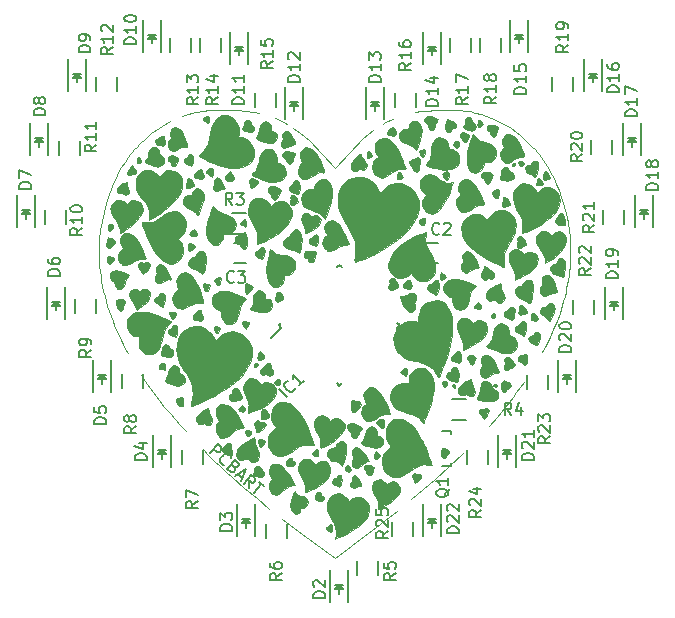
<source format=gbr>
G04 #@! TF.FileFunction,Legend,Top*
%FSLAX46Y46*%
G04 Gerber Fmt 4.6, Leading zero omitted, Abs format (unit mm)*
G04 Created by KiCad (PCBNEW 4.0.2-stable) date 14.06.2016 13:49:58*
%MOMM*%
G01*
G04 APERTURE LIST*
%ADD10C,0.100000*%
%ADD11C,0.150000*%
%ADD12C,0.010000*%
G04 APERTURE END LIST*
D10*
D11*
X135200354Y-112915563D02*
X135869484Y-112172418D01*
X136152588Y-112427325D01*
X136191500Y-112526440D01*
X136195025Y-112593691D01*
X136166686Y-112696330D01*
X136071096Y-112802493D01*
X135971981Y-112841406D01*
X135904730Y-112844930D01*
X135802091Y-112816591D01*
X135518988Y-112561684D01*
X136431880Y-113896278D02*
X136364629Y-113899803D01*
X136226602Y-113839601D01*
X136155826Y-113775874D01*
X136081525Y-113644896D01*
X136074477Y-113510393D01*
X136102815Y-113407754D01*
X136194881Y-113234340D01*
X136290472Y-113128176D01*
X136453313Y-113018488D01*
X136552427Y-112979575D01*
X136686929Y-112972526D01*
X136824957Y-113032729D01*
X136895733Y-113096456D01*
X136970033Y-113227434D01*
X136973557Y-113294685D01*
X137284856Y-114087601D02*
X137359156Y-114218579D01*
X137362680Y-114285831D01*
X137334341Y-114388470D01*
X137238751Y-114494633D01*
X137139637Y-114533546D01*
X137072386Y-114537070D01*
X136969747Y-114508731D01*
X136686644Y-114253824D01*
X137355774Y-113510679D01*
X137603490Y-113733723D01*
X137642402Y-113832838D01*
X137645926Y-113900089D01*
X137617587Y-114002728D01*
X137553861Y-114073503D01*
X137454746Y-114112416D01*
X137387495Y-114115940D01*
X137284856Y-114087601D01*
X137037141Y-113864557D01*
X137585581Y-114678764D02*
X137939459Y-114997398D01*
X137323625Y-114827365D02*
X138240470Y-114307263D01*
X137819055Y-115273452D01*
X138491424Y-115878856D02*
X138562343Y-115301933D01*
X138066770Y-115496495D02*
X138735900Y-114753350D01*
X139019004Y-115008258D01*
X139057916Y-115107372D01*
X139061440Y-115174623D01*
X139033102Y-115277262D01*
X138937512Y-115383426D01*
X138838397Y-115422338D01*
X138771146Y-115425862D01*
X138668507Y-115397524D01*
X138385404Y-115142616D01*
X139372882Y-115326891D02*
X139797536Y-115709252D01*
X138916078Y-116261216D02*
X139585209Y-115518071D01*
D10*
X142990686Y-119747578D02*
X141343069Y-118489774D01*
X145780180Y-121777084D02*
X142990686Y-119747578D01*
X142224669Y-85356740D02*
X142867180Y-85812009D01*
X134760353Y-83938739D02*
X135038200Y-83911695D01*
X134484573Y-83973362D02*
X134760353Y-83938739D01*
X134210516Y-84017804D02*
X134484573Y-83973362D01*
X133938526Y-84073786D02*
X134210516Y-84017804D01*
X133670325Y-84137348D02*
X133938526Y-84073786D01*
X133404191Y-84208834D02*
X133670325Y-84137348D01*
X133139780Y-84289794D02*
X133404191Y-84208834D01*
X132877436Y-84378505D02*
X133139780Y-84289794D01*
X131619632Y-84943845D02*
X131864578Y-84816549D01*
X131378475Y-85080788D02*
X131619632Y-84943845D01*
X131141108Y-85223587D02*
X131378475Y-85080788D01*
X130907703Y-85372071D02*
X131141108Y-85223587D01*
X130678087Y-85528478D02*
X130907703Y-85372071D01*
X130454328Y-85690398D02*
X130678087Y-85528478D01*
X130232464Y-85860241D02*
X130454328Y-85690398D01*
X130018351Y-86033874D02*
X130232464Y-85860241D01*
X129806134Y-86215258D02*
X130018351Y-86033874D01*
X129599600Y-86400432D02*
X129806134Y-86215258D01*
X129399096Y-86591462D02*
X129599600Y-86400432D01*
X129204103Y-86788177D02*
X129399096Y-86591462D01*
X129013245Y-86988854D02*
X129204103Y-86788177D01*
X128827899Y-87195215D02*
X129013245Y-86988854D01*
X128648582Y-87405538D02*
X128827899Y-87195215D01*
X128476844Y-87621718D02*
X128648582Y-87405538D01*
X128309067Y-87841515D02*
X128476844Y-87621718D01*
X128010033Y-88260266D02*
X128309067Y-87841515D01*
X127734081Y-88692454D02*
X128010033Y-88260266D01*
X127475527Y-89136182D02*
X127734081Y-88692454D01*
X127240226Y-89589557D02*
X127475527Y-89136182D01*
X127022152Y-90054472D02*
X127240226Y-89589557D01*
X126823542Y-90527139D02*
X127022152Y-90054472D01*
X126644053Y-91007558D02*
X126823542Y-90527139D01*
X126410647Y-91738607D02*
X126644053Y-91007558D01*
X126215827Y-92485332D02*
X126410647Y-91738607D01*
X126059420Y-93239635D02*
X126215827Y-92485332D01*
X125939875Y-93999796D02*
X126059420Y-93239635D01*
X125856848Y-94765640D02*
X125939875Y-93999796D01*
X125856848Y-97063347D02*
X125856848Y-94765640D01*
X125905080Y-97499496D02*
X125856848Y-97063347D01*
X125962957Y-97933578D02*
X125905080Y-97499496D01*
X126034443Y-98365593D02*
X125962957Y-97933578D01*
X126115403Y-98793990D02*
X126034443Y-98365593D01*
X126208076Y-99220321D02*
X126115403Y-98793990D01*
X126310223Y-99642862D02*
X126208076Y-99220321D01*
X126424083Y-100061441D02*
X126310223Y-99642862D01*
X126547590Y-100480192D02*
X126424083Y-100061441D01*
X126680743Y-100892915D02*
X126547590Y-100480192D01*
X126823542Y-101303915D02*
X126680743Y-100892915D01*
X126973921Y-101710953D02*
X126823542Y-101303915D01*
X127134118Y-102116096D02*
X126973921Y-101710953D01*
X127303788Y-102517450D02*
X127134118Y-102116096D01*
X127481383Y-102914841D02*
X127303788Y-102517450D01*
X127666557Y-103310338D02*
X127481383Y-102914841D01*
X127857588Y-103701357D02*
X127666557Y-103310338D01*
X128058264Y-104089619D02*
X127857588Y-103701357D01*
X128266520Y-104473058D02*
X128058264Y-104089619D01*
X129887093Y-107064803D02*
X129397029Y-106343056D01*
X130398346Y-107770703D02*
X129887093Y-107064803D01*
X130925101Y-108461445D02*
X130398346Y-107770703D01*
X131357288Y-109001636D02*
X130925101Y-108461445D01*
X131798949Y-109534248D02*
X131357288Y-109001636D01*
X132248534Y-110058936D02*
X131798949Y-109534248D01*
X132703803Y-110576045D02*
X132248534Y-110058936D01*
X133166824Y-111089019D02*
X132703803Y-110576045D01*
X135084537Y-113068571D02*
X134596367Y-112582468D01*
X135580286Y-113550885D02*
X135084537Y-113068571D01*
X136079997Y-114025274D02*
X135580286Y-113550885D01*
X136585565Y-114492429D02*
X136079997Y-114025274D01*
X137096817Y-114955450D02*
X136585565Y-114492429D01*
X138134652Y-115869778D02*
X137096817Y-114955450D01*
X139187990Y-116761025D02*
X138134652Y-115869778D01*
X140258726Y-117632978D02*
X139187990Y-116761025D01*
X151027750Y-117856910D02*
X145780180Y-121777084D01*
X154280609Y-115113580D02*
X152262472Y-116846119D01*
X155461243Y-114036988D02*
X154280609Y-115113580D01*
X156615005Y-112933524D02*
X155461243Y-114036988D01*
X159520599Y-109827425D02*
X158818144Y-110625999D01*
X160199627Y-109009215D02*
X159520599Y-109827425D01*
X160531390Y-108592703D02*
X160199627Y-109009215D01*
X160855573Y-108172057D02*
X160531390Y-108592703D01*
X161175623Y-107747621D02*
X160855573Y-108172057D01*
X161492227Y-107315606D02*
X161175623Y-107747621D01*
X161800908Y-106879457D02*
X161492227Y-107315606D01*
X163679863Y-103744765D02*
X163336387Y-104393132D01*
X164000257Y-103086579D02*
X163679863Y-103744765D01*
X164297224Y-102419092D02*
X164000257Y-103086579D01*
X164575243Y-101739892D02*
X164297224Y-102419092D01*
X164821912Y-101055007D02*
X164575243Y-101739892D01*
X164937667Y-100707741D02*
X164821912Y-101055007D01*
X165045843Y-100358581D02*
X164937667Y-100707741D01*
X165146095Y-100009420D02*
X165045843Y-100358581D01*
X165242558Y-99656298D02*
X165146095Y-100009420D01*
X165327652Y-99301281D02*
X165242558Y-99656298D01*
X165408612Y-98944369D02*
X165327652Y-99301281D01*
X165477858Y-98585562D02*
X165408612Y-98944369D01*
X165539870Y-98224861D02*
X165477858Y-98585562D01*
X165597747Y-97862092D02*
X165539870Y-98224861D01*
X165643912Y-97499496D02*
X165597747Y-97862092D01*
X165678707Y-97132938D02*
X165643912Y-97499496D01*
X165678707Y-94611300D02*
X165678707Y-97132938D01*
X165617040Y-94036486D02*
X165678707Y-94611300D01*
X165531946Y-93461499D02*
X165617040Y-94036486D01*
X165427904Y-92890475D02*
X165531946Y-93461499D01*
X165300436Y-92323240D02*
X165427904Y-92890475D01*
X165149885Y-91759967D02*
X165300436Y-92323240D01*
X164976252Y-91204273D02*
X165149885Y-91759967D01*
X164779537Y-90658225D02*
X164976252Y-91204273D01*
X164559740Y-90121996D02*
X164779537Y-90658225D01*
X164312727Y-89595241D02*
X164559740Y-90121996D01*
X164181469Y-89336687D02*
X164312727Y-89595241D01*
X164046421Y-89082094D02*
X164181469Y-89336687D01*
X163900004Y-88831291D02*
X164046421Y-89082094D01*
X163749454Y-88584278D02*
X163900004Y-88831291D01*
X163595113Y-88341226D02*
X163749454Y-88584278D01*
X163429060Y-88100070D02*
X163595113Y-88341226D01*
X163259217Y-87866664D02*
X163429060Y-88100070D01*
X163081794Y-87635154D02*
X163259217Y-87866664D01*
X162900582Y-87409500D02*
X163081794Y-87635154D01*
X162711446Y-87187636D02*
X162900582Y-87409500D01*
X162514731Y-86971456D02*
X162711446Y-87187636D01*
X162186758Y-86630047D02*
X162514731Y-86971456D01*
X161839493Y-86302074D02*
X162186758Y-86630047D01*
X161480514Y-85991499D02*
X161839493Y-86302074D01*
X161106376Y-85698149D02*
X161480514Y-85991499D01*
X160716736Y-85422369D02*
X161106376Y-85698149D01*
X160315382Y-85165709D02*
X160716736Y-85422369D01*
X159902316Y-84930409D02*
X160315382Y-85165709D01*
X159477880Y-84716124D02*
X159902316Y-84930409D01*
X159042075Y-84523199D02*
X159477880Y-84716124D01*
X158598347Y-84355423D02*
X159042075Y-84523199D01*
X158146695Y-84210729D02*
X158598347Y-84355423D01*
X157687808Y-84091184D02*
X158146695Y-84210729D01*
X157220653Y-83998511D02*
X157687808Y-84091184D01*
X156985353Y-83961821D02*
X157220653Y-83998511D01*
X156746264Y-83932882D02*
X156985353Y-83961821D01*
X156510964Y-83911695D02*
X156746264Y-83932882D01*
X155287610Y-83850027D02*
X156510964Y-83911695D01*
X154307480Y-83863463D02*
X155287610Y-83850027D01*
X153570575Y-83921341D02*
X154307480Y-83863463D01*
X153084472Y-83981113D02*
X153570575Y-83921341D01*
X152602158Y-84062245D02*
X153084472Y-83981113D01*
X150503061Y-84710440D02*
X150730782Y-84613977D01*
X150283264Y-84814654D02*
X150503061Y-84710440D01*
X150063123Y-84926448D02*
X150283264Y-84814654D01*
X149847115Y-85044098D02*
X150063123Y-84926448D01*
X148164875Y-86242302D02*
X149021326Y-85567063D01*
X145780180Y-88742580D02*
X148164875Y-86242302D01*
X143619588Y-86442806D02*
X145780180Y-88742580D01*
X142867180Y-85812009D02*
X143619588Y-86442806D01*
X141541679Y-84959348D02*
X141715312Y-85051849D01*
X141126890Y-84749025D02*
X141541679Y-84959348D01*
X140704521Y-84565746D02*
X141126890Y-84749025D01*
X138943044Y-84058284D02*
X139392629Y-84152851D01*
X138260053Y-83952175D02*
X138943044Y-84058284D01*
X137571379Y-83884651D02*
X138260053Y-83952175D01*
X136647232Y-83850027D02*
X137571379Y-83884651D01*
X135265921Y-83894297D02*
X136647232Y-83850027D01*
X135038200Y-83911695D02*
X135265921Y-83894297D01*
D11*
X141050476Y-102108000D02*
X141262608Y-102320132D01*
X146177000Y-96981476D02*
X146389132Y-97193608D01*
X151303524Y-102108000D02*
X151091392Y-101895868D01*
X146177000Y-107234524D02*
X145964868Y-107022392D01*
X141050476Y-102108000D02*
X141262608Y-101895868D01*
X146177000Y-107234524D02*
X146389132Y-107022392D01*
X151303524Y-102108000D02*
X151091392Y-102320132D01*
X146177000Y-96981476D02*
X145964868Y-97193608D01*
X141262608Y-102320132D02*
X140396402Y-103186338D01*
X155590240Y-113821160D02*
X155590240Y-113772900D01*
X154889200Y-111022180D02*
X155590240Y-111022180D01*
X155590240Y-111022180D02*
X155590240Y-111271100D01*
X155590240Y-113821160D02*
X155590240Y-114021820D01*
X155590240Y-114021820D02*
X154889200Y-114021820D01*
X154551000Y-95162000D02*
X153551000Y-95162000D01*
X153551000Y-96862000D02*
X154551000Y-96862000D01*
X137295000Y-96862000D02*
X138295000Y-96862000D01*
X138295000Y-95162000D02*
X137295000Y-95162000D01*
X137068000Y-92597000D02*
X138268000Y-92597000D01*
X138268000Y-94347000D02*
X137068000Y-94347000D01*
X155737000Y-108345000D02*
X156937000Y-108345000D01*
X156937000Y-110095000D02*
X155737000Y-110095000D01*
X141718000Y-118907000D02*
X141718000Y-120107000D01*
X139968000Y-120107000D02*
X139968000Y-118907000D01*
X134606000Y-112684000D02*
X134606000Y-113884000D01*
X132856000Y-113884000D02*
X132856000Y-112684000D01*
X129526000Y-106207000D02*
X129526000Y-107407000D01*
X127776000Y-107407000D02*
X127776000Y-106207000D01*
X125589000Y-99857000D02*
X125589000Y-101057000D01*
X123839000Y-101057000D02*
X123839000Y-99857000D01*
X123049000Y-92364000D02*
X123049000Y-93564000D01*
X121299000Y-93564000D02*
X121299000Y-92364000D01*
X124192000Y-86522000D02*
X124192000Y-87722000D01*
X122442000Y-87722000D02*
X122442000Y-86522000D01*
X127367000Y-81061000D02*
X127367000Y-82261000D01*
X125617000Y-82261000D02*
X125617000Y-81061000D01*
X131840000Y-78959000D02*
X131840000Y-77759000D01*
X133590000Y-77759000D02*
X133590000Y-78959000D01*
X134380000Y-78959000D02*
X134380000Y-77759000D01*
X136130000Y-77759000D02*
X136130000Y-78959000D01*
X139079000Y-83658000D02*
X139079000Y-82458000D01*
X140829000Y-82458000D02*
X140829000Y-83658000D01*
X150890000Y-83658000D02*
X150890000Y-82458000D01*
X152640000Y-82458000D02*
X152640000Y-83658000D01*
X155589000Y-78959000D02*
X155589000Y-77759000D01*
X157339000Y-77759000D02*
X157339000Y-78959000D01*
X158129000Y-78959000D02*
X158129000Y-77759000D01*
X159879000Y-77759000D02*
X159879000Y-78959000D01*
X165975000Y-81061000D02*
X165975000Y-82261000D01*
X164225000Y-82261000D02*
X164225000Y-81061000D01*
X169277000Y-86395000D02*
X169277000Y-87595000D01*
X167527000Y-87595000D02*
X167527000Y-86395000D01*
X170293000Y-92364000D02*
X170293000Y-93564000D01*
X168543000Y-93564000D02*
X168543000Y-92364000D01*
X167753000Y-99984000D02*
X167753000Y-101184000D01*
X166003000Y-101184000D02*
X166003000Y-99984000D01*
X163816000Y-106334000D02*
X163816000Y-107534000D01*
X162066000Y-107534000D02*
X162066000Y-106334000D01*
X158736000Y-112684000D02*
X158736000Y-113884000D01*
X156986000Y-113884000D02*
X156986000Y-112684000D01*
X152386000Y-118780000D02*
X152386000Y-119980000D01*
X150636000Y-119980000D02*
X150636000Y-118780000D01*
X145427000Y-122860000D02*
X145427000Y-125560000D01*
X146927000Y-122860000D02*
X146927000Y-125560000D01*
X146027000Y-124360000D02*
X146277000Y-124360000D01*
X146277000Y-124360000D02*
X146127000Y-124210000D01*
X146527000Y-124110000D02*
X145827000Y-124110000D01*
X146177000Y-124460000D02*
X146177000Y-124810000D01*
X146177000Y-124110000D02*
X146527000Y-124460000D01*
X146527000Y-124460000D02*
X145827000Y-124460000D01*
X145827000Y-124460000D02*
X146177000Y-124110000D01*
X137553000Y-117272000D02*
X137553000Y-119972000D01*
X139053000Y-117272000D02*
X139053000Y-119972000D01*
X138153000Y-118772000D02*
X138403000Y-118772000D01*
X138403000Y-118772000D02*
X138253000Y-118622000D01*
X138653000Y-118522000D02*
X137953000Y-118522000D01*
X138303000Y-118872000D02*
X138303000Y-119222000D01*
X138303000Y-118522000D02*
X138653000Y-118872000D01*
X138653000Y-118872000D02*
X137953000Y-118872000D01*
X137953000Y-118872000D02*
X138303000Y-118522000D01*
X130441000Y-111430000D02*
X130441000Y-114130000D01*
X131941000Y-111430000D02*
X131941000Y-114130000D01*
X131041000Y-112930000D02*
X131291000Y-112930000D01*
X131291000Y-112930000D02*
X131141000Y-112780000D01*
X131541000Y-112680000D02*
X130841000Y-112680000D01*
X131191000Y-113030000D02*
X131191000Y-113380000D01*
X131191000Y-112680000D02*
X131541000Y-113030000D01*
X131541000Y-113030000D02*
X130841000Y-113030000D01*
X130841000Y-113030000D02*
X131191000Y-112680000D01*
X125361000Y-105080000D02*
X125361000Y-107780000D01*
X126861000Y-105080000D02*
X126861000Y-107780000D01*
X125961000Y-106580000D02*
X126211000Y-106580000D01*
X126211000Y-106580000D02*
X126061000Y-106430000D01*
X126461000Y-106330000D02*
X125761000Y-106330000D01*
X126111000Y-106680000D02*
X126111000Y-107030000D01*
X126111000Y-106330000D02*
X126461000Y-106680000D01*
X126461000Y-106680000D02*
X125761000Y-106680000D01*
X125761000Y-106680000D02*
X126111000Y-106330000D01*
X121424000Y-98857000D02*
X121424000Y-101557000D01*
X122924000Y-98857000D02*
X122924000Y-101557000D01*
X122024000Y-100357000D02*
X122274000Y-100357000D01*
X122274000Y-100357000D02*
X122124000Y-100207000D01*
X122524000Y-100107000D02*
X121824000Y-100107000D01*
X122174000Y-100457000D02*
X122174000Y-100807000D01*
X122174000Y-100107000D02*
X122524000Y-100457000D01*
X122524000Y-100457000D02*
X121824000Y-100457000D01*
X121824000Y-100457000D02*
X122174000Y-100107000D01*
X118884000Y-91110000D02*
X118884000Y-93810000D01*
X120384000Y-91110000D02*
X120384000Y-93810000D01*
X119484000Y-92610000D02*
X119734000Y-92610000D01*
X119734000Y-92610000D02*
X119584000Y-92460000D01*
X119984000Y-92360000D02*
X119284000Y-92360000D01*
X119634000Y-92710000D02*
X119634000Y-93060000D01*
X119634000Y-92360000D02*
X119984000Y-92710000D01*
X119984000Y-92710000D02*
X119284000Y-92710000D01*
X119284000Y-92710000D02*
X119634000Y-92360000D01*
X120027000Y-85014000D02*
X120027000Y-87714000D01*
X121527000Y-85014000D02*
X121527000Y-87714000D01*
X120627000Y-86514000D02*
X120877000Y-86514000D01*
X120877000Y-86514000D02*
X120727000Y-86364000D01*
X121127000Y-86264000D02*
X120427000Y-86264000D01*
X120777000Y-86614000D02*
X120777000Y-86964000D01*
X120777000Y-86264000D02*
X121127000Y-86614000D01*
X121127000Y-86614000D02*
X120427000Y-86614000D01*
X120427000Y-86614000D02*
X120777000Y-86264000D01*
X123202000Y-79553000D02*
X123202000Y-82253000D01*
X124702000Y-79553000D02*
X124702000Y-82253000D01*
X123802000Y-81053000D02*
X124052000Y-81053000D01*
X124052000Y-81053000D02*
X123902000Y-80903000D01*
X124302000Y-80803000D02*
X123602000Y-80803000D01*
X123952000Y-81153000D02*
X123952000Y-81503000D01*
X123952000Y-80803000D02*
X124302000Y-81153000D01*
X124302000Y-81153000D02*
X123602000Y-81153000D01*
X123602000Y-81153000D02*
X123952000Y-80803000D01*
X129552000Y-76251000D02*
X129552000Y-78951000D01*
X131052000Y-76251000D02*
X131052000Y-78951000D01*
X130152000Y-77751000D02*
X130402000Y-77751000D01*
X130402000Y-77751000D02*
X130252000Y-77601000D01*
X130652000Y-77501000D02*
X129952000Y-77501000D01*
X130302000Y-77851000D02*
X130302000Y-78201000D01*
X130302000Y-77501000D02*
X130652000Y-77851000D01*
X130652000Y-77851000D02*
X129952000Y-77851000D01*
X129952000Y-77851000D02*
X130302000Y-77501000D01*
X136918000Y-77267000D02*
X136918000Y-79967000D01*
X138418000Y-77267000D02*
X138418000Y-79967000D01*
X137518000Y-78767000D02*
X137768000Y-78767000D01*
X137768000Y-78767000D02*
X137618000Y-78617000D01*
X138018000Y-78517000D02*
X137318000Y-78517000D01*
X137668000Y-78867000D02*
X137668000Y-79217000D01*
X137668000Y-78517000D02*
X138018000Y-78867000D01*
X138018000Y-78867000D02*
X137318000Y-78867000D01*
X137318000Y-78867000D02*
X137668000Y-78517000D01*
X141617000Y-81966000D02*
X141617000Y-84666000D01*
X143117000Y-81966000D02*
X143117000Y-84666000D01*
X142217000Y-83466000D02*
X142467000Y-83466000D01*
X142467000Y-83466000D02*
X142317000Y-83316000D01*
X142717000Y-83216000D02*
X142017000Y-83216000D01*
X142367000Y-83566000D02*
X142367000Y-83916000D01*
X142367000Y-83216000D02*
X142717000Y-83566000D01*
X142717000Y-83566000D02*
X142017000Y-83566000D01*
X142017000Y-83566000D02*
X142367000Y-83216000D01*
X148475000Y-81966000D02*
X148475000Y-84666000D01*
X149975000Y-81966000D02*
X149975000Y-84666000D01*
X149075000Y-83466000D02*
X149325000Y-83466000D01*
X149325000Y-83466000D02*
X149175000Y-83316000D01*
X149575000Y-83216000D02*
X148875000Y-83216000D01*
X149225000Y-83566000D02*
X149225000Y-83916000D01*
X149225000Y-83216000D02*
X149575000Y-83566000D01*
X149575000Y-83566000D02*
X148875000Y-83566000D01*
X148875000Y-83566000D02*
X149225000Y-83216000D01*
X153301000Y-77267000D02*
X153301000Y-79967000D01*
X154801000Y-77267000D02*
X154801000Y-79967000D01*
X153901000Y-78767000D02*
X154151000Y-78767000D01*
X154151000Y-78767000D02*
X154001000Y-78617000D01*
X154401000Y-78517000D02*
X153701000Y-78517000D01*
X154051000Y-78867000D02*
X154051000Y-79217000D01*
X154051000Y-78517000D02*
X154401000Y-78867000D01*
X154401000Y-78867000D02*
X153701000Y-78867000D01*
X153701000Y-78867000D02*
X154051000Y-78517000D01*
X160667000Y-76251000D02*
X160667000Y-78951000D01*
X162167000Y-76251000D02*
X162167000Y-78951000D01*
X161267000Y-77751000D02*
X161517000Y-77751000D01*
X161517000Y-77751000D02*
X161367000Y-77601000D01*
X161767000Y-77501000D02*
X161067000Y-77501000D01*
X161417000Y-77851000D02*
X161417000Y-78201000D01*
X161417000Y-77501000D02*
X161767000Y-77851000D01*
X161767000Y-77851000D02*
X161067000Y-77851000D01*
X161067000Y-77851000D02*
X161417000Y-77501000D01*
X166890000Y-79553000D02*
X166890000Y-82253000D01*
X168390000Y-79553000D02*
X168390000Y-82253000D01*
X167490000Y-81053000D02*
X167740000Y-81053000D01*
X167740000Y-81053000D02*
X167590000Y-80903000D01*
X167990000Y-80803000D02*
X167290000Y-80803000D01*
X167640000Y-81153000D02*
X167640000Y-81503000D01*
X167640000Y-80803000D02*
X167990000Y-81153000D01*
X167990000Y-81153000D02*
X167290000Y-81153000D01*
X167290000Y-81153000D02*
X167640000Y-80803000D01*
X170192000Y-85014000D02*
X170192000Y-87714000D01*
X171692000Y-85014000D02*
X171692000Y-87714000D01*
X170792000Y-86514000D02*
X171042000Y-86514000D01*
X171042000Y-86514000D02*
X170892000Y-86364000D01*
X171292000Y-86264000D02*
X170592000Y-86264000D01*
X170942000Y-86614000D02*
X170942000Y-86964000D01*
X170942000Y-86264000D02*
X171292000Y-86614000D01*
X171292000Y-86614000D02*
X170592000Y-86614000D01*
X170592000Y-86614000D02*
X170942000Y-86264000D01*
X171208000Y-91110000D02*
X171208000Y-93810000D01*
X172708000Y-91110000D02*
X172708000Y-93810000D01*
X171808000Y-92610000D02*
X172058000Y-92610000D01*
X172058000Y-92610000D02*
X171908000Y-92460000D01*
X172308000Y-92360000D02*
X171608000Y-92360000D01*
X171958000Y-92710000D02*
X171958000Y-93060000D01*
X171958000Y-92360000D02*
X172308000Y-92710000D01*
X172308000Y-92710000D02*
X171608000Y-92710000D01*
X171608000Y-92710000D02*
X171958000Y-92360000D01*
X168668000Y-98857000D02*
X168668000Y-101557000D01*
X170168000Y-98857000D02*
X170168000Y-101557000D01*
X169268000Y-100357000D02*
X169518000Y-100357000D01*
X169518000Y-100357000D02*
X169368000Y-100207000D01*
X169768000Y-100107000D02*
X169068000Y-100107000D01*
X169418000Y-100457000D02*
X169418000Y-100807000D01*
X169418000Y-100107000D02*
X169768000Y-100457000D01*
X169768000Y-100457000D02*
X169068000Y-100457000D01*
X169068000Y-100457000D02*
X169418000Y-100107000D01*
X164731000Y-105080000D02*
X164731000Y-107780000D01*
X166231000Y-105080000D02*
X166231000Y-107780000D01*
X165331000Y-106580000D02*
X165581000Y-106580000D01*
X165581000Y-106580000D02*
X165431000Y-106430000D01*
X165831000Y-106330000D02*
X165131000Y-106330000D01*
X165481000Y-106680000D02*
X165481000Y-107030000D01*
X165481000Y-106330000D02*
X165831000Y-106680000D01*
X165831000Y-106680000D02*
X165131000Y-106680000D01*
X165131000Y-106680000D02*
X165481000Y-106330000D01*
X159651000Y-111430000D02*
X159651000Y-114130000D01*
X161151000Y-111430000D02*
X161151000Y-114130000D01*
X160251000Y-112930000D02*
X160501000Y-112930000D01*
X160501000Y-112930000D02*
X160351000Y-112780000D01*
X160751000Y-112680000D02*
X160051000Y-112680000D01*
X160401000Y-113030000D02*
X160401000Y-113380000D01*
X160401000Y-112680000D02*
X160751000Y-113030000D01*
X160751000Y-113030000D02*
X160051000Y-113030000D01*
X160051000Y-113030000D02*
X160401000Y-112680000D01*
X153301000Y-117272000D02*
X153301000Y-119972000D01*
X154801000Y-117272000D02*
X154801000Y-119972000D01*
X153901000Y-118772000D02*
X154151000Y-118772000D01*
X154151000Y-118772000D02*
X154001000Y-118622000D01*
X154401000Y-118522000D02*
X153701000Y-118522000D01*
X154051000Y-118872000D02*
X154051000Y-119222000D01*
X154051000Y-118522000D02*
X154401000Y-118872000D01*
X154401000Y-118872000D02*
X153701000Y-118872000D01*
X153701000Y-118872000D02*
X154051000Y-118522000D01*
X149465000Y-122082000D02*
X149465000Y-123282000D01*
X147715000Y-123282000D02*
X147715000Y-122082000D01*
D12*
G36*
X146374825Y-116414705D02*
X146661620Y-116609574D01*
X146789426Y-116752287D01*
X146923268Y-116916857D01*
X147006228Y-116982066D01*
X147066488Y-116963905D01*
X147097858Y-116927291D01*
X147330510Y-116718634D01*
X147613439Y-116621241D01*
X147917349Y-116631460D01*
X148212944Y-116745644D01*
X148470930Y-116960142D01*
X148581726Y-117112143D01*
X148692418Y-117418111D01*
X148694481Y-117768213D01*
X148594063Y-118137954D01*
X148397308Y-118502840D01*
X148161024Y-118788745D01*
X147823683Y-119083288D01*
X147393816Y-119386489D01*
X146906310Y-119676852D01*
X146396052Y-119932877D01*
X146101103Y-120058080D01*
X145840099Y-120160692D01*
X145881571Y-119823545D01*
X145893631Y-119481008D01*
X145832791Y-119157328D01*
X145688150Y-118813930D01*
X145509287Y-118506223D01*
X145270124Y-118075288D01*
X145136840Y-117699213D01*
X145103903Y-117357657D01*
X145136195Y-117133937D01*
X145278658Y-116782567D01*
X145497517Y-116529473D01*
X145769008Y-116380140D01*
X146069366Y-116340055D01*
X146374825Y-116414705D01*
X146374825Y-116414705D01*
G37*
X146374825Y-116414705D02*
X146661620Y-116609574D01*
X146789426Y-116752287D01*
X146923268Y-116916857D01*
X147006228Y-116982066D01*
X147066488Y-116963905D01*
X147097858Y-116927291D01*
X147330510Y-116718634D01*
X147613439Y-116621241D01*
X147917349Y-116631460D01*
X148212944Y-116745644D01*
X148470930Y-116960142D01*
X148581726Y-117112143D01*
X148692418Y-117418111D01*
X148694481Y-117768213D01*
X148594063Y-118137954D01*
X148397308Y-118502840D01*
X148161024Y-118788745D01*
X147823683Y-119083288D01*
X147393816Y-119386489D01*
X146906310Y-119676852D01*
X146396052Y-119932877D01*
X146101103Y-120058080D01*
X145840099Y-120160692D01*
X145881571Y-119823545D01*
X145893631Y-119481008D01*
X145832791Y-119157328D01*
X145688150Y-118813930D01*
X145509287Y-118506223D01*
X145270124Y-118075288D01*
X145136840Y-117699213D01*
X145103903Y-117357657D01*
X145136195Y-117133937D01*
X145278658Y-116782567D01*
X145497517Y-116529473D01*
X145769008Y-116380140D01*
X146069366Y-116340055D01*
X146374825Y-116414705D01*
G36*
X145528560Y-118986143D02*
X145589773Y-119115167D01*
X145594993Y-119308418D01*
X145557827Y-119464779D01*
X145520501Y-119546414D01*
X145459958Y-119565894D01*
X145335494Y-119527317D01*
X145255436Y-119495223D01*
X145145890Y-119411850D01*
X145078981Y-119294781D01*
X145070301Y-119190165D01*
X145135444Y-119144152D01*
X145136810Y-119144143D01*
X145226685Y-119097805D01*
X145301304Y-119028237D01*
X145427142Y-118948211D01*
X145528560Y-118986143D01*
X145528560Y-118986143D01*
G37*
X145528560Y-118986143D02*
X145589773Y-119115167D01*
X145594993Y-119308418D01*
X145557827Y-119464779D01*
X145520501Y-119546414D01*
X145459958Y-119565894D01*
X145335494Y-119527317D01*
X145255436Y-119495223D01*
X145145890Y-119411850D01*
X145078981Y-119294781D01*
X145070301Y-119190165D01*
X145135444Y-119144152D01*
X145136810Y-119144143D01*
X145226685Y-119097805D01*
X145301304Y-119028237D01*
X145427142Y-118948211D01*
X145528560Y-118986143D01*
G36*
X142452666Y-116224670D02*
X142543853Y-116337773D01*
X142712732Y-116444096D01*
X142908070Y-116516144D01*
X143024521Y-116531572D01*
X143210744Y-116593824D01*
X143381135Y-116748943D01*
X143492593Y-116949466D01*
X143513256Y-117069732D01*
X143454838Y-117279347D01*
X143306386Y-117450382D01*
X143108105Y-117541804D01*
X143045078Y-117547572D01*
X142905449Y-117575933D01*
X142862081Y-117673636D01*
X142861974Y-117681467D01*
X142808690Y-117873622D01*
X142673518Y-117997013D01*
X142493479Y-118042127D01*
X142305595Y-117999450D01*
X142150291Y-117864356D01*
X142047449Y-117641740D01*
X142023171Y-117361709D01*
X142077465Y-117002002D01*
X142150697Y-116728854D01*
X142258309Y-116407481D01*
X142347372Y-116220569D01*
X142416072Y-116171148D01*
X142452666Y-116224670D01*
X142452666Y-116224670D01*
G37*
X142452666Y-116224670D02*
X142543853Y-116337773D01*
X142712732Y-116444096D01*
X142908070Y-116516144D01*
X143024521Y-116531572D01*
X143210744Y-116593824D01*
X143381135Y-116748943D01*
X143492593Y-116949466D01*
X143513256Y-117069732D01*
X143454838Y-117279347D01*
X143306386Y-117450382D01*
X143108105Y-117541804D01*
X143045078Y-117547572D01*
X142905449Y-117575933D01*
X142862081Y-117673636D01*
X142861974Y-117681467D01*
X142808690Y-117873622D01*
X142673518Y-117997013D01*
X142493479Y-118042127D01*
X142305595Y-117999450D01*
X142150291Y-117864356D01*
X142047449Y-117641740D01*
X142023171Y-117361709D01*
X142077465Y-117002002D01*
X142150697Y-116728854D01*
X142258309Y-116407481D01*
X142347372Y-116220569D01*
X142416072Y-116171148D01*
X142452666Y-116224670D01*
G36*
X149818375Y-115192954D02*
X149996192Y-115335511D01*
X150018775Y-115361719D01*
X150135549Y-115492566D01*
X150212189Y-115527462D01*
X150296895Y-115477123D01*
X150345198Y-115434291D01*
X150520680Y-115332067D01*
X150679577Y-115297857D01*
X150867587Y-115354056D01*
X151068659Y-115494528D01*
X151231926Y-115677086D01*
X151297309Y-115810184D01*
X151305053Y-116068141D01*
X151198112Y-116349607D01*
X150987696Y-116640840D01*
X150685013Y-116928101D01*
X150301272Y-117197647D01*
X150051225Y-117337756D01*
X149808647Y-117461005D01*
X149613698Y-117556993D01*
X149494288Y-117612129D01*
X149471306Y-117620143D01*
X149453026Y-117555007D01*
X149441713Y-117389264D01*
X149439923Y-117274460D01*
X149418670Y-117018760D01*
X149340991Y-116785732D01*
X149222314Y-116566889D01*
X149048020Y-116242425D01*
X148962501Y-115981382D01*
X148958470Y-115749152D01*
X149009973Y-115558310D01*
X149143996Y-115319013D01*
X149338299Y-115189774D01*
X149604896Y-115152714D01*
X149818375Y-115192954D01*
X149818375Y-115192954D01*
G37*
X149818375Y-115192954D02*
X149996192Y-115335511D01*
X150018775Y-115361719D01*
X150135549Y-115492566D01*
X150212189Y-115527462D01*
X150296895Y-115477123D01*
X150345198Y-115434291D01*
X150520680Y-115332067D01*
X150679577Y-115297857D01*
X150867587Y-115354056D01*
X151068659Y-115494528D01*
X151231926Y-115677086D01*
X151297309Y-115810184D01*
X151305053Y-116068141D01*
X151198112Y-116349607D01*
X150987696Y-116640840D01*
X150685013Y-116928101D01*
X150301272Y-117197647D01*
X150051225Y-117337756D01*
X149808647Y-117461005D01*
X149613698Y-117556993D01*
X149494288Y-117612129D01*
X149471306Y-117620143D01*
X149453026Y-117555007D01*
X149441713Y-117389264D01*
X149439923Y-117274460D01*
X149418670Y-117018760D01*
X149340991Y-116785732D01*
X149222314Y-116566889D01*
X149048020Y-116242425D01*
X148962501Y-115981382D01*
X148958470Y-115749152D01*
X149009973Y-115558310D01*
X149143996Y-115319013D01*
X149338299Y-115189774D01*
X149604896Y-115152714D01*
X149818375Y-115192954D01*
G36*
X144575953Y-116247932D02*
X144620436Y-116384151D01*
X144657715Y-116503086D01*
X144711160Y-116531572D01*
X144810902Y-116589761D01*
X144851401Y-116721071D01*
X144813756Y-116860619D01*
X144808970Y-116867341D01*
X144684281Y-116939065D01*
X144488504Y-116959440D01*
X144273134Y-116926201D01*
X144186989Y-116894710D01*
X144100537Y-116842968D01*
X144079039Y-116764807D01*
X144114638Y-116611930D01*
X144131804Y-116555517D01*
X144209277Y-116361674D01*
X144294118Y-116228566D01*
X144312167Y-116212514D01*
X144456735Y-116176563D01*
X144575953Y-116247932D01*
X144575953Y-116247932D01*
G37*
X144575953Y-116247932D02*
X144620436Y-116384151D01*
X144657715Y-116503086D01*
X144711160Y-116531572D01*
X144810902Y-116589761D01*
X144851401Y-116721071D01*
X144813756Y-116860619D01*
X144808970Y-116867341D01*
X144684281Y-116939065D01*
X144488504Y-116959440D01*
X144273134Y-116926201D01*
X144186989Y-116894710D01*
X144100537Y-116842968D01*
X144079039Y-116764807D01*
X144114638Y-116611930D01*
X144131804Y-116555517D01*
X144209277Y-116361674D01*
X144294118Y-116228566D01*
X144312167Y-116212514D01*
X144456735Y-116176563D01*
X144575953Y-116247932D01*
G36*
X141033740Y-113865357D02*
X141322752Y-114042419D01*
X141619596Y-114326829D01*
X141913362Y-114712088D01*
X142167219Y-115141794D01*
X142283733Y-115367458D01*
X142368772Y-115540060D01*
X142405672Y-115625658D01*
X142406077Y-115628317D01*
X142349033Y-115650458D01*
X142210124Y-115660877D01*
X142194410Y-115660986D01*
X142077509Y-115671510D01*
X141957031Y-115712126D01*
X141809225Y-115796868D01*
X141610341Y-115939773D01*
X141336628Y-116154875D01*
X141275504Y-116204016D01*
X141029488Y-116376693D01*
X140830446Y-116445125D01*
X140641453Y-116416090D01*
X140502714Y-116345876D01*
X140294222Y-116151557D01*
X140198961Y-115886350D01*
X140191718Y-115770739D01*
X140219680Y-115577579D01*
X140288958Y-115377289D01*
X140377635Y-115219234D01*
X140463797Y-115152777D01*
X140466088Y-115152714D01*
X140474892Y-115108205D01*
X140405588Y-114996825D01*
X140366723Y-114949172D01*
X140224433Y-114688979D01*
X140194460Y-114396555D01*
X140278850Y-114114091D01*
X140322768Y-114043216D01*
X140522840Y-113859258D01*
X140763466Y-113802137D01*
X141033740Y-113865357D01*
X141033740Y-113865357D01*
G37*
X141033740Y-113865357D02*
X141322752Y-114042419D01*
X141619596Y-114326829D01*
X141913362Y-114712088D01*
X142167219Y-115141794D01*
X142283733Y-115367458D01*
X142368772Y-115540060D01*
X142405672Y-115625658D01*
X142406077Y-115628317D01*
X142349033Y-115650458D01*
X142210124Y-115660877D01*
X142194410Y-115660986D01*
X142077509Y-115671510D01*
X141957031Y-115712126D01*
X141809225Y-115796868D01*
X141610341Y-115939773D01*
X141336628Y-116154875D01*
X141275504Y-116204016D01*
X141029488Y-116376693D01*
X140830446Y-116445125D01*
X140641453Y-116416090D01*
X140502714Y-116345876D01*
X140294222Y-116151557D01*
X140198961Y-115886350D01*
X140191718Y-115770739D01*
X140219680Y-115577579D01*
X140288958Y-115377289D01*
X140377635Y-115219234D01*
X140463797Y-115152777D01*
X140466088Y-115152714D01*
X140474892Y-115108205D01*
X140405588Y-114996825D01*
X140366723Y-114949172D01*
X140224433Y-114688979D01*
X140194460Y-114396555D01*
X140278850Y-114114091D01*
X140322768Y-114043216D01*
X140522840Y-113859258D01*
X140763466Y-113802137D01*
X141033740Y-113865357D01*
G36*
X143613966Y-113424575D02*
X143760380Y-113484530D01*
X143901942Y-113619711D01*
X143935906Y-113659209D01*
X144145988Y-113907417D01*
X144287359Y-113749923D01*
X144428710Y-113641645D01*
X144621590Y-113600848D01*
X144731126Y-113599682D01*
X144944216Y-113623375D01*
X145093377Y-113702615D01*
X145217748Y-113836684D01*
X145366179Y-114119456D01*
X145394728Y-114435748D01*
X145306350Y-114770790D01*
X145103999Y-115109811D01*
X144921845Y-115316276D01*
X144774571Y-115434897D01*
X144542501Y-115590878D01*
X144260392Y-115763962D01*
X143963000Y-115933892D01*
X143685083Y-116080410D01*
X143461397Y-116183258D01*
X143389652Y-116209289D01*
X143284969Y-116230200D01*
X143254748Y-116177109D01*
X143274530Y-116029192D01*
X143270096Y-115711495D01*
X143158246Y-115337671D01*
X142948145Y-114931420D01*
X142824826Y-114713874D01*
X142730662Y-114517444D01*
X142701890Y-114438834D01*
X142680664Y-114145784D01*
X142757022Y-113841737D01*
X142905001Y-113600562D01*
X143044316Y-113478001D01*
X143207342Y-113422226D01*
X143400473Y-113411000D01*
X143613966Y-113424575D01*
X143613966Y-113424575D01*
G37*
X143613966Y-113424575D02*
X143760380Y-113484530D01*
X143901942Y-113619711D01*
X143935906Y-113659209D01*
X144145988Y-113907417D01*
X144287359Y-113749923D01*
X144428710Y-113641645D01*
X144621590Y-113600848D01*
X144731126Y-113599682D01*
X144944216Y-113623375D01*
X145093377Y-113702615D01*
X145217748Y-113836684D01*
X145366179Y-114119456D01*
X145394728Y-114435748D01*
X145306350Y-114770790D01*
X145103999Y-115109811D01*
X144921845Y-115316276D01*
X144774571Y-115434897D01*
X144542501Y-115590878D01*
X144260392Y-115763962D01*
X143963000Y-115933892D01*
X143685083Y-116080410D01*
X143461397Y-116183258D01*
X143389652Y-116209289D01*
X143284969Y-116230200D01*
X143254748Y-116177109D01*
X143274530Y-116029192D01*
X143270096Y-115711495D01*
X143158246Y-115337671D01*
X142948145Y-114931420D01*
X142824826Y-114713874D01*
X142730662Y-114517444D01*
X142701890Y-114438834D01*
X142680664Y-114145784D01*
X142757022Y-113841737D01*
X142905001Y-113600562D01*
X143044316Y-113478001D01*
X143207342Y-113422226D01*
X143400473Y-113411000D01*
X143613966Y-113424575D01*
G36*
X147623865Y-114852521D02*
X147783036Y-115045712D01*
X147906926Y-115316325D01*
X147985287Y-115550500D01*
X147999563Y-115673640D01*
X147950093Y-115700861D01*
X147915289Y-115689472D01*
X147798422Y-115693717D01*
X147638356Y-115757071D01*
X147625446Y-115764321D01*
X147459749Y-115850617D01*
X147350480Y-115867827D01*
X147241944Y-115820731D01*
X147209282Y-115800044D01*
X147110785Y-115666224D01*
X147112940Y-115496412D01*
X147192283Y-115371092D01*
X147255738Y-115267067D01*
X147251280Y-115212938D01*
X147236558Y-115095881D01*
X147253238Y-114967161D01*
X147330173Y-114822925D01*
X147444660Y-114789857D01*
X147623865Y-114852521D01*
X147623865Y-114852521D01*
G37*
X147623865Y-114852521D02*
X147783036Y-115045712D01*
X147906926Y-115316325D01*
X147985287Y-115550500D01*
X147999563Y-115673640D01*
X147950093Y-115700861D01*
X147915289Y-115689472D01*
X147798422Y-115693717D01*
X147638356Y-115757071D01*
X147625446Y-115764321D01*
X147459749Y-115850617D01*
X147350480Y-115867827D01*
X147241944Y-115820731D01*
X147209282Y-115800044D01*
X147110785Y-115666224D01*
X147112940Y-115496412D01*
X147192283Y-115371092D01*
X147255738Y-115267067D01*
X147251280Y-115212938D01*
X147236558Y-115095881D01*
X147253238Y-114967161D01*
X147330173Y-114822925D01*
X147444660Y-114789857D01*
X147623865Y-114852521D01*
G36*
X146282035Y-114790624D02*
X146356035Y-114942688D01*
X146375143Y-115182190D01*
X146337909Y-115464207D01*
X146307398Y-115577314D01*
X146242876Y-115747271D01*
X146173550Y-115791796D01*
X146062628Y-115726155D01*
X146024526Y-115694692D01*
X145877936Y-115609819D01*
X145782587Y-115588143D01*
X145663629Y-115529868D01*
X145594459Y-115436963D01*
X145558539Y-115294709D01*
X145622924Y-115161755D01*
X145636905Y-115144118D01*
X145749737Y-115049574D01*
X145831063Y-115036276D01*
X145908557Y-115005884D01*
X145942963Y-114930345D01*
X146029267Y-114782206D01*
X146165583Y-114736578D01*
X146282035Y-114790624D01*
X146282035Y-114790624D01*
G37*
X146282035Y-114790624D02*
X146356035Y-114942688D01*
X146375143Y-115182190D01*
X146337909Y-115464207D01*
X146307398Y-115577314D01*
X146242876Y-115747271D01*
X146173550Y-115791796D01*
X146062628Y-115726155D01*
X146024526Y-115694692D01*
X145877936Y-115609819D01*
X145782587Y-115588143D01*
X145663629Y-115529868D01*
X145594459Y-115436963D01*
X145558539Y-115294709D01*
X145622924Y-115161755D01*
X145636905Y-115144118D01*
X145749737Y-115049574D01*
X145831063Y-115036276D01*
X145908557Y-115005884D01*
X145942963Y-114930345D01*
X146029267Y-114782206D01*
X146165583Y-114736578D01*
X146282035Y-114790624D01*
G36*
X152585260Y-114621639D02*
X152692674Y-114655843D01*
X152852460Y-114673743D01*
X152999262Y-114700904D01*
X153061713Y-114794167D01*
X153074668Y-114875042D01*
X153063845Y-115019548D01*
X152979219Y-115145167D01*
X152847883Y-115256042D01*
X152659621Y-115389125D01*
X152552528Y-115435069D01*
X152506948Y-115398634D01*
X152500949Y-115340024D01*
X152470780Y-115210278D01*
X152397129Y-115030502D01*
X152386974Y-115009851D01*
X152316075Y-114854536D01*
X152313452Y-114767677D01*
X152380738Y-114693020D01*
X152396569Y-114679723D01*
X152516922Y-114616420D01*
X152585260Y-114621639D01*
X152585260Y-114621639D01*
G37*
X152585260Y-114621639D02*
X152692674Y-114655843D01*
X152852460Y-114673743D01*
X152999262Y-114700904D01*
X153061713Y-114794167D01*
X153074668Y-114875042D01*
X153063845Y-115019548D01*
X152979219Y-115145167D01*
X152847883Y-115256042D01*
X152659621Y-115389125D01*
X152552528Y-115435069D01*
X152506948Y-115398634D01*
X152500949Y-115340024D01*
X152470780Y-115210278D01*
X152397129Y-115030502D01*
X152386974Y-115009851D01*
X152316075Y-114854536D01*
X152313452Y-114767677D01*
X152380738Y-114693020D01*
X152396569Y-114679723D01*
X152516922Y-114616420D01*
X152585260Y-114621639D01*
G36*
X151563160Y-110068880D02*
X151834656Y-110186828D01*
X152097054Y-110374602D01*
X152375231Y-110641450D01*
X152634034Y-110947108D01*
X152838311Y-111251313D01*
X152929820Y-111441249D01*
X153027381Y-111656036D01*
X153135789Y-111834159D01*
X153147989Y-111849724D01*
X153250134Y-112003878D01*
X153367268Y-112221252D01*
X153411658Y-112315077D01*
X153495231Y-112514648D01*
X153596468Y-112777070D01*
X153704506Y-113071306D01*
X153808482Y-113366325D01*
X153897533Y-113631091D01*
X153960796Y-113834570D01*
X153987408Y-113945728D01*
X153986324Y-113956831D01*
X153916725Y-113957188D01*
X153759321Y-113934645D01*
X153625385Y-113909492D01*
X153352764Y-113877519D01*
X153093696Y-113905314D01*
X152820422Y-114002583D01*
X152505186Y-114179036D01*
X152142744Y-114427992D01*
X151844108Y-114638076D01*
X151611998Y-114780712D01*
X151408396Y-114875033D01*
X151195285Y-114940175D01*
X151068128Y-114968861D01*
X150940276Y-114969508D01*
X150759631Y-114943795D01*
X150741550Y-114940034D01*
X150368058Y-114793827D01*
X150078451Y-114540096D01*
X149881985Y-114190273D01*
X149788516Y-113762778D01*
X149812991Y-113339447D01*
X149953726Y-112954022D01*
X150197831Y-112636712D01*
X150308005Y-112545357D01*
X150549239Y-112369142D01*
X150393308Y-112182500D01*
X150215031Y-111929932D01*
X150121750Y-111675615D01*
X150091627Y-111355710D01*
X150091205Y-111299433D01*
X150146646Y-110868165D01*
X150301327Y-110512508D01*
X150537782Y-110243606D01*
X150838549Y-110072604D01*
X151186163Y-110010647D01*
X151563160Y-110068880D01*
X151563160Y-110068880D01*
G37*
X151563160Y-110068880D02*
X151834656Y-110186828D01*
X152097054Y-110374602D01*
X152375231Y-110641450D01*
X152634034Y-110947108D01*
X152838311Y-111251313D01*
X152929820Y-111441249D01*
X153027381Y-111656036D01*
X153135789Y-111834159D01*
X153147989Y-111849724D01*
X153250134Y-112003878D01*
X153367268Y-112221252D01*
X153411658Y-112315077D01*
X153495231Y-112514648D01*
X153596468Y-112777070D01*
X153704506Y-113071306D01*
X153808482Y-113366325D01*
X153897533Y-113631091D01*
X153960796Y-113834570D01*
X153987408Y-113945728D01*
X153986324Y-113956831D01*
X153916725Y-113957188D01*
X153759321Y-113934645D01*
X153625385Y-113909492D01*
X153352764Y-113877519D01*
X153093696Y-113905314D01*
X152820422Y-114002583D01*
X152505186Y-114179036D01*
X152142744Y-114427992D01*
X151844108Y-114638076D01*
X151611998Y-114780712D01*
X151408396Y-114875033D01*
X151195285Y-114940175D01*
X151068128Y-114968861D01*
X150940276Y-114969508D01*
X150759631Y-114943795D01*
X150741550Y-114940034D01*
X150368058Y-114793827D01*
X150078451Y-114540096D01*
X149881985Y-114190273D01*
X149788516Y-113762778D01*
X149812991Y-113339447D01*
X149953726Y-112954022D01*
X150197831Y-112636712D01*
X150308005Y-112545357D01*
X150549239Y-112369142D01*
X150393308Y-112182500D01*
X150215031Y-111929932D01*
X150121750Y-111675615D01*
X150091627Y-111355710D01*
X150091205Y-111299433D01*
X150146646Y-110868165D01*
X150301327Y-110512508D01*
X150537782Y-110243606D01*
X150838549Y-110072604D01*
X151186163Y-110010647D01*
X151563160Y-110068880D01*
G36*
X139469614Y-114127990D02*
X139517446Y-114203418D01*
X139614411Y-114360849D01*
X139698472Y-114442881D01*
X139787666Y-114568995D01*
X139784443Y-114737115D01*
X139722795Y-114847915D01*
X139594649Y-114909382D01*
X139393370Y-114927490D01*
X139170270Y-114901760D01*
X139021796Y-114854439D01*
X138895865Y-114794174D01*
X138842411Y-114761962D01*
X138855741Y-114689333D01*
X138911864Y-114529625D01*
X138994704Y-114325234D01*
X139079484Y-114136714D01*
X139186897Y-114039064D01*
X139333767Y-114038718D01*
X139469614Y-114127990D01*
X139469614Y-114127990D01*
G37*
X139469614Y-114127990D02*
X139517446Y-114203418D01*
X139614411Y-114360849D01*
X139698472Y-114442881D01*
X139787666Y-114568995D01*
X139784443Y-114737115D01*
X139722795Y-114847915D01*
X139594649Y-114909382D01*
X139393370Y-114927490D01*
X139170270Y-114901760D01*
X139021796Y-114854439D01*
X138895865Y-114794174D01*
X138842411Y-114761962D01*
X138855741Y-114689333D01*
X138911864Y-114529625D01*
X138994704Y-114325234D01*
X139079484Y-114136714D01*
X139186897Y-114039064D01*
X139333767Y-114038718D01*
X139469614Y-114127990D01*
G36*
X148748503Y-113962046D02*
X148929028Y-114004754D01*
X149065802Y-114057046D01*
X149114282Y-114104327D01*
X149088139Y-114189661D01*
X149056162Y-114264699D01*
X148988491Y-114427145D01*
X148927302Y-114590286D01*
X148820577Y-114749002D01*
X148676851Y-114785857D01*
X148541154Y-114702772D01*
X148471907Y-114579653D01*
X148463000Y-114530229D01*
X148417606Y-114416159D01*
X148365308Y-114354429D01*
X148273256Y-114201764D01*
X148293703Y-114052853D01*
X148418810Y-113952641D01*
X148436336Y-113947151D01*
X148569260Y-113939365D01*
X148748503Y-113962046D01*
X148748503Y-113962046D01*
G37*
X148748503Y-113962046D02*
X148929028Y-114004754D01*
X149065802Y-114057046D01*
X149114282Y-114104327D01*
X149088139Y-114189661D01*
X149056162Y-114264699D01*
X148988491Y-114427145D01*
X148927302Y-114590286D01*
X148820577Y-114749002D01*
X148676851Y-114785857D01*
X148541154Y-114702772D01*
X148471907Y-114579653D01*
X148463000Y-114530229D01*
X148417606Y-114416159D01*
X148365308Y-114354429D01*
X148273256Y-114201764D01*
X148293703Y-114052853D01*
X148418810Y-113952641D01*
X148436336Y-113947151D01*
X148569260Y-113939365D01*
X148748503Y-113962046D01*
G36*
X146978093Y-113987713D02*
X147093354Y-114168932D01*
X147151166Y-114313526D01*
X147136364Y-114392162D01*
X147092298Y-114430609D01*
X146988875Y-114482138D01*
X146865064Y-114478143D01*
X146747793Y-114448346D01*
X146665159Y-114389325D01*
X146663759Y-114256268D01*
X146670991Y-114220908D01*
X146751060Y-114001866D01*
X146856679Y-113923734D01*
X146978093Y-113987713D01*
X146978093Y-113987713D01*
G37*
X146978093Y-113987713D02*
X147093354Y-114168932D01*
X147151166Y-114313526D01*
X147136364Y-114392162D01*
X147092298Y-114430609D01*
X146988875Y-114482138D01*
X146865064Y-114478143D01*
X146747793Y-114448346D01*
X146665159Y-114389325D01*
X146663759Y-114256268D01*
X146670991Y-114220908D01*
X146751060Y-114001866D01*
X146856679Y-113923734D01*
X146978093Y-113987713D01*
G36*
X147801651Y-112460279D02*
X148048633Y-112642839D01*
X148295465Y-112922766D01*
X148517763Y-113274423D01*
X148618770Y-113473696D01*
X148649421Y-113580192D01*
X148611072Y-113622302D01*
X148534668Y-113628714D01*
X148420956Y-113670529D01*
X148245909Y-113779689D01*
X148064241Y-113919000D01*
X147835738Y-114097709D01*
X147670777Y-114185666D01*
X147537548Y-114190998D01*
X147404240Y-114121835D01*
X147370312Y-114096314D01*
X147262243Y-113933964D01*
X147223815Y-113711000D01*
X147259510Y-113492489D01*
X147321441Y-113387105D01*
X147384204Y-113291069D01*
X147342840Y-113212107D01*
X147321441Y-113191607D01*
X147232145Y-113027045D01*
X147228395Y-112818166D01*
X147295197Y-112611911D01*
X147417560Y-112455224D01*
X147575850Y-112395000D01*
X147801651Y-112460279D01*
X147801651Y-112460279D01*
G37*
X147801651Y-112460279D02*
X148048633Y-112642839D01*
X148295465Y-112922766D01*
X148517763Y-113274423D01*
X148618770Y-113473696D01*
X148649421Y-113580192D01*
X148611072Y-113622302D01*
X148534668Y-113628714D01*
X148420956Y-113670529D01*
X148245909Y-113779689D01*
X148064241Y-113919000D01*
X147835738Y-114097709D01*
X147670777Y-114185666D01*
X147537548Y-114190998D01*
X147404240Y-114121835D01*
X147370312Y-114096314D01*
X147262243Y-113933964D01*
X147223815Y-113711000D01*
X147259510Y-113492489D01*
X147321441Y-113387105D01*
X147384204Y-113291069D01*
X147342840Y-113212107D01*
X147321441Y-113191607D01*
X147232145Y-113027045D01*
X147228395Y-112818166D01*
X147295197Y-112611911D01*
X147417560Y-112455224D01*
X147575850Y-112395000D01*
X147801651Y-112460279D01*
G36*
X142164536Y-113378194D02*
X142198940Y-113465429D01*
X142252094Y-113593093D01*
X142317240Y-113628714D01*
X142388075Y-113680579D01*
X142394121Y-113828286D01*
X142360396Y-113966362D01*
X142269916Y-114027900D01*
X142145564Y-114045659D01*
X141950555Y-114034630D01*
X141792155Y-113983478D01*
X141787359Y-113980528D01*
X141676951Y-113908206D01*
X141636308Y-113879079D01*
X141647087Y-113809574D01*
X141695277Y-113690210D01*
X141774478Y-113516948D01*
X141820862Y-113411000D01*
X141918943Y-113312775D01*
X142052437Y-113304566D01*
X142164536Y-113378194D01*
X142164536Y-113378194D01*
G37*
X142164536Y-113378194D02*
X142198940Y-113465429D01*
X142252094Y-113593093D01*
X142317240Y-113628714D01*
X142388075Y-113680579D01*
X142394121Y-113828286D01*
X142360396Y-113966362D01*
X142269916Y-114027900D01*
X142145564Y-114045659D01*
X141950555Y-114034630D01*
X141792155Y-113983478D01*
X141787359Y-113980528D01*
X141676951Y-113908206D01*
X141636308Y-113879079D01*
X141647087Y-113809574D01*
X141695277Y-113690210D01*
X141774478Y-113516948D01*
X141820862Y-113411000D01*
X141918943Y-113312775D01*
X142052437Y-113304566D01*
X142164536Y-113378194D01*
G36*
X146453285Y-111935918D02*
X146600566Y-112055453D01*
X146616921Y-112073058D01*
X146706495Y-112186810D01*
X146753225Y-112304519D01*
X146766771Y-112472671D01*
X146756794Y-112737751D01*
X146756421Y-112744344D01*
X146726695Y-112997047D01*
X146670147Y-113277492D01*
X146597117Y-113550965D01*
X146517947Y-113782754D01*
X146442976Y-113938147D01*
X146387159Y-113983909D01*
X146318499Y-113930264D01*
X146211372Y-113812655D01*
X146038249Y-113682542D01*
X145797703Y-113600957D01*
X145788038Y-113599228D01*
X145586670Y-113549338D01*
X145429385Y-113484364D01*
X145396331Y-113462054D01*
X145259907Y-113291420D01*
X145164010Y-113074981D01*
X145141462Y-112940758D01*
X145197749Y-112773704D01*
X145337891Y-112613427D01*
X145518809Y-112499278D01*
X145659527Y-112467572D01*
X145804752Y-112444749D01*
X145856019Y-112361374D01*
X145857872Y-112327696D01*
X145912010Y-112179404D01*
X146043879Y-112028307D01*
X146207664Y-111917583D01*
X146325513Y-111887000D01*
X146453285Y-111935918D01*
X146453285Y-111935918D01*
G37*
X146453285Y-111935918D02*
X146600566Y-112055453D01*
X146616921Y-112073058D01*
X146706495Y-112186810D01*
X146753225Y-112304519D01*
X146766771Y-112472671D01*
X146756794Y-112737751D01*
X146756421Y-112744344D01*
X146726695Y-112997047D01*
X146670147Y-113277492D01*
X146597117Y-113550965D01*
X146517947Y-113782754D01*
X146442976Y-113938147D01*
X146387159Y-113983909D01*
X146318499Y-113930264D01*
X146211372Y-113812655D01*
X146038249Y-113682542D01*
X145797703Y-113600957D01*
X145788038Y-113599228D01*
X145586670Y-113549338D01*
X145429385Y-113484364D01*
X145396331Y-113462054D01*
X145259907Y-113291420D01*
X145164010Y-113074981D01*
X145141462Y-112940758D01*
X145197749Y-112773704D01*
X145337891Y-112613427D01*
X145518809Y-112499278D01*
X145659527Y-112467572D01*
X145804752Y-112444749D01*
X145856019Y-112361374D01*
X145857872Y-112327696D01*
X145912010Y-112179404D01*
X146043879Y-112028307D01*
X146207664Y-111917583D01*
X146325513Y-111887000D01*
X146453285Y-111935918D01*
G36*
X138992351Y-111661124D02*
X139001060Y-111821773D01*
X139001648Y-111883368D01*
X139050862Y-112186012D01*
X139205309Y-112523671D01*
X139205914Y-112524721D01*
X139362339Y-112873229D01*
X139404293Y-113172481D01*
X139331208Y-113415128D01*
X139279923Y-113483572D01*
X139165243Y-113589941D01*
X139089865Y-113628714D01*
X138976200Y-113648924D01*
X138943327Y-113659251D01*
X138806219Y-113663543D01*
X138758897Y-113650014D01*
X138638281Y-113572630D01*
X138526030Y-113473580D01*
X138422967Y-113386994D01*
X138327764Y-113382259D01*
X138188814Y-113449230D01*
X137942199Y-113522178D01*
X137717220Y-113471315D01*
X137552506Y-113313989D01*
X137465986Y-113059399D01*
X137492662Y-112776354D01*
X137625021Y-112490946D01*
X137855552Y-112229270D01*
X137867813Y-112218726D01*
X137996780Y-112125858D01*
X138192188Y-112003465D01*
X138420071Y-111870601D01*
X138646462Y-111746322D01*
X138837395Y-111649684D01*
X138958905Y-111599743D01*
X138976535Y-111596714D01*
X138992351Y-111661124D01*
X138992351Y-111661124D01*
G37*
X138992351Y-111661124D02*
X139001060Y-111821773D01*
X139001648Y-111883368D01*
X139050862Y-112186012D01*
X139205309Y-112523671D01*
X139205914Y-112524721D01*
X139362339Y-112873229D01*
X139404293Y-113172481D01*
X139331208Y-113415128D01*
X139279923Y-113483572D01*
X139165243Y-113589941D01*
X139089865Y-113628714D01*
X138976200Y-113648924D01*
X138943327Y-113659251D01*
X138806219Y-113663543D01*
X138758897Y-113650014D01*
X138638281Y-113572630D01*
X138526030Y-113473580D01*
X138422967Y-113386994D01*
X138327764Y-113382259D01*
X138188814Y-113449230D01*
X137942199Y-113522178D01*
X137717220Y-113471315D01*
X137552506Y-113313989D01*
X137465986Y-113059399D01*
X137492662Y-112776354D01*
X137625021Y-112490946D01*
X137855552Y-112229270D01*
X137867813Y-112218726D01*
X137996780Y-112125858D01*
X138192188Y-112003465D01*
X138420071Y-111870601D01*
X138646462Y-111746322D01*
X138837395Y-111649684D01*
X138958905Y-111599743D01*
X138976535Y-111596714D01*
X138992351Y-111661124D01*
G36*
X149357914Y-112828751D02*
X149471020Y-112944380D01*
X149592636Y-113101792D01*
X149620634Y-113196399D01*
X149553747Y-113267750D01*
X149458995Y-113320286D01*
X149269771Y-113401256D01*
X149167150Y-113387061D01*
X149129934Y-113263999D01*
X149131303Y-113108519D01*
X149165834Y-112877985D01*
X149240452Y-112785173D01*
X149357914Y-112828751D01*
X149357914Y-112828751D01*
G37*
X149357914Y-112828751D02*
X149471020Y-112944380D01*
X149592636Y-113101792D01*
X149620634Y-113196399D01*
X149553747Y-113267750D01*
X149458995Y-113320286D01*
X149269771Y-113401256D01*
X149167150Y-113387061D01*
X149129934Y-113263999D01*
X149131303Y-113108519D01*
X149165834Y-112877985D01*
X149240452Y-112785173D01*
X149357914Y-112828751D01*
G36*
X155047139Y-112513817D02*
X155059781Y-112516462D01*
X155244343Y-112567840D01*
X155382872Y-112625490D01*
X155477076Y-112739549D01*
X155489009Y-112885646D01*
X155420260Y-113001779D01*
X155372611Y-113025361D01*
X155252836Y-113120047D01*
X155215888Y-113199995D01*
X155136476Y-113318165D01*
X155008718Y-113345557D01*
X154881944Y-113287417D01*
X154807073Y-113156523D01*
X154790552Y-112956082D01*
X154807852Y-112726661D01*
X154808382Y-112723477D01*
X154846427Y-112557466D01*
X154911488Y-112499540D01*
X155047139Y-112513817D01*
X155047139Y-112513817D01*
G37*
X155047139Y-112513817D02*
X155059781Y-112516462D01*
X155244343Y-112567840D01*
X155382872Y-112625490D01*
X155477076Y-112739549D01*
X155489009Y-112885646D01*
X155420260Y-113001779D01*
X155372611Y-113025361D01*
X155252836Y-113120047D01*
X155215888Y-113199995D01*
X155136476Y-113318165D01*
X155008718Y-113345557D01*
X154881944Y-113287417D01*
X154807073Y-113156523D01*
X154790552Y-112956082D01*
X154807852Y-112726661D01*
X154808382Y-112723477D01*
X154846427Y-112557466D01*
X154911488Y-112499540D01*
X155047139Y-112513817D01*
G36*
X141825055Y-108637390D02*
X141987209Y-108716139D01*
X142362882Y-109000602D01*
X142732702Y-109415949D01*
X143087781Y-109947963D01*
X143419228Y-110582424D01*
X143718157Y-111305113D01*
X143856030Y-111705572D01*
X144019784Y-112213572D01*
X143484267Y-112213572D01*
X143296782Y-112212643D01*
X143152514Y-112216533D01*
X143029548Y-112235255D01*
X142905967Y-112278825D01*
X142759858Y-112357255D01*
X142569305Y-112480559D01*
X142312392Y-112658752D01*
X141967205Y-112901848D01*
X141947146Y-112915949D01*
X141611673Y-113085227D01*
X141241717Y-113163928D01*
X140889056Y-113142925D01*
X140800771Y-113118040D01*
X140579969Y-112981939D01*
X140367730Y-112750153D01*
X140200665Y-112468738D01*
X140132825Y-112277764D01*
X140103740Y-111973939D01*
X140140784Y-111636990D01*
X140233041Y-111332243D01*
X140315386Y-111185127D01*
X140454134Y-111036778D01*
X140629689Y-110893818D01*
X140637886Y-110888203D01*
X140843508Y-110748865D01*
X140706330Y-110610533D01*
X140496240Y-110306245D01*
X140396458Y-109926738D01*
X140387103Y-109746143D01*
X140442885Y-109335723D01*
X140597560Y-108999241D01*
X140832121Y-108748932D01*
X141127562Y-108597030D01*
X141464876Y-108555771D01*
X141825055Y-108637390D01*
X141825055Y-108637390D01*
G37*
X141825055Y-108637390D02*
X141987209Y-108716139D01*
X142362882Y-109000602D01*
X142732702Y-109415949D01*
X143087781Y-109947963D01*
X143419228Y-110582424D01*
X143718157Y-111305113D01*
X143856030Y-111705572D01*
X144019784Y-112213572D01*
X143484267Y-112213572D01*
X143296782Y-112212643D01*
X143152514Y-112216533D01*
X143029548Y-112235255D01*
X142905967Y-112278825D01*
X142759858Y-112357255D01*
X142569305Y-112480559D01*
X142312392Y-112658752D01*
X141967205Y-112901848D01*
X141947146Y-112915949D01*
X141611673Y-113085227D01*
X141241717Y-113163928D01*
X140889056Y-113142925D01*
X140800771Y-113118040D01*
X140579969Y-112981939D01*
X140367730Y-112750153D01*
X140200665Y-112468738D01*
X140132825Y-112277764D01*
X140103740Y-111973939D01*
X140140784Y-111636990D01*
X140233041Y-111332243D01*
X140315386Y-111185127D01*
X140454134Y-111036778D01*
X140629689Y-110893818D01*
X140637886Y-110888203D01*
X140843508Y-110748865D01*
X140706330Y-110610533D01*
X140496240Y-110306245D01*
X140396458Y-109926738D01*
X140387103Y-109746143D01*
X140442885Y-109335723D01*
X140597560Y-108999241D01*
X140832121Y-108748932D01*
X141127562Y-108597030D01*
X141464876Y-108555771D01*
X141825055Y-108637390D01*
G36*
X144289503Y-112572784D02*
X144329460Y-112659299D01*
X144353368Y-112817613D01*
X144359317Y-112993698D01*
X144345400Y-113133525D01*
X144311077Y-113183403D01*
X144213207Y-113162749D01*
X144120422Y-113142760D01*
X143946287Y-113069803D01*
X143896505Y-112953761D01*
X143971184Y-112795127D01*
X144030181Y-112725950D01*
X144164898Y-112609891D01*
X144269863Y-112567079D01*
X144289503Y-112572784D01*
X144289503Y-112572784D01*
G37*
X144289503Y-112572784D02*
X144329460Y-112659299D01*
X144353368Y-112817613D01*
X144359317Y-112993698D01*
X144345400Y-113133525D01*
X144311077Y-113183403D01*
X144213207Y-113162749D01*
X144120422Y-113142760D01*
X143946287Y-113069803D01*
X143896505Y-112953761D01*
X143971184Y-112795127D01*
X144030181Y-112725950D01*
X144164898Y-112609891D01*
X144269863Y-112567079D01*
X144289503Y-112572784D01*
G36*
X136899888Y-112096697D02*
X136983794Y-112261178D01*
X137000436Y-112395000D01*
X137025910Y-112568180D01*
X137071078Y-112662402D01*
X137118325Y-112790685D01*
X137119924Y-112912773D01*
X137049913Y-113061128D01*
X136903923Y-113113189D01*
X136703121Y-113069352D01*
X136468670Y-112930016D01*
X136430564Y-112899802D01*
X136275655Y-112768509D01*
X136175203Y-112675289D01*
X136153769Y-112648308D01*
X136199196Y-112574687D01*
X136312961Y-112444732D01*
X136461290Y-112292225D01*
X136610409Y-112150945D01*
X136726544Y-112054671D01*
X136769826Y-112032143D01*
X136899888Y-112096697D01*
X136899888Y-112096697D01*
G37*
X136899888Y-112096697D02*
X136983794Y-112261178D01*
X137000436Y-112395000D01*
X137025910Y-112568180D01*
X137071078Y-112662402D01*
X137118325Y-112790685D01*
X137119924Y-112912773D01*
X137049913Y-113061128D01*
X136903923Y-113113189D01*
X136703121Y-113069352D01*
X136468670Y-112930016D01*
X136430564Y-112899802D01*
X136275655Y-112768509D01*
X136175203Y-112675289D01*
X136153769Y-112648308D01*
X136199196Y-112574687D01*
X136312961Y-112444732D01*
X136461290Y-112292225D01*
X136610409Y-112150945D01*
X136726544Y-112054671D01*
X136769826Y-112032143D01*
X136899888Y-112096697D01*
G36*
X144864901Y-109752027D02*
X145057019Y-109855128D01*
X145223880Y-109986286D01*
X145313278Y-110108955D01*
X145354951Y-110169459D01*
X145434057Y-110144893D01*
X145532812Y-110072253D01*
X145800011Y-109937090D01*
X146071182Y-109943975D01*
X146332460Y-110091182D01*
X146426215Y-110183497D01*
X146565090Y-110354212D01*
X146624180Y-110490386D01*
X146624633Y-110649224D01*
X146617726Y-110701497D01*
X146502507Y-111057108D01*
X146267174Y-111406032D01*
X145921836Y-111738303D01*
X145476603Y-112043954D01*
X145016259Y-112280282D01*
X144806616Y-112373330D01*
X144652057Y-112440373D01*
X144584655Y-112467511D01*
X144584169Y-112467572D01*
X144577088Y-112402352D01*
X144574350Y-112236009D01*
X144575151Y-112113650D01*
X144564834Y-111900470D01*
X144517434Y-111701653D01*
X144417877Y-111469004D01*
X144307112Y-111256573D01*
X144131897Y-110890552D01*
X144047255Y-110591443D01*
X144047873Y-110327920D01*
X144112090Y-110106972D01*
X144256403Y-109905598D01*
X144475022Y-109761068D01*
X144698612Y-109710129D01*
X144864901Y-109752027D01*
X144864901Y-109752027D01*
G37*
X144864901Y-109752027D02*
X145057019Y-109855128D01*
X145223880Y-109986286D01*
X145313278Y-110108955D01*
X145354951Y-110169459D01*
X145434057Y-110144893D01*
X145532812Y-110072253D01*
X145800011Y-109937090D01*
X146071182Y-109943975D01*
X146332460Y-110091182D01*
X146426215Y-110183497D01*
X146565090Y-110354212D01*
X146624180Y-110490386D01*
X146624633Y-110649224D01*
X146617726Y-110701497D01*
X146502507Y-111057108D01*
X146267174Y-111406032D01*
X145921836Y-111738303D01*
X145476603Y-112043954D01*
X145016259Y-112280282D01*
X144806616Y-112373330D01*
X144652057Y-112440373D01*
X144584655Y-112467511D01*
X144584169Y-112467572D01*
X144577088Y-112402352D01*
X144574350Y-112236009D01*
X144575151Y-112113650D01*
X144564834Y-111900470D01*
X144517434Y-111701653D01*
X144417877Y-111469004D01*
X144307112Y-111256573D01*
X144131897Y-110890552D01*
X144047255Y-110591443D01*
X144047873Y-110327920D01*
X144112090Y-110106972D01*
X144256403Y-109905598D01*
X144475022Y-109761068D01*
X144698612Y-109710129D01*
X144864901Y-109752027D01*
G36*
X149085952Y-110717842D02*
X149251066Y-110881316D01*
X149356120Y-111098411D01*
X149374795Y-111230559D01*
X149395277Y-111392381D01*
X149470101Y-111449508D01*
X149500324Y-111451572D01*
X149633407Y-111511897D01*
X149769007Y-111658837D01*
X149868374Y-111841340D01*
X149895821Y-111972657D01*
X149851907Y-112116801D01*
X149745266Y-112278839D01*
X149735960Y-112289442D01*
X149531412Y-112421466D01*
X149245207Y-112472159D01*
X148903579Y-112441515D01*
X148532760Y-112329527D01*
X148440680Y-112289787D01*
X148238055Y-112194010D01*
X148088729Y-112117925D01*
X148029681Y-112081493D01*
X148050082Y-112013894D01*
X148139690Y-111891595D01*
X148160759Y-111867523D01*
X148300165Y-111624568D01*
X148367224Y-111353774D01*
X148449437Y-111054904D01*
X148594088Y-110819584D01*
X148777477Y-110679078D01*
X148898175Y-110653286D01*
X149085952Y-110717842D01*
X149085952Y-110717842D01*
G37*
X149085952Y-110717842D02*
X149251066Y-110881316D01*
X149356120Y-111098411D01*
X149374795Y-111230559D01*
X149395277Y-111392381D01*
X149470101Y-111449508D01*
X149500324Y-111451572D01*
X149633407Y-111511897D01*
X149769007Y-111658837D01*
X149868374Y-111841340D01*
X149895821Y-111972657D01*
X149851907Y-112116801D01*
X149745266Y-112278839D01*
X149735960Y-112289442D01*
X149531412Y-112421466D01*
X149245207Y-112472159D01*
X148903579Y-112441515D01*
X148532760Y-112329527D01*
X148440680Y-112289787D01*
X148238055Y-112194010D01*
X148088729Y-112117925D01*
X148029681Y-112081493D01*
X148050082Y-112013894D01*
X148139690Y-111891595D01*
X148160759Y-111867523D01*
X148300165Y-111624568D01*
X148367224Y-111353774D01*
X148449437Y-111054904D01*
X148594088Y-110819584D01*
X148777477Y-110679078D01*
X148898175Y-110653286D01*
X149085952Y-110717842D01*
G36*
X139735691Y-111774539D02*
X139847634Y-111857659D01*
X139860851Y-111968835D01*
X139791213Y-112060780D01*
X139683613Y-112199281D01*
X139652418Y-112268000D01*
X139568407Y-112379854D01*
X139458587Y-112371992D01*
X139360398Y-112251582D01*
X139343439Y-112208847D01*
X139278409Y-111965194D01*
X139294571Y-111820836D01*
X139401176Y-111754070D01*
X139542480Y-111741857D01*
X139735691Y-111774539D01*
X139735691Y-111774539D01*
G37*
X139735691Y-111774539D02*
X139847634Y-111857659D01*
X139860851Y-111968835D01*
X139791213Y-112060780D01*
X139683613Y-112199281D01*
X139652418Y-112268000D01*
X139568407Y-112379854D01*
X139458587Y-112371992D01*
X139360398Y-112251582D01*
X139343439Y-112208847D01*
X139278409Y-111965194D01*
X139294571Y-111820836D01*
X139401176Y-111754070D01*
X139542480Y-111741857D01*
X139735691Y-111774539D01*
G36*
X136596739Y-108811693D02*
X136880000Y-108957277D01*
X137170030Y-109217871D01*
X137325863Y-109396841D01*
X137476534Y-109599333D01*
X137643833Y-109853310D01*
X137809127Y-110126496D01*
X137953781Y-110386614D01*
X138059162Y-110601388D01*
X138106638Y-110738542D01*
X138107615Y-110750974D01*
X138050245Y-110782178D01*
X137908950Y-110797957D01*
X137876432Y-110798429D01*
X137544275Y-110868231D01*
X137249719Y-111066852D01*
X137163103Y-111161689D01*
X136897092Y-111421383D01*
X136609609Y-111586471D01*
X136329133Y-111645042D01*
X136113918Y-111600522D01*
X135893756Y-111426345D01*
X135753879Y-111171453D01*
X135702955Y-110876369D01*
X135749655Y-110581617D01*
X135853905Y-110385223D01*
X136009938Y-110178596D01*
X135853905Y-109976466D01*
X135723329Y-109715160D01*
X135695122Y-109434332D01*
X135757311Y-109166734D01*
X135897924Y-108945115D01*
X136104987Y-108802227D01*
X136296254Y-108766429D01*
X136596739Y-108811693D01*
X136596739Y-108811693D01*
G37*
X136596739Y-108811693D02*
X136880000Y-108957277D01*
X137170030Y-109217871D01*
X137325863Y-109396841D01*
X137476534Y-109599333D01*
X137643833Y-109853310D01*
X137809127Y-110126496D01*
X137953781Y-110386614D01*
X138059162Y-110601388D01*
X138106638Y-110738542D01*
X138107615Y-110750974D01*
X138050245Y-110782178D01*
X137908950Y-110797957D01*
X137876432Y-110798429D01*
X137544275Y-110868231D01*
X137249719Y-111066852D01*
X137163103Y-111161689D01*
X136897092Y-111421383D01*
X136609609Y-111586471D01*
X136329133Y-111645042D01*
X136113918Y-111600522D01*
X135893756Y-111426345D01*
X135753879Y-111171453D01*
X135702955Y-110876369D01*
X135749655Y-110581617D01*
X135853905Y-110385223D01*
X136009938Y-110178596D01*
X135853905Y-109976466D01*
X135723329Y-109715160D01*
X135695122Y-109434332D01*
X135757311Y-109166734D01*
X135897924Y-108945115D01*
X136104987Y-108802227D01*
X136296254Y-108766429D01*
X136596739Y-108811693D01*
G36*
X147429757Y-110411748D02*
X147710751Y-110521461D01*
X147847799Y-110590177D01*
X148022097Y-110689918D01*
X148091285Y-110758597D01*
X148072342Y-110815747D01*
X148056325Y-110830115D01*
X147974292Y-110938088D01*
X147869486Y-111128963D01*
X147803784Y-111271342D01*
X147693150Y-111496070D01*
X147590355Y-111613588D01*
X147473873Y-111655525D01*
X147306595Y-111627837D01*
X147195601Y-111502465D01*
X147131319Y-111341863D01*
X147127288Y-111225435D01*
X147102689Y-111119930D01*
X147014791Y-111051924D01*
X146889560Y-110923362D01*
X146846947Y-110743953D01*
X146850491Y-110570033D01*
X146922563Y-110474440D01*
X147009768Y-110430244D01*
X147206649Y-110383356D01*
X147429757Y-110411748D01*
X147429757Y-110411748D01*
G37*
X147429757Y-110411748D02*
X147710751Y-110521461D01*
X147847799Y-110590177D01*
X148022097Y-110689918D01*
X148091285Y-110758597D01*
X148072342Y-110815747D01*
X148056325Y-110830115D01*
X147974292Y-110938088D01*
X147869486Y-111128963D01*
X147803784Y-111271342D01*
X147693150Y-111496070D01*
X147590355Y-111613588D01*
X147473873Y-111655525D01*
X147306595Y-111627837D01*
X147195601Y-111502465D01*
X147131319Y-111341863D01*
X147127288Y-111225435D01*
X147102689Y-111119930D01*
X147014791Y-111051924D01*
X146889560Y-110923362D01*
X146846947Y-110743953D01*
X146850491Y-110570033D01*
X146922563Y-110474440D01*
X147009768Y-110430244D01*
X147206649Y-110383356D01*
X147429757Y-110411748D01*
G36*
X138630417Y-111017214D02*
X138633305Y-111018924D01*
X138714073Y-111082077D01*
X138719442Y-111164607D01*
X138659915Y-111309210D01*
X138546717Y-111480612D01*
X138430363Y-111507219D01*
X138306129Y-111389369D01*
X138272977Y-111336852D01*
X138205188Y-111172646D01*
X138198315Y-111046566D01*
X138289047Y-110962144D01*
X138448183Y-110951400D01*
X138630417Y-111017214D01*
X138630417Y-111017214D01*
G37*
X138630417Y-111017214D02*
X138633305Y-111018924D01*
X138714073Y-111082077D01*
X138719442Y-111164607D01*
X138659915Y-111309210D01*
X138546717Y-111480612D01*
X138430363Y-111507219D01*
X138306129Y-111389369D01*
X138272977Y-111336852D01*
X138205188Y-111172646D01*
X138198315Y-111046566D01*
X138289047Y-110962144D01*
X138448183Y-110951400D01*
X138630417Y-111017214D01*
G36*
X139351104Y-110205227D02*
X139489315Y-110255661D01*
X139565336Y-110247378D01*
X139708681Y-110248120D01*
X139848095Y-110332918D01*
X139927369Y-110463261D01*
X139931205Y-110498046D01*
X139873168Y-110660203D01*
X139714901Y-110840943D01*
X139480171Y-111014396D01*
X139429696Y-111043940D01*
X139262290Y-111132588D01*
X139179655Y-111149619D01*
X139152104Y-111092712D01*
X139149667Y-111022024D01*
X139118012Y-110862630D01*
X139041787Y-110673316D01*
X139040797Y-110671389D01*
X138978435Y-110458632D01*
X139005420Y-110281768D01*
X139101809Y-110170757D01*
X139247660Y-110155556D01*
X139351104Y-110205227D01*
X139351104Y-110205227D01*
G37*
X139351104Y-110205227D02*
X139489315Y-110255661D01*
X139565336Y-110247378D01*
X139708681Y-110248120D01*
X139848095Y-110332918D01*
X139927369Y-110463261D01*
X139931205Y-110498046D01*
X139873168Y-110660203D01*
X139714901Y-110840943D01*
X139480171Y-111014396D01*
X139429696Y-111043940D01*
X139262290Y-111132588D01*
X139179655Y-111149619D01*
X139152104Y-111092712D01*
X139149667Y-111022024D01*
X139118012Y-110862630D01*
X139041787Y-110673316D01*
X139040797Y-110671389D01*
X138978435Y-110458632D01*
X139005420Y-110281768D01*
X139101809Y-110170757D01*
X139247660Y-110155556D01*
X139351104Y-110205227D01*
G36*
X149865084Y-110004619D02*
X149868264Y-110009172D01*
X149946176Y-110216976D01*
X149982068Y-110448969D01*
X149966645Y-110636318D01*
X149956497Y-110662555D01*
X149873074Y-110772276D01*
X149762972Y-110776161D01*
X149603719Y-110670824D01*
X149520746Y-110596905D01*
X149388945Y-110454660D01*
X149314955Y-110336880D01*
X149309080Y-110310265D01*
X149360959Y-110227236D01*
X149486413Y-110131511D01*
X149641528Y-110046736D01*
X149782390Y-109996557D01*
X149865084Y-110004619D01*
X149865084Y-110004619D01*
G37*
X149865084Y-110004619D02*
X149868264Y-110009172D01*
X149946176Y-110216976D01*
X149982068Y-110448969D01*
X149966645Y-110636318D01*
X149956497Y-110662555D01*
X149873074Y-110772276D01*
X149762972Y-110776161D01*
X149603719Y-110670824D01*
X149520746Y-110596905D01*
X149388945Y-110454660D01*
X149314955Y-110336880D01*
X149309080Y-110310265D01*
X149360959Y-110227236D01*
X149486413Y-110131511D01*
X149641528Y-110046736D01*
X149782390Y-109996557D01*
X149865084Y-110004619D01*
G36*
X135097206Y-109187231D02*
X135111716Y-109315479D01*
X135111718Y-109317654D01*
X135149411Y-109504464D01*
X135241314Y-109708198D01*
X135252829Y-109726844D01*
X135364441Y-109984960D01*
X135387650Y-110243739D01*
X135318785Y-110455562D01*
X135309983Y-110467990D01*
X135166747Y-110560944D01*
X134978895Y-110570652D01*
X134808521Y-110497107D01*
X134778016Y-110468059D01*
X134678933Y-110396080D01*
X134556821Y-110418028D01*
X134506215Y-110442067D01*
X134355878Y-110490111D01*
X134219847Y-110442180D01*
X134170027Y-110407907D01*
X134034281Y-110241908D01*
X134012984Y-110039405D01*
X134098905Y-109815695D01*
X134284815Y-109586073D01*
X134563485Y-109365838D01*
X134702072Y-109282252D01*
X134914968Y-109172569D01*
X135039152Y-109140245D01*
X135097206Y-109187231D01*
X135097206Y-109187231D01*
G37*
X135097206Y-109187231D02*
X135111716Y-109315479D01*
X135111718Y-109317654D01*
X135149411Y-109504464D01*
X135241314Y-109708198D01*
X135252829Y-109726844D01*
X135364441Y-109984960D01*
X135387650Y-110243739D01*
X135318785Y-110455562D01*
X135309983Y-110467990D01*
X135166747Y-110560944D01*
X134978895Y-110570652D01*
X134808521Y-110497107D01*
X134778016Y-110468059D01*
X134678933Y-110396080D01*
X134556821Y-110418028D01*
X134506215Y-110442067D01*
X134355878Y-110490111D01*
X134219847Y-110442180D01*
X134170027Y-110407907D01*
X134034281Y-110241908D01*
X134012984Y-110039405D01*
X134098905Y-109815695D01*
X134284815Y-109586073D01*
X134563485Y-109365838D01*
X134702072Y-109282252D01*
X134914968Y-109172569D01*
X135039152Y-109140245D01*
X135097206Y-109187231D01*
G36*
X153432050Y-105755852D02*
X153711482Y-105942622D01*
X153929939Y-106236977D01*
X154080524Y-106625064D01*
X154156340Y-107093033D01*
X154150489Y-107627032D01*
X154135088Y-107772190D01*
X154052695Y-108265632D01*
X153932779Y-108765156D01*
X153787905Y-109228248D01*
X153630639Y-109612401D01*
X153543062Y-109775207D01*
X153430598Y-109990233D01*
X153359944Y-110185464D01*
X153347615Y-110265064D01*
X153327714Y-110405970D01*
X153266500Y-110412438D01*
X153161715Y-110283982D01*
X153119667Y-110216075D01*
X152910028Y-109947953D01*
X152627509Y-109740956D01*
X152251473Y-109582528D01*
X151939653Y-109497922D01*
X151531226Y-109394553D01*
X151226950Y-109289560D01*
X151001319Y-109167418D01*
X150828826Y-109012604D01*
X150683966Y-108809591D01*
X150618573Y-108693857D01*
X150500158Y-108341552D01*
X150496701Y-107972327D01*
X150600937Y-107619444D01*
X150805602Y-107316164D01*
X150946859Y-107190902D01*
X151198461Y-107053924D01*
X151477191Y-106976594D01*
X151736131Y-106967327D01*
X151905258Y-107019027D01*
X151991627Y-107060241D01*
X152032289Y-107027608D01*
X152044373Y-106892332D01*
X152045051Y-106784000D01*
X152105007Y-106415135D01*
X152271633Y-106101340D01*
X152525065Y-105863233D01*
X152845439Y-105721434D01*
X153098539Y-105690517D01*
X153432050Y-105755852D01*
X153432050Y-105755852D01*
G37*
X153432050Y-105755852D02*
X153711482Y-105942622D01*
X153929939Y-106236977D01*
X154080524Y-106625064D01*
X154156340Y-107093033D01*
X154150489Y-107627032D01*
X154135088Y-107772190D01*
X154052695Y-108265632D01*
X153932779Y-108765156D01*
X153787905Y-109228248D01*
X153630639Y-109612401D01*
X153543062Y-109775207D01*
X153430598Y-109990233D01*
X153359944Y-110185464D01*
X153347615Y-110265064D01*
X153327714Y-110405970D01*
X153266500Y-110412438D01*
X153161715Y-110283982D01*
X153119667Y-110216075D01*
X152910028Y-109947953D01*
X152627509Y-109740956D01*
X152251473Y-109582528D01*
X151939653Y-109497922D01*
X151531226Y-109394553D01*
X151226950Y-109289560D01*
X151001319Y-109167418D01*
X150828826Y-109012604D01*
X150683966Y-108809591D01*
X150618573Y-108693857D01*
X150500158Y-108341552D01*
X150496701Y-107972327D01*
X150600937Y-107619444D01*
X150805602Y-107316164D01*
X150946859Y-107190902D01*
X151198461Y-107053924D01*
X151477191Y-106976594D01*
X151736131Y-106967327D01*
X151905258Y-107019027D01*
X151991627Y-107060241D01*
X152032289Y-107027608D01*
X152044373Y-106892332D01*
X152045051Y-106784000D01*
X152105007Y-106415135D01*
X152271633Y-106101340D01*
X152525065Y-105863233D01*
X152845439Y-105721434D01*
X153098539Y-105690517D01*
X153432050Y-105755852D01*
G36*
X148977276Y-107360717D02*
X149252029Y-107497031D01*
X149531275Y-107747681D01*
X149803500Y-108098904D01*
X150057194Y-108536932D01*
X150280844Y-109048002D01*
X150382929Y-109342726D01*
X150476196Y-109637286D01*
X150137162Y-109637517D01*
X149930397Y-109651309D01*
X149753750Y-109705639D01*
X149557099Y-109820428D01*
X149407359Y-109927572D01*
X149045215Y-110143792D01*
X148721826Y-110228620D01*
X148442099Y-110181563D01*
X148248840Y-110044312D01*
X148094553Y-109797788D01*
X148036128Y-109505871D01*
X148070759Y-109210666D01*
X148195642Y-108954279D01*
X148330140Y-108823970D01*
X148409531Y-108758029D01*
X148412774Y-108687703D01*
X148339483Y-108559285D01*
X148328092Y-108541435D01*
X148223934Y-108268262D01*
X148223055Y-107974785D01*
X148312948Y-107699088D01*
X148481106Y-107479257D01*
X148715023Y-107353377D01*
X148718527Y-107352506D01*
X148977276Y-107360717D01*
X148977276Y-107360717D01*
G37*
X148977276Y-107360717D02*
X149252029Y-107497031D01*
X149531275Y-107747681D01*
X149803500Y-108098904D01*
X150057194Y-108536932D01*
X150280844Y-109048002D01*
X150382929Y-109342726D01*
X150476196Y-109637286D01*
X150137162Y-109637517D01*
X149930397Y-109651309D01*
X149753750Y-109705639D01*
X149557099Y-109820428D01*
X149407359Y-109927572D01*
X149045215Y-110143792D01*
X148721826Y-110228620D01*
X148442099Y-110181563D01*
X148248840Y-110044312D01*
X148094553Y-109797788D01*
X148036128Y-109505871D01*
X148070759Y-109210666D01*
X148195642Y-108954279D01*
X148330140Y-108823970D01*
X148409531Y-108758029D01*
X148412774Y-108687703D01*
X148339483Y-108559285D01*
X148328092Y-108541435D01*
X148223934Y-108268262D01*
X148223055Y-107974785D01*
X148312948Y-107699088D01*
X148481106Y-107479257D01*
X148715023Y-107353377D01*
X148718527Y-107352506D01*
X148977276Y-107360717D01*
G36*
X139969591Y-109310356D02*
X140108204Y-109484732D01*
X140201102Y-109649203D01*
X140251861Y-109759270D01*
X140255166Y-109775018D01*
X140200376Y-109829738D01*
X140069109Y-109910633D01*
X139907136Y-109993773D01*
X139760228Y-110055228D01*
X139685763Y-110072714D01*
X139591693Y-110030096D01*
X139582250Y-110016821D01*
X139569431Y-109916855D01*
X139569540Y-109717995D01*
X139581554Y-109465656D01*
X139599492Y-109251466D01*
X139659751Y-109215615D01*
X139782563Y-109215180D01*
X139969591Y-109310356D01*
X139969591Y-109310356D01*
G37*
X139969591Y-109310356D02*
X140108204Y-109484732D01*
X140201102Y-109649203D01*
X140251861Y-109759270D01*
X140255166Y-109775018D01*
X140200376Y-109829738D01*
X140069109Y-109910633D01*
X139907136Y-109993773D01*
X139760228Y-110055228D01*
X139685763Y-110072714D01*
X139591693Y-110030096D01*
X139582250Y-110016821D01*
X139569431Y-109916855D01*
X139569540Y-109717995D01*
X139581554Y-109465656D01*
X139599492Y-109251466D01*
X139659751Y-109215615D01*
X139782563Y-109215180D01*
X139969591Y-109310356D01*
G36*
X158777674Y-109167007D02*
X158818385Y-109329772D01*
X158785121Y-109476417D01*
X158702893Y-109662633D01*
X158598048Y-109841800D01*
X158496933Y-109967303D01*
X158440583Y-109998246D01*
X158373693Y-109947906D01*
X158254965Y-109822079D01*
X158183385Y-109737502D01*
X158059264Y-109574117D01*
X157983104Y-109451515D01*
X157971718Y-109418012D01*
X158022390Y-109300447D01*
X158135757Y-109196793D01*
X158253842Y-109155687D01*
X158277910Y-109161138D01*
X158409164Y-109162617D01*
X158492744Y-109129286D01*
X158659228Y-109087983D01*
X158777674Y-109167007D01*
X158777674Y-109167007D01*
G37*
X158777674Y-109167007D02*
X158818385Y-109329772D01*
X158785121Y-109476417D01*
X158702893Y-109662633D01*
X158598048Y-109841800D01*
X158496933Y-109967303D01*
X158440583Y-109998246D01*
X158373693Y-109947906D01*
X158254965Y-109822079D01*
X158183385Y-109737502D01*
X158059264Y-109574117D01*
X157983104Y-109451515D01*
X157971718Y-109418012D01*
X158022390Y-109300447D01*
X158135757Y-109196793D01*
X158253842Y-109155687D01*
X158277910Y-109161138D01*
X158409164Y-109162617D01*
X158492744Y-109129286D01*
X158659228Y-109087983D01*
X158777674Y-109167007D01*
G36*
X139000269Y-106635184D02*
X139217353Y-106751288D01*
X139382710Y-106907518D01*
X139441317Y-107019707D01*
X139508350Y-107151207D01*
X139598525Y-107140453D01*
X139667218Y-107065665D01*
X139838754Y-106938675D01*
X140063526Y-106909666D01*
X140306561Y-106969823D01*
X140532887Y-107110331D01*
X140707531Y-107322376D01*
X140711074Y-107328776D01*
X140805195Y-107524756D01*
X140833657Y-107685834D01*
X140796128Y-107867178D01*
X140706507Y-108091356D01*
X140521663Y-108377901D01*
X140226923Y-108661641D01*
X139842327Y-108929584D01*
X139387913Y-109168744D01*
X138883721Y-109366130D01*
X138617058Y-109445677D01*
X138442655Y-109492280D01*
X138479153Y-109098232D01*
X138491547Y-108880296D01*
X138474061Y-108700328D01*
X138415296Y-108506854D01*
X138303852Y-108248399D01*
X138279069Y-108194774D01*
X138114737Y-107776887D01*
X138048286Y-107430627D01*
X138077522Y-107134712D01*
X138150943Y-106951381D01*
X138343830Y-106719703D01*
X138614778Y-106603813D01*
X138778244Y-106589557D01*
X139000269Y-106635184D01*
X139000269Y-106635184D01*
G37*
X139000269Y-106635184D02*
X139217353Y-106751288D01*
X139382710Y-106907518D01*
X139441317Y-107019707D01*
X139508350Y-107151207D01*
X139598525Y-107140453D01*
X139667218Y-107065665D01*
X139838754Y-106938675D01*
X140063526Y-106909666D01*
X140306561Y-106969823D01*
X140532887Y-107110331D01*
X140707531Y-107322376D01*
X140711074Y-107328776D01*
X140805195Y-107524756D01*
X140833657Y-107685834D01*
X140796128Y-107867178D01*
X140706507Y-108091356D01*
X140521663Y-108377901D01*
X140226923Y-108661641D01*
X139842327Y-108929584D01*
X139387913Y-109168744D01*
X138883721Y-109366130D01*
X138617058Y-109445677D01*
X138442655Y-109492280D01*
X138479153Y-109098232D01*
X138491547Y-108880296D01*
X138474061Y-108700328D01*
X138415296Y-108506854D01*
X138303852Y-108248399D01*
X138279069Y-108194774D01*
X138114737Y-107776887D01*
X138048286Y-107430627D01*
X138077522Y-107134712D01*
X138150943Y-106951381D01*
X138343830Y-106719703D01*
X138614778Y-106603813D01*
X138778244Y-106589557D01*
X139000269Y-106635184D01*
G36*
X147554857Y-108471140D02*
X147622964Y-108489262D01*
X147824471Y-108550392D01*
X147929441Y-108610609D01*
X147969021Y-108697683D01*
X147974539Y-108802714D01*
X147934458Y-108998583D01*
X147838796Y-109086887D01*
X147701164Y-109207243D01*
X147643411Y-109304601D01*
X147536820Y-109440167D01*
X147394157Y-109477336D01*
X147264959Y-109409927D01*
X147229971Y-109356175D01*
X147184166Y-109180467D01*
X147164074Y-108939024D01*
X147170661Y-108695971D01*
X147204893Y-108515432D01*
X147216910Y-108489262D01*
X147270812Y-108438793D01*
X147372240Y-108432753D01*
X147554857Y-108471140D01*
X147554857Y-108471140D01*
G37*
X147554857Y-108471140D02*
X147622964Y-108489262D01*
X147824471Y-108550392D01*
X147929441Y-108610609D01*
X147969021Y-108697683D01*
X147974539Y-108802714D01*
X147934458Y-108998583D01*
X147838796Y-109086887D01*
X147701164Y-109207243D01*
X147643411Y-109304601D01*
X147536820Y-109440167D01*
X147394157Y-109477336D01*
X147264959Y-109409927D01*
X147229971Y-109356175D01*
X147184166Y-109180467D01*
X147164074Y-108939024D01*
X147170661Y-108695971D01*
X147204893Y-108515432D01*
X147216910Y-108489262D01*
X147270812Y-108438793D01*
X147372240Y-108432753D01*
X147554857Y-108471140D01*
G36*
X138034624Y-108899216D02*
X138102787Y-109040712D01*
X138156524Y-109204756D01*
X138172744Y-109311919D01*
X138118396Y-109379190D01*
X137987802Y-109406284D01*
X137829632Y-109394151D01*
X137692556Y-109343742D01*
X137644943Y-109301618D01*
X137622502Y-109208248D01*
X137695945Y-109085473D01*
X137752954Y-109023125D01*
X137880308Y-108902979D01*
X137967304Y-108841207D01*
X137976415Y-108839000D01*
X138034624Y-108899216D01*
X138034624Y-108899216D01*
G37*
X138034624Y-108899216D02*
X138102787Y-109040712D01*
X138156524Y-109204756D01*
X138172744Y-109311919D01*
X138118396Y-109379190D01*
X137987802Y-109406284D01*
X137829632Y-109394151D01*
X137692556Y-109343742D01*
X137644943Y-109301618D01*
X137622502Y-109208248D01*
X137695945Y-109085473D01*
X137752954Y-109023125D01*
X137880308Y-108902979D01*
X137967304Y-108841207D01*
X137976415Y-108839000D01*
X138034624Y-108899216D01*
G36*
X132896316Y-108164774D02*
X132974368Y-108271174D01*
X132976048Y-108377329D01*
X132957419Y-108550111D01*
X132943484Y-108730143D01*
X132910540Y-108891772D01*
X132814363Y-108959435D01*
X132754899Y-108970382D01*
X132586263Y-108941897D01*
X132486061Y-108825239D01*
X132361970Y-108596520D01*
X132309193Y-108454707D01*
X132329914Y-108363688D01*
X132426316Y-108287353D01*
X132521855Y-108233324D01*
X132739609Y-108150297D01*
X132896316Y-108164774D01*
X132896316Y-108164774D01*
G37*
X132896316Y-108164774D02*
X132974368Y-108271174D01*
X132976048Y-108377329D01*
X132957419Y-108550111D01*
X132943484Y-108730143D01*
X132910540Y-108891772D01*
X132814363Y-108959435D01*
X132754899Y-108970382D01*
X132586263Y-108941897D01*
X132486061Y-108825239D01*
X132361970Y-108596520D01*
X132309193Y-108454707D01*
X132329914Y-108363688D01*
X132426316Y-108287353D01*
X132521855Y-108233324D01*
X132739609Y-108150297D01*
X132896316Y-108164774D01*
G36*
X134398306Y-102200747D02*
X134839501Y-102362228D01*
X134876913Y-102382634D01*
X135098208Y-102542940D01*
X135311600Y-102758032D01*
X135489537Y-102992864D01*
X135604465Y-103212394D01*
X135632744Y-103343938D01*
X135647788Y-103406185D01*
X135704862Y-103391140D01*
X135821877Y-103288458D01*
X135943937Y-103164224D01*
X136332201Y-102836338D01*
X136729267Y-102653077D01*
X137135649Y-102614218D01*
X137196203Y-102620666D01*
X137652831Y-102740702D01*
X138050106Y-102962038D01*
X138374864Y-103267309D01*
X138613943Y-103639150D01*
X138754177Y-104060198D01*
X138782402Y-104513088D01*
X138761740Y-104685729D01*
X138599580Y-105254580D01*
X138310247Y-105811946D01*
X137896603Y-106354735D01*
X137361514Y-106879853D01*
X136707843Y-107384207D01*
X135938456Y-107864703D01*
X135693268Y-107999587D01*
X135423300Y-108138381D01*
X135107799Y-108291751D01*
X134771252Y-108448825D01*
X134438145Y-108598736D01*
X134132964Y-108730613D01*
X133880196Y-108833588D01*
X133704328Y-108896792D01*
X133638713Y-108911572D01*
X133628020Y-108854134D01*
X133645409Y-108769675D01*
X133722847Y-108374939D01*
X133757148Y-107929020D01*
X133741612Y-107520085D01*
X133740841Y-107513661D01*
X133684966Y-107210956D01*
X133584536Y-106904412D01*
X133426868Y-106564638D01*
X133199281Y-106162242D01*
X133060180Y-105936143D01*
X132806305Y-105516110D01*
X132625297Y-105174053D01*
X132504605Y-104878369D01*
X132431677Y-104597455D01*
X132393963Y-104299709D01*
X132390446Y-104249767D01*
X132396105Y-103728160D01*
X132491787Y-103290753D01*
X132684812Y-102909616D01*
X132773296Y-102788670D01*
X133110971Y-102465802D01*
X133510235Y-102257130D01*
X133947282Y-102167246D01*
X134398306Y-102200747D01*
X134398306Y-102200747D01*
G37*
X134398306Y-102200747D02*
X134839501Y-102362228D01*
X134876913Y-102382634D01*
X135098208Y-102542940D01*
X135311600Y-102758032D01*
X135489537Y-102992864D01*
X135604465Y-103212394D01*
X135632744Y-103343938D01*
X135647788Y-103406185D01*
X135704862Y-103391140D01*
X135821877Y-103288458D01*
X135943937Y-103164224D01*
X136332201Y-102836338D01*
X136729267Y-102653077D01*
X137135649Y-102614218D01*
X137196203Y-102620666D01*
X137652831Y-102740702D01*
X138050106Y-102962038D01*
X138374864Y-103267309D01*
X138613943Y-103639150D01*
X138754177Y-104060198D01*
X138782402Y-104513088D01*
X138761740Y-104685729D01*
X138599580Y-105254580D01*
X138310247Y-105811946D01*
X137896603Y-106354735D01*
X137361514Y-106879853D01*
X136707843Y-107384207D01*
X135938456Y-107864703D01*
X135693268Y-107999587D01*
X135423300Y-108138381D01*
X135107799Y-108291751D01*
X134771252Y-108448825D01*
X134438145Y-108598736D01*
X134132964Y-108730613D01*
X133880196Y-108833588D01*
X133704328Y-108896792D01*
X133638713Y-108911572D01*
X133628020Y-108854134D01*
X133645409Y-108769675D01*
X133722847Y-108374939D01*
X133757148Y-107929020D01*
X133741612Y-107520085D01*
X133740841Y-107513661D01*
X133684966Y-107210956D01*
X133584536Y-106904412D01*
X133426868Y-106564638D01*
X133199281Y-106162242D01*
X133060180Y-105936143D01*
X132806305Y-105516110D01*
X132625297Y-105174053D01*
X132504605Y-104878369D01*
X132431677Y-104597455D01*
X132393963Y-104299709D01*
X132390446Y-104249767D01*
X132396105Y-103728160D01*
X132491787Y-103290753D01*
X132684812Y-102909616D01*
X132773296Y-102788670D01*
X133110971Y-102465802D01*
X133510235Y-102257130D01*
X133947282Y-102167246D01*
X134398306Y-102200747D01*
G36*
X137482791Y-107415665D02*
X137598603Y-107487608D01*
X137690821Y-107649946D01*
X137748008Y-107818297D01*
X137822701Y-108028162D01*
X137896909Y-108172969D01*
X137932372Y-108209428D01*
X137934534Y-108251898D01*
X137841928Y-108318694D01*
X137685136Y-108394699D01*
X137494743Y-108464796D01*
X137326077Y-108509107D01*
X137091655Y-108510827D01*
X136951590Y-108439073D01*
X136826944Y-108275641D01*
X136827187Y-108099909D01*
X136951504Y-107937612D01*
X136967872Y-107925184D01*
X137085480Y-107799641D01*
X137130692Y-107678397D01*
X137186042Y-107509513D01*
X137325399Y-107414789D01*
X137482791Y-107415665D01*
X137482791Y-107415665D01*
G37*
X137482791Y-107415665D02*
X137598603Y-107487608D01*
X137690821Y-107649946D01*
X137748008Y-107818297D01*
X137822701Y-108028162D01*
X137896909Y-108172969D01*
X137932372Y-108209428D01*
X137934534Y-108251898D01*
X137841928Y-108318694D01*
X137685136Y-108394699D01*
X137494743Y-108464796D01*
X137326077Y-108509107D01*
X137091655Y-108510827D01*
X136951590Y-108439073D01*
X136826944Y-108275641D01*
X136827187Y-108099909D01*
X136951504Y-107937612D01*
X136967872Y-107925184D01*
X137085480Y-107799641D01*
X137130692Y-107678397D01*
X137186042Y-107509513D01*
X137325399Y-107414789D01*
X137482791Y-107415665D01*
G36*
X158753372Y-106861193D02*
X158926853Y-106995991D01*
X159048146Y-107169724D01*
X159078897Y-107296694D01*
X159141459Y-107422327D01*
X159289149Y-107499564D01*
X159497379Y-107627686D01*
X159619351Y-107822158D01*
X159650386Y-108045625D01*
X159585801Y-108260731D01*
X159420915Y-108430123D01*
X159406829Y-108438537D01*
X159211093Y-108503500D01*
X158934221Y-108536600D01*
X158622364Y-108536798D01*
X158321671Y-108503054D01*
X158167103Y-108466474D01*
X157944824Y-108396987D01*
X157830263Y-108345636D01*
X157805710Y-108291405D01*
X157853456Y-108213276D01*
X157903323Y-108153447D01*
X158015624Y-107946919D01*
X158085187Y-107633140D01*
X158096232Y-107541116D01*
X158164908Y-107175683D01*
X158282879Y-106938811D01*
X158455321Y-106822500D01*
X158570926Y-106807000D01*
X158753372Y-106861193D01*
X158753372Y-106861193D01*
G37*
X158753372Y-106861193D02*
X158926853Y-106995991D01*
X159048146Y-107169724D01*
X159078897Y-107296694D01*
X159141459Y-107422327D01*
X159289149Y-107499564D01*
X159497379Y-107627686D01*
X159619351Y-107822158D01*
X159650386Y-108045625D01*
X159585801Y-108260731D01*
X159420915Y-108430123D01*
X159406829Y-108438537D01*
X159211093Y-108503500D01*
X158934221Y-108536600D01*
X158622364Y-108536798D01*
X158321671Y-108503054D01*
X158167103Y-108466474D01*
X157944824Y-108396987D01*
X157830263Y-108345636D01*
X157805710Y-108291405D01*
X157853456Y-108213276D01*
X157903323Y-108153447D01*
X158015624Y-107946919D01*
X158085187Y-107633140D01*
X158096232Y-107541116D01*
X158164908Y-107175683D01*
X158282879Y-106938811D01*
X158455321Y-106822500D01*
X158570926Y-106807000D01*
X158753372Y-106861193D01*
G36*
X157326138Y-106678494D02*
X157355175Y-106769013D01*
X157361344Y-106828046D01*
X157407598Y-107027104D01*
X157498537Y-107246680D01*
X157512119Y-107272040D01*
X157612023Y-107526486D01*
X157642874Y-107777353D01*
X157601122Y-107976645D01*
X157567923Y-108026200D01*
X157417574Y-108102731D01*
X157216737Y-108095628D01*
X157019505Y-108007783D01*
X157003798Y-107996030D01*
X156870465Y-107923114D01*
X156780896Y-107959744D01*
X156640505Y-108028775D01*
X156475901Y-107994894D01*
X156325932Y-107882188D01*
X156229449Y-107714742D01*
X156213256Y-107607811D01*
X156266603Y-107432120D01*
X156407356Y-107224747D01*
X156606586Y-107019292D01*
X156835363Y-106849357D01*
X156895427Y-106815498D01*
X157121338Y-106702412D01*
X157256550Y-106656519D01*
X157326138Y-106678494D01*
X157326138Y-106678494D01*
G37*
X157326138Y-106678494D02*
X157355175Y-106769013D01*
X157361344Y-106828046D01*
X157407598Y-107027104D01*
X157498537Y-107246680D01*
X157512119Y-107272040D01*
X157612023Y-107526486D01*
X157642874Y-107777353D01*
X157601122Y-107976645D01*
X157567923Y-108026200D01*
X157417574Y-108102731D01*
X157216737Y-108095628D01*
X157019505Y-108007783D01*
X157003798Y-107996030D01*
X156870465Y-107923114D01*
X156780896Y-107959744D01*
X156640505Y-108028775D01*
X156475901Y-107994894D01*
X156325932Y-107882188D01*
X156229449Y-107714742D01*
X156213256Y-107607811D01*
X156266603Y-107432120D01*
X156407356Y-107224747D01*
X156606586Y-107019292D01*
X156835363Y-106849357D01*
X156895427Y-106815498D01*
X157121338Y-106702412D01*
X157256550Y-106656519D01*
X157326138Y-106678494D01*
G36*
X160223423Y-106790573D02*
X160380273Y-106873321D01*
X160528000Y-106942778D01*
X160665603Y-107057177D01*
X160713553Y-107209344D01*
X160668700Y-107352213D01*
X160560564Y-107429378D01*
X160404772Y-107528702D01*
X160328922Y-107615697D01*
X160193500Y-107732751D01*
X160043305Y-107726610D01*
X159922664Y-107599238D01*
X159921894Y-107597644D01*
X159880500Y-107389458D01*
X159904412Y-107131652D01*
X159985169Y-106894233D01*
X160012584Y-106847276D01*
X160110031Y-106759074D01*
X160223423Y-106790573D01*
X160223423Y-106790573D01*
G37*
X160223423Y-106790573D02*
X160380273Y-106873321D01*
X160528000Y-106942778D01*
X160665603Y-107057177D01*
X160713553Y-107209344D01*
X160668700Y-107352213D01*
X160560564Y-107429378D01*
X160404772Y-107528702D01*
X160328922Y-107615697D01*
X160193500Y-107732751D01*
X160043305Y-107726610D01*
X159922664Y-107599238D01*
X159921894Y-107597644D01*
X159880500Y-107389458D01*
X159904412Y-107131652D01*
X159985169Y-106894233D01*
X160012584Y-106847276D01*
X160110031Y-106759074D01*
X160223423Y-106790573D01*
G36*
X155961231Y-107182154D02*
X155985308Y-107272667D01*
X155947912Y-107408365D01*
X155856172Y-107422690D01*
X155773641Y-107351386D01*
X155697646Y-107207378D01*
X155728919Y-107121527D01*
X155838769Y-107110381D01*
X155961231Y-107182154D01*
X155961231Y-107182154D01*
G37*
X155961231Y-107182154D02*
X155985308Y-107272667D01*
X155947912Y-107408365D01*
X155856172Y-107422690D01*
X155773641Y-107351386D01*
X155697646Y-107207378D01*
X155728919Y-107121527D01*
X155838769Y-107110381D01*
X155961231Y-107182154D01*
G36*
X155207885Y-106823721D02*
X155299695Y-106885381D01*
X155293335Y-107009227D01*
X155257020Y-107102011D01*
X155169073Y-107266309D01*
X155091312Y-107300527D01*
X154991617Y-107211856D01*
X154957731Y-107169028D01*
X154858614Y-106990278D01*
X154865426Y-106863937D01*
X154975894Y-106808162D01*
X155003058Y-106807000D01*
X155207885Y-106823721D01*
X155207885Y-106823721D01*
G37*
X155207885Y-106823721D02*
X155299695Y-106885381D01*
X155293335Y-107009227D01*
X155257020Y-107102011D01*
X155169073Y-107266309D01*
X155091312Y-107300527D01*
X154991617Y-107211856D01*
X154957731Y-107169028D01*
X154858614Y-106990278D01*
X154865426Y-106863937D01*
X154975894Y-106808162D01*
X155003058Y-106807000D01*
X155207885Y-106823721D01*
G36*
X159475544Y-107065048D02*
X159539359Y-107165306D01*
X159501652Y-107265263D01*
X159383220Y-107314725D01*
X159371974Y-107315000D01*
X159244661Y-107279875D01*
X159209154Y-107213907D01*
X159262818Y-107106370D01*
X159378762Y-107047993D01*
X159475544Y-107065048D01*
X159475544Y-107065048D01*
G37*
X159475544Y-107065048D02*
X159539359Y-107165306D01*
X159501652Y-107265263D01*
X159383220Y-107314725D01*
X159371974Y-107315000D01*
X159244661Y-107279875D01*
X159209154Y-107213907D01*
X159262818Y-107106370D01*
X159378762Y-107047993D01*
X159475544Y-107065048D01*
G36*
X132434342Y-105563761D02*
X132578744Y-105737874D01*
X132636504Y-106000519D01*
X132636846Y-106024862D01*
X132662974Y-106179314D01*
X132752535Y-106226381D01*
X132757009Y-106226429D01*
X132910432Y-106291578D01*
X133047550Y-106460440D01*
X133119968Y-106636605D01*
X133111025Y-106817605D01*
X133013595Y-106985807D01*
X132807555Y-107153270D01*
X132527545Y-107213076D01*
X132167844Y-107165767D01*
X131920436Y-107089458D01*
X131641310Y-106983932D01*
X131473328Y-106900743D01*
X131401991Y-106823947D01*
X131412799Y-106737601D01*
X131491252Y-106625760D01*
X131494816Y-106621463D01*
X131601695Y-106432063D01*
X131678081Y-106189569D01*
X131687522Y-106135818D01*
X131779486Y-105814855D01*
X131941734Y-105599825D01*
X132162830Y-105504337D01*
X132221173Y-105500715D01*
X132434342Y-105563761D01*
X132434342Y-105563761D01*
G37*
X132434342Y-105563761D02*
X132578744Y-105737874D01*
X132636504Y-106000519D01*
X132636846Y-106024862D01*
X132662974Y-106179314D01*
X132752535Y-106226381D01*
X132757009Y-106226429D01*
X132910432Y-106291578D01*
X133047550Y-106460440D01*
X133119968Y-106636605D01*
X133111025Y-106817605D01*
X133013595Y-106985807D01*
X132807555Y-107153270D01*
X132527545Y-107213076D01*
X132167844Y-107165767D01*
X131920436Y-107089458D01*
X131641310Y-106983932D01*
X131473328Y-106900743D01*
X131401991Y-106823947D01*
X131412799Y-106737601D01*
X131491252Y-106625760D01*
X131494816Y-106621463D01*
X131601695Y-106432063D01*
X131678081Y-106189569D01*
X131687522Y-106135818D01*
X131779486Y-105814855D01*
X131941734Y-105599825D01*
X132162830Y-105504337D01*
X132221173Y-105500715D01*
X132434342Y-105563761D01*
G36*
X141094193Y-106669378D02*
X141149307Y-106791397D01*
X141135655Y-106946758D01*
X141077607Y-107129658D01*
X140996314Y-107186505D01*
X140863512Y-107136280D01*
X140858129Y-107133137D01*
X140706259Y-107029428D01*
X140669971Y-106941368D01*
X140743892Y-106830732D01*
X140806830Y-106768034D01*
X140973250Y-106657903D01*
X141094193Y-106669378D01*
X141094193Y-106669378D01*
G37*
X141094193Y-106669378D02*
X141149307Y-106791397D01*
X141135655Y-106946758D01*
X141077607Y-107129658D01*
X140996314Y-107186505D01*
X140863512Y-107136280D01*
X140858129Y-107133137D01*
X140706259Y-107029428D01*
X140669971Y-106941368D01*
X140743892Y-106830732D01*
X140806830Y-106768034D01*
X140973250Y-106657903D01*
X141094193Y-106669378D01*
G36*
X156044566Y-105609365D02*
X156175968Y-105738691D01*
X156252972Y-105972382D01*
X156270280Y-106294276D01*
X156222597Y-106688211D01*
X156221833Y-106692156D01*
X156161397Y-106862409D01*
X156078637Y-106940947D01*
X155999882Y-106904695D01*
X155992720Y-106892935D01*
X155910396Y-106840975D01*
X155748578Y-106790984D01*
X155680624Y-106777064D01*
X155430892Y-106709162D01*
X155290053Y-106604950D01*
X155237908Y-106447474D01*
X155236333Y-106404155D01*
X155276209Y-106231442D01*
X155371786Y-106091188D01*
X155486987Y-106028589D01*
X155530627Y-106035478D01*
X155603200Y-106000522D01*
X155650510Y-105860159D01*
X155726266Y-105679729D01*
X155864064Y-105600566D01*
X156044566Y-105609365D01*
X156044566Y-105609365D01*
G37*
X156044566Y-105609365D02*
X156175968Y-105738691D01*
X156252972Y-105972382D01*
X156270280Y-106294276D01*
X156222597Y-106688211D01*
X156221833Y-106692156D01*
X156161397Y-106862409D01*
X156078637Y-106940947D01*
X155999882Y-106904695D01*
X155992720Y-106892935D01*
X155910396Y-106840975D01*
X155748578Y-106790984D01*
X155680624Y-106777064D01*
X155430892Y-106709162D01*
X155290053Y-106604950D01*
X155237908Y-106447474D01*
X155236333Y-106404155D01*
X155276209Y-106231442D01*
X155371786Y-106091188D01*
X155486987Y-106028589D01*
X155530627Y-106035478D01*
X155603200Y-106000522D01*
X155650510Y-105860159D01*
X155726266Y-105679729D01*
X155864064Y-105600566D01*
X156044566Y-105609365D01*
G36*
X158703510Y-104580528D02*
X158930216Y-104709240D01*
X159156522Y-104953940D01*
X159370314Y-105306789D01*
X159432057Y-105436689D01*
X159541724Y-105690976D01*
X159623640Y-105900004D01*
X159663388Y-106026431D01*
X159665051Y-106040236D01*
X159607707Y-106098179D01*
X159465606Y-106124598D01*
X159449167Y-106124829D01*
X159245104Y-106169244D01*
X159040192Y-106278417D01*
X159025572Y-106289636D01*
X158737947Y-106469172D01*
X158477945Y-106536751D01*
X158317298Y-106510731D01*
X158147646Y-106372397D01*
X158055254Y-106158289D01*
X158047859Y-105915370D01*
X158133198Y-105690608D01*
X158173615Y-105638600D01*
X158262059Y-105505958D01*
X158243143Y-105411489D01*
X158238744Y-105406372D01*
X158175338Y-105247764D01*
X158173934Y-105029063D01*
X158229189Y-104814415D01*
X158297359Y-104702429D01*
X158488520Y-104575645D01*
X158703510Y-104580528D01*
X158703510Y-104580528D01*
G37*
X158703510Y-104580528D02*
X158930216Y-104709240D01*
X159156522Y-104953940D01*
X159370314Y-105306789D01*
X159432057Y-105436689D01*
X159541724Y-105690976D01*
X159623640Y-105900004D01*
X159663388Y-106026431D01*
X159665051Y-106040236D01*
X159607707Y-106098179D01*
X159465606Y-106124598D01*
X159449167Y-106124829D01*
X159245104Y-106169244D01*
X159040192Y-106278417D01*
X159025572Y-106289636D01*
X158737947Y-106469172D01*
X158477945Y-106536751D01*
X158317298Y-106510731D01*
X158147646Y-106372397D01*
X158055254Y-106158289D01*
X158047859Y-105915370D01*
X158133198Y-105690608D01*
X158173615Y-105638600D01*
X158262059Y-105505958D01*
X158243143Y-105411489D01*
X158238744Y-105406372D01*
X158175338Y-105247764D01*
X158173934Y-105029063D01*
X158229189Y-104814415D01*
X158297359Y-104702429D01*
X158488520Y-104575645D01*
X158703510Y-104580528D01*
G36*
X154802132Y-100070062D02*
X155087373Y-100245706D01*
X155383356Y-100598060D01*
X155593429Y-101052167D01*
X155717102Y-101600208D01*
X155753888Y-102234361D01*
X155703297Y-102946807D01*
X155564840Y-103729723D01*
X155354726Y-104521000D01*
X155269707Y-104781815D01*
X155160044Y-105092685D01*
X155036226Y-105426879D01*
X154908741Y-105757666D01*
X154788078Y-106058313D01*
X154684726Y-106302089D01*
X154609172Y-106462263D01*
X154573215Y-106512802D01*
X154528181Y-106456350D01*
X154428899Y-106311284D01*
X154295961Y-106107783D01*
X154282154Y-106086234D01*
X154078890Y-105812770D01*
X153845808Y-105597096D01*
X153559200Y-105425773D01*
X153195358Y-105285359D01*
X152730574Y-105162412D01*
X152603340Y-105134431D01*
X152178391Y-105033495D01*
X151853899Y-104928090D01*
X151600379Y-104803702D01*
X151388343Y-104645816D01*
X151188305Y-104439919D01*
X151185283Y-104436435D01*
X150916994Y-104036661D01*
X150771994Y-103611118D01*
X150749797Y-103177198D01*
X150849916Y-102752292D01*
X151071863Y-102353792D01*
X151249284Y-102148551D01*
X151453618Y-101975661D01*
X151672346Y-101838247D01*
X151769529Y-101796009D01*
X152013252Y-101749780D01*
X152305117Y-101743017D01*
X152585563Y-101773493D01*
X152785259Y-101833963D01*
X152872578Y-101858550D01*
X152874041Y-101780857D01*
X152866282Y-101752025D01*
X152850346Y-101523698D01*
X152895242Y-101227336D01*
X152988854Y-100915151D01*
X153119069Y-100639357D01*
X153127706Y-100625227D01*
X153381178Y-100331848D01*
X153706051Y-100123697D01*
X154071630Y-100006720D01*
X154447222Y-99986860D01*
X154802132Y-100070062D01*
X154802132Y-100070062D01*
G37*
X154802132Y-100070062D02*
X155087373Y-100245706D01*
X155383356Y-100598060D01*
X155593429Y-101052167D01*
X155717102Y-101600208D01*
X155753888Y-102234361D01*
X155703297Y-102946807D01*
X155564840Y-103729723D01*
X155354726Y-104521000D01*
X155269707Y-104781815D01*
X155160044Y-105092685D01*
X155036226Y-105426879D01*
X154908741Y-105757666D01*
X154788078Y-106058313D01*
X154684726Y-106302089D01*
X154609172Y-106462263D01*
X154573215Y-106512802D01*
X154528181Y-106456350D01*
X154428899Y-106311284D01*
X154295961Y-106107783D01*
X154282154Y-106086234D01*
X154078890Y-105812770D01*
X153845808Y-105597096D01*
X153559200Y-105425773D01*
X153195358Y-105285359D01*
X152730574Y-105162412D01*
X152603340Y-105134431D01*
X152178391Y-105033495D01*
X151853899Y-104928090D01*
X151600379Y-104803702D01*
X151388343Y-104645816D01*
X151188305Y-104439919D01*
X151185283Y-104436435D01*
X150916994Y-104036661D01*
X150771994Y-103611118D01*
X150749797Y-103177198D01*
X150849916Y-102752292D01*
X151071863Y-102353792D01*
X151249284Y-102148551D01*
X151453618Y-101975661D01*
X151672346Y-101838247D01*
X151769529Y-101796009D01*
X152013252Y-101749780D01*
X152305117Y-101743017D01*
X152585563Y-101773493D01*
X152785259Y-101833963D01*
X152872578Y-101858550D01*
X152874041Y-101780857D01*
X152866282Y-101752025D01*
X152850346Y-101523698D01*
X152895242Y-101227336D01*
X152988854Y-100915151D01*
X153119069Y-100639357D01*
X153127706Y-100625227D01*
X153381178Y-100331848D01*
X153706051Y-100123697D01*
X154071630Y-100006720D01*
X154447222Y-99986860D01*
X154802132Y-100070062D01*
G36*
X140317166Y-105288459D02*
X140321793Y-105341204D01*
X140350962Y-105476485D01*
X140424922Y-105676250D01*
X140468119Y-105772645D01*
X140555503Y-105985723D01*
X140571858Y-106126256D01*
X140543141Y-106208074D01*
X140434364Y-106308561D01*
X140283245Y-106358205D01*
X140146942Y-106345262D01*
X140094695Y-106300207D01*
X140005248Y-106254692D01*
X139921024Y-106266315D01*
X139754641Y-106285208D01*
X139633428Y-106267885D01*
X139514009Y-106196667D01*
X139475873Y-106045830D01*
X139475308Y-106012615D01*
X139531742Y-105820392D01*
X139680682Y-105613856D01*
X139891585Y-105426308D01*
X140133910Y-105291049D01*
X140138910Y-105289089D01*
X140268836Y-105251803D01*
X140317166Y-105288459D01*
X140317166Y-105288459D01*
G37*
X140317166Y-105288459D02*
X140321793Y-105341204D01*
X140350962Y-105476485D01*
X140424922Y-105676250D01*
X140468119Y-105772645D01*
X140555503Y-105985723D01*
X140571858Y-106126256D01*
X140543141Y-106208074D01*
X140434364Y-106308561D01*
X140283245Y-106358205D01*
X140146942Y-106345262D01*
X140094695Y-106300207D01*
X140005248Y-106254692D01*
X139921024Y-106266315D01*
X139754641Y-106285208D01*
X139633428Y-106267885D01*
X139514009Y-106196667D01*
X139475873Y-106045830D01*
X139475308Y-106012615D01*
X139531742Y-105820392D01*
X139680682Y-105613856D01*
X139891585Y-105426308D01*
X140133910Y-105291049D01*
X140138910Y-105289089D01*
X140268836Y-105251803D01*
X140317166Y-105288459D01*
G36*
X151891800Y-105844071D02*
X151892604Y-106077023D01*
X151885735Y-106122280D01*
X151851185Y-106288156D01*
X151798144Y-106353477D01*
X151690895Y-106332834D01*
X151540308Y-106263377D01*
X151380639Y-106167629D01*
X151341852Y-106073768D01*
X151419990Y-105950149D01*
X151491957Y-105876659D01*
X151681533Y-105737687D01*
X151818129Y-105728891D01*
X151891800Y-105844071D01*
X151891800Y-105844071D01*
G37*
X151891800Y-105844071D02*
X151892604Y-106077023D01*
X151885735Y-106122280D01*
X151851185Y-106288156D01*
X151798144Y-106353477D01*
X151690895Y-106332834D01*
X151540308Y-106263377D01*
X151380639Y-106167629D01*
X151341852Y-106073768D01*
X151419990Y-105950149D01*
X151491957Y-105876659D01*
X151681533Y-105737687D01*
X151818129Y-105728891D01*
X151891800Y-105844071D01*
G36*
X160493491Y-104795053D02*
X160613141Y-104864046D01*
X160755850Y-105022025D01*
X160796704Y-105074423D01*
X160960472Y-105314487D01*
X161027551Y-105479783D01*
X160995959Y-105563763D01*
X160947704Y-105573286D01*
X160845082Y-105613761D01*
X160692613Y-105714801D01*
X160641974Y-105754715D01*
X160488531Y-105876351D01*
X160394436Y-105923005D01*
X160314408Y-105906140D01*
X160234923Y-105857759D01*
X160151012Y-105739386D01*
X160122115Y-105572622D01*
X160155067Y-105427500D01*
X160189239Y-105389679D01*
X160219703Y-105309019D01*
X160184240Y-105244248D01*
X160134034Y-105097425D01*
X160132231Y-104978566D01*
X160183093Y-104850834D01*
X160316034Y-104794728D01*
X160357089Y-104789217D01*
X160493491Y-104795053D01*
X160493491Y-104795053D01*
G37*
X160493491Y-104795053D02*
X160613141Y-104864046D01*
X160755850Y-105022025D01*
X160796704Y-105074423D01*
X160960472Y-105314487D01*
X161027551Y-105479783D01*
X160995959Y-105563763D01*
X160947704Y-105573286D01*
X160845082Y-105613761D01*
X160692613Y-105714801D01*
X160641974Y-105754715D01*
X160488531Y-105876351D01*
X160394436Y-105923005D01*
X160314408Y-105906140D01*
X160234923Y-105857759D01*
X160151012Y-105739386D01*
X160122115Y-105572622D01*
X160155067Y-105427500D01*
X160189239Y-105389679D01*
X160219703Y-105309019D01*
X160184240Y-105244248D01*
X160134034Y-105097425D01*
X160132231Y-104978566D01*
X160183093Y-104850834D01*
X160316034Y-104794728D01*
X160357089Y-104789217D01*
X160493491Y-104795053D01*
G36*
X131326238Y-105307939D02*
X131410886Y-105451592D01*
X131423543Y-105508168D01*
X131440473Y-105737806D01*
X131388949Y-105847314D01*
X131271003Y-105833948D01*
X131209932Y-105796603D01*
X131080959Y-105759214D01*
X131031378Y-105768958D01*
X130935857Y-105763189D01*
X130897660Y-105671467D01*
X130920248Y-105539995D01*
X131004996Y-105416840D01*
X131189719Y-105296088D01*
X131326238Y-105307939D01*
X131326238Y-105307939D01*
G37*
X131326238Y-105307939D02*
X131410886Y-105451592D01*
X131423543Y-105508168D01*
X131440473Y-105737806D01*
X131388949Y-105847314D01*
X131271003Y-105833948D01*
X131209932Y-105796603D01*
X131080959Y-105759214D01*
X131031378Y-105768958D01*
X130935857Y-105763189D01*
X130897660Y-105671467D01*
X130920248Y-105539995D01*
X131004996Y-105416840D01*
X131189719Y-105296088D01*
X131326238Y-105307939D01*
G36*
X139136674Y-105275565D02*
X139152401Y-105284631D01*
X139262541Y-105373041D01*
X139252019Y-105459131D01*
X139165949Y-105544835D01*
X139033410Y-105633469D01*
X138951632Y-105615909D01*
X138922550Y-105574786D01*
X138918926Y-105461438D01*
X138954005Y-105356149D01*
X139031415Y-105254456D01*
X139136674Y-105275565D01*
X139136674Y-105275565D01*
G37*
X139136674Y-105275565D02*
X139152401Y-105284631D01*
X139262541Y-105373041D01*
X139252019Y-105459131D01*
X139165949Y-105544835D01*
X139033410Y-105633469D01*
X138951632Y-105615909D01*
X138922550Y-105574786D01*
X138918926Y-105461438D01*
X138954005Y-105356149D01*
X139031415Y-105254456D01*
X139136674Y-105275565D01*
G36*
X157452088Y-104655853D02*
X157581396Y-104702635D01*
X157704056Y-104772150D01*
X157723512Y-104853872D01*
X157672489Y-104980351D01*
X157606779Y-105146196D01*
X157581350Y-105257093D01*
X157528539Y-105351729D01*
X157477930Y-105384093D01*
X157377510Y-105422038D01*
X157320137Y-105397603D01*
X157268333Y-105341057D01*
X157199059Y-105217248D01*
X157190180Y-105167393D01*
X157137716Y-105069413D01*
X157087919Y-105037089D01*
X157011525Y-104935363D01*
X157006509Y-104829753D01*
X157080627Y-104697734D01*
X157239698Y-104637435D01*
X157452088Y-104655853D01*
X157452088Y-104655853D01*
G37*
X157452088Y-104655853D02*
X157581396Y-104702635D01*
X157704056Y-104772150D01*
X157723512Y-104853872D01*
X157672489Y-104980351D01*
X157606779Y-105146196D01*
X157581350Y-105257093D01*
X157528539Y-105351729D01*
X157477930Y-105384093D01*
X157377510Y-105422038D01*
X157320137Y-105397603D01*
X157268333Y-105341057D01*
X157199059Y-105217248D01*
X157190180Y-105167393D01*
X157137716Y-105069413D01*
X157087919Y-105037089D01*
X157011525Y-104935363D01*
X157006509Y-104829753D01*
X157080627Y-104697734D01*
X157239698Y-104637435D01*
X157452088Y-104655853D01*
G36*
X162008306Y-104538062D02*
X162073930Y-104595699D01*
X162098406Y-104727630D01*
X162105354Y-104847572D01*
X162093991Y-105167881D01*
X162021223Y-105361019D01*
X161886631Y-105428067D01*
X161880812Y-105428143D01*
X161742452Y-105373675D01*
X161671437Y-105301143D01*
X161568162Y-105194893D01*
X161504923Y-105166886D01*
X161361114Y-105142741D01*
X161293139Y-105084032D01*
X161267894Y-105023743D01*
X161263633Y-104840707D01*
X161373269Y-104690311D01*
X161581020Y-104591565D01*
X161637235Y-104578866D01*
X161872440Y-104538018D01*
X162008306Y-104538062D01*
X162008306Y-104538062D01*
G37*
X162008306Y-104538062D02*
X162073930Y-104595699D01*
X162098406Y-104727630D01*
X162105354Y-104847572D01*
X162093991Y-105167881D01*
X162021223Y-105361019D01*
X161886631Y-105428067D01*
X161880812Y-105428143D01*
X161742452Y-105373675D01*
X161671437Y-105301143D01*
X161568162Y-105194893D01*
X161504923Y-105166886D01*
X161361114Y-105142741D01*
X161293139Y-105084032D01*
X161267894Y-105023743D01*
X161263633Y-104840707D01*
X161373269Y-104690311D01*
X161581020Y-104591565D01*
X161637235Y-104578866D01*
X161872440Y-104538018D01*
X162008306Y-104538062D01*
G36*
X156304241Y-104303487D02*
X156412918Y-104430198D01*
X156416243Y-104438039D01*
X156454401Y-104605780D01*
X156459477Y-104809026D01*
X156438022Y-105015136D01*
X156396583Y-105191468D01*
X156341710Y-105305382D01*
X156279952Y-105324236D01*
X156246477Y-105284184D01*
X156157277Y-105229612D01*
X156026476Y-105210429D01*
X155803939Y-105165355D01*
X155671701Y-105040968D01*
X155645485Y-104853523D01*
X155651304Y-104822577D01*
X155729593Y-104665218D01*
X155819198Y-104629857D01*
X155931064Y-104568239D01*
X155964496Y-104466572D01*
X156033436Y-104324616D01*
X156162216Y-104269274D01*
X156304241Y-104303487D01*
X156304241Y-104303487D01*
G37*
X156304241Y-104303487D02*
X156412918Y-104430198D01*
X156416243Y-104438039D01*
X156454401Y-104605780D01*
X156459477Y-104809026D01*
X156438022Y-105015136D01*
X156396583Y-105191468D01*
X156341710Y-105305382D01*
X156279952Y-105324236D01*
X156246477Y-105284184D01*
X156157277Y-105229612D01*
X156026476Y-105210429D01*
X155803939Y-105165355D01*
X155671701Y-105040968D01*
X155645485Y-104853523D01*
X155651304Y-104822577D01*
X155729593Y-104665218D01*
X155819198Y-104629857D01*
X155931064Y-104568239D01*
X155964496Y-104466572D01*
X156033436Y-104324616D01*
X156162216Y-104269274D01*
X156304241Y-104303487D01*
G36*
X139551296Y-104352443D02*
X139635388Y-104438778D01*
X139769523Y-104630714D01*
X139782295Y-104783618D01*
X139672879Y-104913465D01*
X139608798Y-104954565D01*
X139458952Y-105037195D01*
X139378230Y-105054966D01*
X139319557Y-105008606D01*
X139282291Y-104959608D01*
X139239711Y-104824501D01*
X139256409Y-104760036D01*
X139294471Y-104606671D01*
X139292175Y-104550253D01*
X139323134Y-104410439D01*
X139372471Y-104344329D01*
X139456078Y-104301761D01*
X139551296Y-104352443D01*
X139551296Y-104352443D01*
G37*
X139551296Y-104352443D02*
X139635388Y-104438778D01*
X139769523Y-104630714D01*
X139782295Y-104783618D01*
X139672879Y-104913465D01*
X139608798Y-104954565D01*
X139458952Y-105037195D01*
X139378230Y-105054966D01*
X139319557Y-105008606D01*
X139282291Y-104959608D01*
X139239711Y-104824501D01*
X139256409Y-104760036D01*
X139294471Y-104606671D01*
X139292175Y-104550253D01*
X139323134Y-104410439D01*
X139372471Y-104344329D01*
X139456078Y-104301761D01*
X139551296Y-104352443D01*
G36*
X131617758Y-103744172D02*
X131739237Y-103871928D01*
X131762749Y-103937381D01*
X131850245Y-104091504D01*
X131942843Y-104135847D01*
X132056634Y-104215164D01*
X132110215Y-104370485D01*
X132096488Y-104545286D01*
X132011268Y-104680707D01*
X131852918Y-104744675D01*
X131618714Y-104764985D01*
X131357879Y-104738492D01*
X131301718Y-104726047D01*
X131124857Y-104676175D01*
X131053775Y-104621308D01*
X131066486Y-104528202D01*
X131108269Y-104433563D01*
X131178380Y-104221926D01*
X131203624Y-104040029D01*
X131238798Y-103861552D01*
X131300872Y-103759782D01*
X131453527Y-103699826D01*
X131617758Y-103744172D01*
X131617758Y-103744172D01*
G37*
X131617758Y-103744172D02*
X131739237Y-103871928D01*
X131762749Y-103937381D01*
X131850245Y-104091504D01*
X131942843Y-104135847D01*
X132056634Y-104215164D01*
X132110215Y-104370485D01*
X132096488Y-104545286D01*
X132011268Y-104680707D01*
X131852918Y-104744675D01*
X131618714Y-104764985D01*
X131357879Y-104738492D01*
X131301718Y-104726047D01*
X131124857Y-104676175D01*
X131053775Y-104621308D01*
X131066486Y-104528202D01*
X131108269Y-104433563D01*
X131178380Y-104221926D01*
X131203624Y-104040029D01*
X131238798Y-103861552D01*
X131300872Y-103759782D01*
X131453527Y-103699826D01*
X131617758Y-103744172D01*
G36*
X129969488Y-101000148D02*
X130259667Y-101069132D01*
X130482926Y-101138639D01*
X130759557Y-101238931D01*
X131060114Y-101357567D01*
X131355148Y-101482108D01*
X131615215Y-101600111D01*
X131810866Y-101699137D01*
X131912656Y-101766744D01*
X131913786Y-101767971D01*
X131885523Y-101828618D01*
X131781664Y-101949567D01*
X131683560Y-102047863D01*
X131476128Y-102290185D01*
X131322270Y-102583719D01*
X131207526Y-102962298D01*
X131138245Y-103323572D01*
X131031525Y-103779804D01*
X130872110Y-104119899D01*
X130649265Y-104365126D01*
X130590620Y-104408485D01*
X130331374Y-104521061D01*
X130034771Y-104552123D01*
X129757088Y-104499927D01*
X129636999Y-104438027D01*
X129488548Y-104299792D01*
X129340162Y-104109840D01*
X129319540Y-104077580D01*
X129228627Y-103898375D01*
X129191786Y-103714005D01*
X129196717Y-103458916D01*
X129198591Y-103432908D01*
X129228332Y-103033286D01*
X128983740Y-103033286D01*
X128703835Y-102966156D01*
X128461666Y-102784005D01*
X128277810Y-102515687D01*
X128172844Y-102190060D01*
X128161893Y-101880753D01*
X128214195Y-101622067D01*
X128331888Y-101419186D01*
X128423510Y-101317510D01*
X128714757Y-101093097D01*
X129060720Y-100966586D01*
X129474572Y-100936197D01*
X129969488Y-101000148D01*
X129969488Y-101000148D01*
G37*
X129969488Y-101000148D02*
X130259667Y-101069132D01*
X130482926Y-101138639D01*
X130759557Y-101238931D01*
X131060114Y-101357567D01*
X131355148Y-101482108D01*
X131615215Y-101600111D01*
X131810866Y-101699137D01*
X131912656Y-101766744D01*
X131913786Y-101767971D01*
X131885523Y-101828618D01*
X131781664Y-101949567D01*
X131683560Y-102047863D01*
X131476128Y-102290185D01*
X131322270Y-102583719D01*
X131207526Y-102962298D01*
X131138245Y-103323572D01*
X131031525Y-103779804D01*
X130872110Y-104119899D01*
X130649265Y-104365126D01*
X130590620Y-104408485D01*
X130331374Y-104521061D01*
X130034771Y-104552123D01*
X129757088Y-104499927D01*
X129636999Y-104438027D01*
X129488548Y-104299792D01*
X129340162Y-104109840D01*
X129319540Y-104077580D01*
X129228627Y-103898375D01*
X129191786Y-103714005D01*
X129196717Y-103458916D01*
X129198591Y-103432908D01*
X129228332Y-103033286D01*
X128983740Y-103033286D01*
X128703835Y-102966156D01*
X128461666Y-102784005D01*
X128277810Y-102515687D01*
X128172844Y-102190060D01*
X128161893Y-101880753D01*
X128214195Y-101622067D01*
X128331888Y-101419186D01*
X128423510Y-101317510D01*
X128714757Y-101093097D01*
X129060720Y-100966586D01*
X129474572Y-100936197D01*
X129969488Y-101000148D01*
G36*
X160129302Y-101988447D02*
X160339652Y-102154918D01*
X160482079Y-102353187D01*
X160537174Y-102560925D01*
X160541322Y-102665193D01*
X160551414Y-102852702D01*
X160601913Y-102944260D01*
X160723151Y-102988627D01*
X160745527Y-102993437D01*
X160984760Y-103105925D01*
X161152246Y-103305874D01*
X161241973Y-103558283D01*
X161247931Y-103828151D01*
X161164110Y-104080476D01*
X160984498Y-104280256D01*
X160968397Y-104291227D01*
X160687641Y-104407756D01*
X160335822Y-104451184D01*
X159956154Y-104418071D01*
X159809365Y-104383525D01*
X159584835Y-104310068D01*
X159331519Y-104211548D01*
X159079104Y-104101676D01*
X158857279Y-103994162D01*
X158695732Y-103902716D01*
X158624152Y-103841046D01*
X158623000Y-103835669D01*
X158673842Y-103766685D01*
X158776671Y-103691885D01*
X158946538Y-103514949D01*
X159082166Y-103218552D01*
X159173320Y-102825890D01*
X159180265Y-102777272D01*
X159274200Y-102423809D01*
X159436525Y-102157216D01*
X159646786Y-101988471D01*
X159884530Y-101928555D01*
X160129302Y-101988447D01*
X160129302Y-101988447D01*
G37*
X160129302Y-101988447D02*
X160339652Y-102154918D01*
X160482079Y-102353187D01*
X160537174Y-102560925D01*
X160541322Y-102665193D01*
X160551414Y-102852702D01*
X160601913Y-102944260D01*
X160723151Y-102988627D01*
X160745527Y-102993437D01*
X160984760Y-103105925D01*
X161152246Y-103305874D01*
X161241973Y-103558283D01*
X161247931Y-103828151D01*
X161164110Y-104080476D01*
X160984498Y-104280256D01*
X160968397Y-104291227D01*
X160687641Y-104407756D01*
X160335822Y-104451184D01*
X159956154Y-104418071D01*
X159809365Y-104383525D01*
X159584835Y-104310068D01*
X159331519Y-104211548D01*
X159079104Y-104101676D01*
X158857279Y-103994162D01*
X158695732Y-103902716D01*
X158624152Y-103841046D01*
X158623000Y-103835669D01*
X158673842Y-103766685D01*
X158776671Y-103691885D01*
X158946538Y-103514949D01*
X159082166Y-103218552D01*
X159173320Y-102825890D01*
X159180265Y-102777272D01*
X159274200Y-102423809D01*
X159436525Y-102157216D01*
X159646786Y-101988471D01*
X159884530Y-101928555D01*
X160129302Y-101988447D01*
G36*
X157117237Y-101575915D02*
X157302634Y-101731973D01*
X157474260Y-101934592D01*
X157634080Y-101794511D01*
X157853426Y-101684884D01*
X158110339Y-101675067D01*
X158360390Y-101755214D01*
X158559153Y-101915477D01*
X158621069Y-102013266D01*
X158681758Y-102265801D01*
X158667464Y-102563587D01*
X158594652Y-102806486D01*
X158414702Y-103077973D01*
X158132019Y-103361092D01*
X157771224Y-103637001D01*
X157356937Y-103886857D01*
X156916826Y-104090620D01*
X156669154Y-104187990D01*
X156669154Y-103850858D01*
X156652614Y-103635461D01*
X156592942Y-103420608D01*
X156475058Y-103160028D01*
X156393782Y-103005883D01*
X156209857Y-102610763D01*
X156127256Y-102280466D01*
X156142599Y-101993473D01*
X156206527Y-101813583D01*
X156371927Y-101608070D01*
X156602226Y-101498213D01*
X156862353Y-101486625D01*
X157117237Y-101575915D01*
X157117237Y-101575915D01*
G37*
X157117237Y-101575915D02*
X157302634Y-101731973D01*
X157474260Y-101934592D01*
X157634080Y-101794511D01*
X157853426Y-101684884D01*
X158110339Y-101675067D01*
X158360390Y-101755214D01*
X158559153Y-101915477D01*
X158621069Y-102013266D01*
X158681758Y-102265801D01*
X158667464Y-102563587D01*
X158594652Y-102806486D01*
X158414702Y-103077973D01*
X158132019Y-103361092D01*
X157771224Y-103637001D01*
X157356937Y-103886857D01*
X156916826Y-104090620D01*
X156669154Y-104187990D01*
X156669154Y-103850858D01*
X156652614Y-103635461D01*
X156592942Y-103420608D01*
X156475058Y-103160028D01*
X156393782Y-103005883D01*
X156209857Y-102610763D01*
X156127256Y-102280466D01*
X156142599Y-101993473D01*
X156206527Y-101813583D01*
X156371927Y-101608070D01*
X156602226Y-101498213D01*
X156862353Y-101486625D01*
X157117237Y-101575915D01*
G36*
X163042881Y-102728723D02*
X163125317Y-102888423D01*
X163136418Y-103126756D01*
X163074233Y-103420947D01*
X162976564Y-103668286D01*
X162927153Y-103767243D01*
X162877056Y-103807751D01*
X162792501Y-103788486D01*
X162639715Y-103708123D01*
X162538719Y-103651120D01*
X162359582Y-103535029D01*
X162230528Y-103424048D01*
X162199505Y-103382522D01*
X162192626Y-103241377D01*
X162265095Y-103087931D01*
X162382152Y-102979884D01*
X162453591Y-102960715D01*
X162572901Y-102904227D01*
X162645834Y-102815572D01*
X162775589Y-102698742D01*
X162891061Y-102670429D01*
X163042881Y-102728723D01*
X163042881Y-102728723D01*
G37*
X163042881Y-102728723D02*
X163125317Y-102888423D01*
X163136418Y-103126756D01*
X163074233Y-103420947D01*
X162976564Y-103668286D01*
X162927153Y-103767243D01*
X162877056Y-103807751D01*
X162792501Y-103788486D01*
X162639715Y-103708123D01*
X162538719Y-103651120D01*
X162359582Y-103535029D01*
X162230528Y-103424048D01*
X162199505Y-103382522D01*
X162192626Y-103241377D01*
X162265095Y-103087931D01*
X162382152Y-102979884D01*
X162453591Y-102960715D01*
X162572901Y-102904227D01*
X162645834Y-102815572D01*
X162775589Y-102698742D01*
X162891061Y-102670429D01*
X163042881Y-102728723D01*
G36*
X132395558Y-102149938D02*
X132468755Y-102321607D01*
X132470860Y-102542869D01*
X132468552Y-102555355D01*
X132391096Y-102870569D01*
X132308526Y-103057382D01*
X132224603Y-103110058D01*
X132151481Y-103038869D01*
X132066619Y-102976825D01*
X131920077Y-102924341D01*
X131761143Y-102852939D01*
X131665833Y-102757346D01*
X131643092Y-102590500D01*
X131714476Y-102445530D01*
X131850579Y-102380278D01*
X131857599Y-102380143D01*
X131961930Y-102335206D01*
X131985564Y-102273839D01*
X132037459Y-102160928D01*
X132127739Y-102082750D01*
X132274231Y-102059704D01*
X132395558Y-102149938D01*
X132395558Y-102149938D01*
G37*
X132395558Y-102149938D02*
X132468755Y-102321607D01*
X132470860Y-102542869D01*
X132468552Y-102555355D01*
X132391096Y-102870569D01*
X132308526Y-103057382D01*
X132224603Y-103110058D01*
X132151481Y-103038869D01*
X132066619Y-102976825D01*
X131920077Y-102924341D01*
X131761143Y-102852939D01*
X131665833Y-102757346D01*
X131643092Y-102590500D01*
X131714476Y-102445530D01*
X131850579Y-102380278D01*
X131857599Y-102380143D01*
X131961930Y-102335206D01*
X131985564Y-102273839D01*
X132037459Y-102160928D01*
X132127739Y-102082750D01*
X132274231Y-102059704D01*
X132395558Y-102149938D01*
G36*
X161931513Y-101814086D02*
X161987838Y-101958904D01*
X162006834Y-102191837D01*
X161989347Y-102462229D01*
X161936229Y-102719429D01*
X161915298Y-102781617D01*
X161842255Y-102960795D01*
X161788812Y-103021723D01*
X161728806Y-102982041D01*
X161690540Y-102933175D01*
X161576199Y-102848202D01*
X161411977Y-102787601D01*
X161180520Y-102700916D01*
X161059743Y-102560818D01*
X161032744Y-102403840D01*
X161073269Y-102253977D01*
X161212883Y-102143266D01*
X161244410Y-102127681D01*
X161414180Y-102016160D01*
X161534691Y-101883310D01*
X161538039Y-101877384D01*
X161668738Y-101749773D01*
X161827654Y-101742515D01*
X161931513Y-101814086D01*
X161931513Y-101814086D01*
G37*
X161931513Y-101814086D02*
X161987838Y-101958904D01*
X162006834Y-102191837D01*
X161989347Y-102462229D01*
X161936229Y-102719429D01*
X161915298Y-102781617D01*
X161842255Y-102960795D01*
X161788812Y-103021723D01*
X161728806Y-102982041D01*
X161690540Y-102933175D01*
X161576199Y-102848202D01*
X161411977Y-102787601D01*
X161180520Y-102700916D01*
X161059743Y-102560818D01*
X161032744Y-102403840D01*
X161073269Y-102253977D01*
X161212883Y-102143266D01*
X161244410Y-102127681D01*
X161414180Y-102016160D01*
X161534691Y-101883310D01*
X161538039Y-101877384D01*
X161668738Y-101749773D01*
X161827654Y-101742515D01*
X161931513Y-101814086D01*
G36*
X135957907Y-102234718D02*
X135959138Y-102235449D01*
X136039529Y-102310735D01*
X136040978Y-102427409D01*
X136015434Y-102519917D01*
X135925631Y-102711251D01*
X135818843Y-102758828D01*
X135691777Y-102663231D01*
X135635854Y-102587024D01*
X135550057Y-102418473D01*
X135524177Y-102282843D01*
X135527754Y-102266307D01*
X135618589Y-102181420D01*
X135777369Y-102169789D01*
X135957907Y-102234718D01*
X135957907Y-102234718D01*
G37*
X135957907Y-102234718D02*
X135959138Y-102235449D01*
X136039529Y-102310735D01*
X136040978Y-102427409D01*
X136015434Y-102519917D01*
X135925631Y-102711251D01*
X135818843Y-102758828D01*
X135691777Y-102663231D01*
X135635854Y-102587024D01*
X135550057Y-102418473D01*
X135524177Y-102282843D01*
X135527754Y-102266307D01*
X135618589Y-102181420D01*
X135777369Y-102169789D01*
X135957907Y-102234718D01*
G36*
X138222278Y-101761825D02*
X138386611Y-101801990D01*
X138485578Y-101837337D01*
X138493775Y-101843241D01*
X138488667Y-101924090D01*
X138436332Y-102071820D01*
X138361286Y-102232170D01*
X138288049Y-102350879D01*
X138251173Y-102380143D01*
X138181108Y-102327068D01*
X138075636Y-102195662D01*
X138049482Y-102157450D01*
X137942742Y-101946684D01*
X137946020Y-101808494D01*
X138056732Y-101748801D01*
X138222278Y-101761825D01*
X138222278Y-101761825D01*
G37*
X138222278Y-101761825D02*
X138386611Y-101801990D01*
X138485578Y-101837337D01*
X138493775Y-101843241D01*
X138488667Y-101924090D01*
X138436332Y-102071820D01*
X138361286Y-102232170D01*
X138288049Y-102350879D01*
X138251173Y-102380143D01*
X138181108Y-102327068D01*
X138075636Y-102195662D01*
X138049482Y-102157450D01*
X137942742Y-101946684D01*
X137946020Y-101808494D01*
X138056732Y-101748801D01*
X138222278Y-101761825D01*
G36*
X136643899Y-99219172D02*
X137012370Y-99305639D01*
X137415706Y-99436151D01*
X137813738Y-99598867D01*
X137930642Y-99654428D01*
X138307258Y-99840411D01*
X138085206Y-100057657D01*
X137932561Y-100229785D01*
X137822387Y-100421418D01*
X137738215Y-100671897D01*
X137663576Y-101020562D01*
X137649667Y-101098010D01*
X137533478Y-101509180D01*
X137351580Y-101795275D01*
X137103597Y-101956786D01*
X136967872Y-101989293D01*
X136705920Y-101980653D01*
X136506784Y-101884538D01*
X136300845Y-101662652D01*
X136181518Y-101369765D01*
X136166981Y-101079022D01*
X136173918Y-100937326D01*
X136122661Y-100865490D01*
X135980101Y-100824078D01*
X135947692Y-100817844D01*
X135694369Y-100703482D01*
X135502687Y-100489247D01*
X135387556Y-100210746D01*
X135363881Y-99903584D01*
X135442614Y-99611488D01*
X135573644Y-99461512D01*
X135793055Y-99328102D01*
X136058999Y-99230752D01*
X136329628Y-99188955D01*
X136350463Y-99188594D01*
X136643899Y-99219172D01*
X136643899Y-99219172D01*
G37*
X136643899Y-99219172D02*
X137012370Y-99305639D01*
X137415706Y-99436151D01*
X137813738Y-99598867D01*
X137930642Y-99654428D01*
X138307258Y-99840411D01*
X138085206Y-100057657D01*
X137932561Y-100229785D01*
X137822387Y-100421418D01*
X137738215Y-100671897D01*
X137663576Y-101020562D01*
X137649667Y-101098010D01*
X137533478Y-101509180D01*
X137351580Y-101795275D01*
X137103597Y-101956786D01*
X136967872Y-101989293D01*
X136705920Y-101980653D01*
X136506784Y-101884538D01*
X136300845Y-101662652D01*
X136181518Y-101369765D01*
X136166981Y-101079022D01*
X136173918Y-100937326D01*
X136122661Y-100865490D01*
X135980101Y-100824078D01*
X135947692Y-100817844D01*
X135694369Y-100703482D01*
X135502687Y-100489247D01*
X135387556Y-100210746D01*
X135363881Y-99903584D01*
X135442614Y-99611488D01*
X135573644Y-99461512D01*
X135793055Y-99328102D01*
X136058999Y-99230752D01*
X136329628Y-99188955D01*
X136350463Y-99188594D01*
X136643899Y-99219172D01*
G36*
X134433764Y-100846521D02*
X134506381Y-101002043D01*
X134577033Y-101202353D01*
X134629108Y-101399394D01*
X134645995Y-101545107D01*
X134644289Y-101560634D01*
X134571263Y-101659787D01*
X134433594Y-101716784D01*
X134295249Y-101712480D01*
X134244778Y-101680220D01*
X134151513Y-101641733D01*
X133992481Y-101622598D01*
X133986703Y-101622459D01*
X133820386Y-101575510D01*
X133748341Y-101460148D01*
X133765118Y-101301340D01*
X133865268Y-101124048D01*
X134043341Y-100953238D01*
X134147689Y-100884999D01*
X134288933Y-100812725D01*
X134375791Y-100783844D01*
X134433764Y-100846521D01*
X134433764Y-100846521D01*
G37*
X134433764Y-100846521D02*
X134506381Y-101002043D01*
X134577033Y-101202353D01*
X134629108Y-101399394D01*
X134645995Y-101545107D01*
X134644289Y-101560634D01*
X134571263Y-101659787D01*
X134433594Y-101716784D01*
X134295249Y-101712480D01*
X134244778Y-101680220D01*
X134151513Y-101641733D01*
X133992481Y-101622598D01*
X133986703Y-101622459D01*
X133820386Y-101575510D01*
X133748341Y-101460148D01*
X133765118Y-101301340D01*
X133865268Y-101124048D01*
X134043341Y-100953238D01*
X134147689Y-100884999D01*
X134288933Y-100812725D01*
X134375791Y-100783844D01*
X134433764Y-100846521D01*
G36*
X162654376Y-101055291D02*
X162782529Y-101181230D01*
X162787845Y-101187034D01*
X162938505Y-101401460D01*
X162971095Y-101570791D01*
X162894601Y-101681914D01*
X162718009Y-101721714D01*
X162451770Y-101677509D01*
X162377174Y-101619739D01*
X162368715Y-101483952D01*
X162378653Y-101413784D01*
X162432560Y-101217231D01*
X162504872Y-101078177D01*
X162573771Y-101025537D01*
X162654376Y-101055291D01*
X162654376Y-101055291D01*
G37*
X162654376Y-101055291D02*
X162782529Y-101181230D01*
X162787845Y-101187034D01*
X162938505Y-101401460D01*
X162971095Y-101570791D01*
X162894601Y-101681914D01*
X162718009Y-101721714D01*
X162451770Y-101677509D01*
X162377174Y-101619739D01*
X162368715Y-101483952D01*
X162378653Y-101413784D01*
X162432560Y-101217231D01*
X162504872Y-101078177D01*
X162573771Y-101025537D01*
X162654376Y-101055291D01*
G36*
X164259647Y-100296441D02*
X164375491Y-100458304D01*
X164419410Y-100680668D01*
X164393344Y-100805923D01*
X164326269Y-101001310D01*
X164234871Y-101228345D01*
X164135839Y-101448545D01*
X164045858Y-101623424D01*
X163981615Y-101714500D01*
X163968926Y-101719609D01*
X163899671Y-101668251D01*
X163800692Y-101568022D01*
X163657748Y-101433041D01*
X163474353Y-101287249D01*
X163442487Y-101264492D01*
X163283287Y-101115849D01*
X163197247Y-100960205D01*
X163193023Y-100938379D01*
X163221239Y-100743107D01*
X163332061Y-100585702D01*
X163487605Y-100510813D01*
X163553245Y-100513831D01*
X163703904Y-100487465D01*
X163800796Y-100374067D01*
X163940254Y-100238440D01*
X164103886Y-100217859D01*
X164259647Y-100296441D01*
X164259647Y-100296441D01*
G37*
X164259647Y-100296441D02*
X164375491Y-100458304D01*
X164419410Y-100680668D01*
X164393344Y-100805923D01*
X164326269Y-101001310D01*
X164234871Y-101228345D01*
X164135839Y-101448545D01*
X164045858Y-101623424D01*
X163981615Y-101714500D01*
X163968926Y-101719609D01*
X163899671Y-101668251D01*
X163800692Y-101568022D01*
X163657748Y-101433041D01*
X163474353Y-101287249D01*
X163442487Y-101264492D01*
X163283287Y-101115849D01*
X163197247Y-100960205D01*
X163193023Y-100938379D01*
X163221239Y-100743107D01*
X163332061Y-100585702D01*
X163487605Y-100510813D01*
X163553245Y-100513831D01*
X163703904Y-100487465D01*
X163800796Y-100374067D01*
X163940254Y-100238440D01*
X164103886Y-100217859D01*
X164259647Y-100296441D01*
G36*
X160924957Y-100626000D02*
X161014453Y-100828107D01*
X161007455Y-101104273D01*
X160941892Y-101359762D01*
X160863490Y-101551962D01*
X160774386Y-101618400D01*
X160640096Y-101576017D01*
X160576846Y-101539108D01*
X160416785Y-101463576D01*
X160302343Y-101437784D01*
X160173297Y-101375213D01*
X160099115Y-101227224D01*
X160102784Y-101049131D01*
X160120949Y-101001286D01*
X160217296Y-100885545D01*
X160292970Y-100856143D01*
X160402540Y-100803091D01*
X160522834Y-100675450D01*
X160523354Y-100674714D01*
X160665027Y-100524920D01*
X160794377Y-100512766D01*
X160924957Y-100626000D01*
X160924957Y-100626000D01*
G37*
X160924957Y-100626000D02*
X161014453Y-100828107D01*
X161007455Y-101104273D01*
X160941892Y-101359762D01*
X160863490Y-101551962D01*
X160774386Y-101618400D01*
X160640096Y-101576017D01*
X160576846Y-101539108D01*
X160416785Y-101463576D01*
X160302343Y-101437784D01*
X160173297Y-101375213D01*
X160099115Y-101227224D01*
X160102784Y-101049131D01*
X160120949Y-101001286D01*
X160217296Y-100885545D01*
X160292970Y-100856143D01*
X160402540Y-100803091D01*
X160522834Y-100675450D01*
X160523354Y-100674714D01*
X160665027Y-100524920D01*
X160794377Y-100512766D01*
X160924957Y-100626000D01*
G36*
X132197018Y-100976430D02*
X132245516Y-101000952D01*
X132322527Y-101063166D01*
X132325969Y-101148331D01*
X132269675Y-101289795D01*
X132177237Y-101470822D01*
X132099081Y-101542270D01*
X132005173Y-101531045D01*
X132001846Y-101529731D01*
X131926153Y-101449513D01*
X131920436Y-101418238D01*
X131880382Y-101306784D01*
X131816364Y-101211145D01*
X131751612Y-101083649D01*
X131755079Y-101005859D01*
X131855396Y-100943772D01*
X132021403Y-100933775D01*
X132197018Y-100976430D01*
X132197018Y-100976430D01*
G37*
X132197018Y-100976430D02*
X132245516Y-101000952D01*
X132322527Y-101063166D01*
X132325969Y-101148331D01*
X132269675Y-101289795D01*
X132177237Y-101470822D01*
X132099081Y-101542270D01*
X132005173Y-101531045D01*
X132001846Y-101529731D01*
X131926153Y-101449513D01*
X131920436Y-101418238D01*
X131880382Y-101306784D01*
X131816364Y-101211145D01*
X131751612Y-101083649D01*
X131755079Y-101005859D01*
X131855396Y-100943772D01*
X132021403Y-100933775D01*
X132197018Y-100976430D01*
G36*
X159336389Y-101134458D02*
X159379171Y-101275288D01*
X159362962Y-101400429D01*
X159275094Y-101491639D01*
X159147657Y-101499064D01*
X159047323Y-101422894D01*
X159037003Y-101399505D01*
X159045648Y-101253996D01*
X159132848Y-101123164D01*
X159242725Y-101073857D01*
X159336389Y-101134458D01*
X159336389Y-101134458D01*
G37*
X159336389Y-101134458D02*
X159379171Y-101275288D01*
X159362962Y-101400429D01*
X159275094Y-101491639D01*
X159147657Y-101499064D01*
X159047323Y-101422894D01*
X159037003Y-101399505D01*
X159045648Y-101253996D01*
X159132848Y-101123164D01*
X159242725Y-101073857D01*
X159336389Y-101134458D01*
G36*
X161681993Y-100383710D02*
X161764831Y-100454802D01*
X161869731Y-100595292D01*
X161972060Y-100763471D01*
X162047185Y-100917632D01*
X162070472Y-101016065D01*
X162063056Y-101028916D01*
X161969328Y-101071394D01*
X161811648Y-101129893D01*
X161646500Y-101184882D01*
X161530369Y-101216829D01*
X161513325Y-101219000D01*
X161415111Y-101172964D01*
X161374459Y-101135311D01*
X161334159Y-101010455D01*
X161365041Y-100914856D01*
X161402878Y-100741693D01*
X161393086Y-100645933D01*
X161404617Y-100494640D01*
X161505866Y-100392648D01*
X161656814Y-100376280D01*
X161681993Y-100383710D01*
X161681993Y-100383710D01*
G37*
X161681993Y-100383710D02*
X161764831Y-100454802D01*
X161869731Y-100595292D01*
X161972060Y-100763471D01*
X162047185Y-100917632D01*
X162070472Y-101016065D01*
X162063056Y-101028916D01*
X161969328Y-101071394D01*
X161811648Y-101129893D01*
X161646500Y-101184882D01*
X161530369Y-101216829D01*
X161513325Y-101219000D01*
X161415111Y-101172964D01*
X161374459Y-101135311D01*
X161334159Y-101010455D01*
X161365041Y-100914856D01*
X161402878Y-100741693D01*
X161393086Y-100645933D01*
X161404617Y-100494640D01*
X161505866Y-100392648D01*
X161656814Y-100376280D01*
X161681993Y-100383710D01*
G36*
X139558880Y-99167534D02*
X139716015Y-99299171D01*
X139845856Y-99467826D01*
X139912673Y-99631982D01*
X139911798Y-99697285D01*
X139911163Y-99801727D01*
X139998386Y-99838109D01*
X140056206Y-99840143D01*
X140265506Y-99900922D01*
X140414990Y-100057519D01*
X140493960Y-100271321D01*
X140491717Y-100503717D01*
X140397562Y-100716096D01*
X140321051Y-100795932D01*
X140169440Y-100874747D01*
X139948622Y-100940004D01*
X139712470Y-100980941D01*
X139514858Y-100986793D01*
X139442744Y-100971415D01*
X139347243Y-100943176D01*
X139167978Y-100897844D01*
X139003128Y-100858963D01*
X138761066Y-100785736D01*
X138641220Y-100706003D01*
X138628641Y-100669510D01*
X138659541Y-100576234D01*
X138683315Y-100565857D01*
X138759408Y-100500036D01*
X138826953Y-100329476D01*
X138874056Y-100094533D01*
X138889154Y-99867432D01*
X138909055Y-99622824D01*
X138986582Y-99443256D01*
X139079529Y-99326561D01*
X139233816Y-99190972D01*
X139380012Y-99118307D01*
X139410180Y-99114429D01*
X139558880Y-99167534D01*
X139558880Y-99167534D01*
G37*
X139558880Y-99167534D02*
X139716015Y-99299171D01*
X139845856Y-99467826D01*
X139912673Y-99631982D01*
X139911798Y-99697285D01*
X139911163Y-99801727D01*
X139998386Y-99838109D01*
X140056206Y-99840143D01*
X140265506Y-99900922D01*
X140414990Y-100057519D01*
X140493960Y-100271321D01*
X140491717Y-100503717D01*
X140397562Y-100716096D01*
X140321051Y-100795932D01*
X140169440Y-100874747D01*
X139948622Y-100940004D01*
X139712470Y-100980941D01*
X139514858Y-100986793D01*
X139442744Y-100971415D01*
X139347243Y-100943176D01*
X139167978Y-100897844D01*
X139003128Y-100858963D01*
X138761066Y-100785736D01*
X138641220Y-100706003D01*
X138628641Y-100669510D01*
X138659541Y-100576234D01*
X138683315Y-100565857D01*
X138759408Y-100500036D01*
X138826953Y-100329476D01*
X138874056Y-100094533D01*
X138889154Y-99867432D01*
X138909055Y-99622824D01*
X138986582Y-99443256D01*
X139079529Y-99326561D01*
X139233816Y-99190972D01*
X139380012Y-99118307D01*
X139410180Y-99114429D01*
X139558880Y-99167534D01*
G36*
X152593989Y-99446184D02*
X152681469Y-99634798D01*
X152681690Y-99863003D01*
X152594711Y-100062687D01*
X152593450Y-100064249D01*
X152526356Y-100201168D01*
X152560886Y-100337335D01*
X152622572Y-100512580D01*
X152597725Y-100653849D01*
X152475844Y-100818130D01*
X152471345Y-100823156D01*
X152343874Y-100950744D01*
X152246017Y-100988132D01*
X152122144Y-100954863D01*
X152110180Y-100950034D01*
X151903342Y-100798973D01*
X151693233Y-100520552D01*
X151517498Y-100186927D01*
X151396757Y-99907783D01*
X151341261Y-99736047D01*
X151349184Y-99654705D01*
X151418701Y-99646743D01*
X151460890Y-99659419D01*
X151621905Y-99649235D01*
X151850624Y-99537649D01*
X151879538Y-99519167D01*
X152178806Y-99368167D01*
X152418153Y-99344823D01*
X152593989Y-99446184D01*
X152593989Y-99446184D01*
G37*
X152593989Y-99446184D02*
X152681469Y-99634798D01*
X152681690Y-99863003D01*
X152594711Y-100062687D01*
X152593450Y-100064249D01*
X152526356Y-100201168D01*
X152560886Y-100337335D01*
X152622572Y-100512580D01*
X152597725Y-100653849D01*
X152475844Y-100818130D01*
X152471345Y-100823156D01*
X152343874Y-100950744D01*
X152246017Y-100988132D01*
X152122144Y-100954863D01*
X152110180Y-100950034D01*
X151903342Y-100798973D01*
X151693233Y-100520552D01*
X151517498Y-100186927D01*
X151396757Y-99907783D01*
X151341261Y-99736047D01*
X151349184Y-99654705D01*
X151418701Y-99646743D01*
X151460890Y-99659419D01*
X151621905Y-99649235D01*
X151850624Y-99537649D01*
X151879538Y-99519167D01*
X152178806Y-99368167D01*
X152418153Y-99344823D01*
X152593989Y-99446184D01*
G36*
X127970817Y-99948935D02*
X128065430Y-100090568D01*
X128047704Y-100212528D01*
X127980180Y-100301490D01*
X127898590Y-100453750D01*
X127882487Y-100546159D01*
X127835764Y-100717595D01*
X127724813Y-100835465D01*
X127651607Y-100856143D01*
X127553652Y-100806185D01*
X127478470Y-100729143D01*
X127386630Y-100562593D01*
X127299042Y-100332003D01*
X127241158Y-100110536D01*
X127231205Y-100018419D01*
X127286086Y-99949696D01*
X127377744Y-99932451D01*
X127557132Y-99915497D01*
X127694022Y-99883240D01*
X127869934Y-99876379D01*
X127970817Y-99948935D01*
X127970817Y-99948935D01*
G37*
X127970817Y-99948935D02*
X128065430Y-100090568D01*
X128047704Y-100212528D01*
X127980180Y-100301490D01*
X127898590Y-100453750D01*
X127882487Y-100546159D01*
X127835764Y-100717595D01*
X127724813Y-100835465D01*
X127651607Y-100856143D01*
X127553652Y-100806185D01*
X127478470Y-100729143D01*
X127386630Y-100562593D01*
X127299042Y-100332003D01*
X127241158Y-100110536D01*
X127231205Y-100018419D01*
X127286086Y-99949696D01*
X127377744Y-99932451D01*
X127557132Y-99915497D01*
X127694022Y-99883240D01*
X127869934Y-99876379D01*
X127970817Y-99948935D01*
G36*
X128960039Y-98995737D02*
X129128990Y-99108608D01*
X129250174Y-99197989D01*
X129335727Y-99188615D01*
X129380436Y-99150548D01*
X129596651Y-99016513D01*
X129822706Y-99020061D01*
X129985691Y-99115594D01*
X130129564Y-99317046D01*
X130154307Y-99556556D01*
X130064117Y-99825471D01*
X129863190Y-100115138D01*
X129555722Y-100416904D01*
X129236189Y-100660984D01*
X129059913Y-100763265D01*
X128961694Y-100762786D01*
X128925686Y-100657380D01*
X128924539Y-100618333D01*
X128886644Y-100476579D01*
X128787800Y-100270286D01*
X128664026Y-100066760D01*
X128481577Y-99750125D01*
X128408519Y-99495127D01*
X128443469Y-99287040D01*
X128575116Y-99119696D01*
X128777388Y-98991272D01*
X128960039Y-98995737D01*
X128960039Y-98995737D01*
G37*
X128960039Y-98995737D02*
X129128990Y-99108608D01*
X129250174Y-99197989D01*
X129335727Y-99188615D01*
X129380436Y-99150548D01*
X129596651Y-99016513D01*
X129822706Y-99020061D01*
X129985691Y-99115594D01*
X130129564Y-99317046D01*
X130154307Y-99556556D01*
X130064117Y-99825471D01*
X129863190Y-100115138D01*
X129555722Y-100416904D01*
X129236189Y-100660984D01*
X129059913Y-100763265D01*
X128961694Y-100762786D01*
X128925686Y-100657380D01*
X128924539Y-100618333D01*
X128886644Y-100476579D01*
X128787800Y-100270286D01*
X128664026Y-100066760D01*
X128481577Y-99750125D01*
X128408519Y-99495127D01*
X128443469Y-99287040D01*
X128575116Y-99119696D01*
X128777388Y-98991272D01*
X128960039Y-98995737D01*
G36*
X156137903Y-98169322D02*
X156572480Y-98251907D01*
X157044600Y-98416445D01*
X157309452Y-98539487D01*
X157727193Y-98750547D01*
X157499869Y-99030924D01*
X157359954Y-99235027D01*
X157259441Y-99470858D01*
X157177328Y-99790204D01*
X157162353Y-99863196D01*
X157090780Y-100175803D01*
X157015465Y-100385439D01*
X156919163Y-100533494D01*
X156855661Y-100599331D01*
X156624707Y-100743294D01*
X156369055Y-100790807D01*
X156130644Y-100740873D01*
X155972235Y-100620286D01*
X155777509Y-100317797D01*
X155707108Y-100035447D01*
X155716617Y-99903849D01*
X155729754Y-99755936D01*
X155675315Y-99701490D01*
X155586397Y-99695000D01*
X155413288Y-99634541D01*
X155215712Y-99468398D01*
X155197256Y-99448257D01*
X155049908Y-99254221D01*
X154985883Y-99069372D01*
X154975821Y-98913868D01*
X155030831Y-98617469D01*
X155187334Y-98392763D01*
X155432540Y-98241802D01*
X155753660Y-98166638D01*
X156137903Y-98169322D01*
X156137903Y-98169322D01*
G37*
X156137903Y-98169322D02*
X156572480Y-98251907D01*
X157044600Y-98416445D01*
X157309452Y-98539487D01*
X157727193Y-98750547D01*
X157499869Y-99030924D01*
X157359954Y-99235027D01*
X157259441Y-99470858D01*
X157177328Y-99790204D01*
X157162353Y-99863196D01*
X157090780Y-100175803D01*
X157015465Y-100385439D01*
X156919163Y-100533494D01*
X156855661Y-100599331D01*
X156624707Y-100743294D01*
X156369055Y-100790807D01*
X156130644Y-100740873D01*
X155972235Y-100620286D01*
X155777509Y-100317797D01*
X155707108Y-100035447D01*
X155716617Y-99903849D01*
X155729754Y-99755936D01*
X155675315Y-99701490D01*
X155586397Y-99695000D01*
X155413288Y-99634541D01*
X155215712Y-99468398D01*
X155197256Y-99448257D01*
X155049908Y-99254221D01*
X154985883Y-99069372D01*
X154975821Y-98913868D01*
X155030831Y-98617469D01*
X155187334Y-98392763D01*
X155432540Y-98241802D01*
X155753660Y-98166638D01*
X156137903Y-98169322D01*
G36*
X133367544Y-97669856D02*
X133634395Y-97864596D01*
X133892206Y-98172308D01*
X134132474Y-98585623D01*
X134346698Y-99097172D01*
X134460141Y-99451479D01*
X134543583Y-99747893D01*
X134609303Y-99993061D01*
X134648576Y-100153784D01*
X134655821Y-100196225D01*
X134600290Y-100224464D01*
X134461671Y-100210815D01*
X134427872Y-100203000D01*
X134181635Y-100176276D01*
X133918484Y-100226262D01*
X133607773Y-100361223D01*
X133392935Y-100482146D01*
X133096775Y-100636003D01*
X132857385Y-100697987D01*
X132634753Y-100673370D01*
X132461958Y-100604781D01*
X132252779Y-100431132D01*
X132106515Y-100167919D01*
X132050939Y-99865341D01*
X132050936Y-99861890D01*
X132090078Y-99643510D01*
X132188346Y-99414724D01*
X132317707Y-99227313D01*
X132444732Y-99134503D01*
X132541850Y-99092127D01*
X132558821Y-99018836D01*
X132499447Y-98874347D01*
X132474026Y-98824143D01*
X132410433Y-98627249D01*
X132379195Y-98388355D01*
X132378641Y-98363314D01*
X132400463Y-98151271D01*
X132488086Y-97972024D01*
X132597769Y-97837172D01*
X132840729Y-97648775D01*
X133100154Y-97595459D01*
X133367544Y-97669856D01*
X133367544Y-97669856D01*
G37*
X133367544Y-97669856D02*
X133634395Y-97864596D01*
X133892206Y-98172308D01*
X134132474Y-98585623D01*
X134346698Y-99097172D01*
X134460141Y-99451479D01*
X134543583Y-99747893D01*
X134609303Y-99993061D01*
X134648576Y-100153784D01*
X134655821Y-100196225D01*
X134600290Y-100224464D01*
X134461671Y-100210815D01*
X134427872Y-100203000D01*
X134181635Y-100176276D01*
X133918484Y-100226262D01*
X133607773Y-100361223D01*
X133392935Y-100482146D01*
X133096775Y-100636003D01*
X132857385Y-100697987D01*
X132634753Y-100673370D01*
X132461958Y-100604781D01*
X132252779Y-100431132D01*
X132106515Y-100167919D01*
X132050939Y-99865341D01*
X132050936Y-99861890D01*
X132090078Y-99643510D01*
X132188346Y-99414724D01*
X132317707Y-99227313D01*
X132444732Y-99134503D01*
X132541850Y-99092127D01*
X132558821Y-99018836D01*
X132499447Y-98874347D01*
X132474026Y-98824143D01*
X132410433Y-98627249D01*
X132379195Y-98388355D01*
X132378641Y-98363314D01*
X132400463Y-98151271D01*
X132488086Y-97972024D01*
X132597769Y-97837172D01*
X132840729Y-97648775D01*
X133100154Y-97595459D01*
X133367544Y-97669856D01*
G36*
X158019110Y-100191164D02*
X158084534Y-100332701D01*
X158133723Y-100494032D01*
X158144674Y-100614152D01*
X158139461Y-100629553D01*
X158046331Y-100681288D01*
X157888769Y-100690169D01*
X157724634Y-100661883D01*
X157611781Y-100602114D01*
X157595532Y-100576101D01*
X157618627Y-100473563D01*
X157709246Y-100334140D01*
X157828786Y-100205103D01*
X157938648Y-100133727D01*
X157959451Y-100130429D01*
X158019110Y-100191164D01*
X158019110Y-100191164D01*
G37*
X158019110Y-100191164D02*
X158084534Y-100332701D01*
X158133723Y-100494032D01*
X158144674Y-100614152D01*
X158139461Y-100629553D01*
X158046331Y-100681288D01*
X157888769Y-100690169D01*
X157724634Y-100661883D01*
X157611781Y-100602114D01*
X157595532Y-100576101D01*
X157618627Y-100473563D01*
X157709246Y-100334140D01*
X157828786Y-100205103D01*
X157938648Y-100133727D01*
X157959451Y-100130429D01*
X158019110Y-100191164D01*
G36*
X131277556Y-99389425D02*
X131341933Y-99469793D01*
X131429081Y-99619214D01*
X131457624Y-99775259D01*
X131428653Y-99981838D01*
X131360724Y-100226358D01*
X131286520Y-100423363D01*
X131213733Y-100546998D01*
X131159005Y-100576721D01*
X131138897Y-100500172D01*
X131082849Y-100440077D01*
X130941691Y-100365898D01*
X130868078Y-100336887D01*
X130628911Y-100214864D01*
X130506343Y-100067367D01*
X130506359Y-99902802D01*
X130527164Y-99858286D01*
X130647823Y-99743012D01*
X130738498Y-99708096D01*
X130849656Y-99648081D01*
X130878385Y-99579540D01*
X130931885Y-99475904D01*
X131048856Y-99387626D01*
X131182332Y-99340682D01*
X131277556Y-99389425D01*
X131277556Y-99389425D01*
G37*
X131277556Y-99389425D02*
X131341933Y-99469793D01*
X131429081Y-99619214D01*
X131457624Y-99775259D01*
X131428653Y-99981838D01*
X131360724Y-100226358D01*
X131286520Y-100423363D01*
X131213733Y-100546998D01*
X131159005Y-100576721D01*
X131138897Y-100500172D01*
X131082849Y-100440077D01*
X130941691Y-100365898D01*
X130868078Y-100336887D01*
X130628911Y-100214864D01*
X130506343Y-100067367D01*
X130506359Y-99902802D01*
X130527164Y-99858286D01*
X130647823Y-99743012D01*
X130738498Y-99708096D01*
X130849656Y-99648081D01*
X130878385Y-99579540D01*
X130931885Y-99475904D01*
X131048856Y-99387626D01*
X131182332Y-99340682D01*
X131277556Y-99389425D01*
G36*
X162382807Y-98304323D02*
X162527601Y-98476899D01*
X162602456Y-98746783D01*
X162604461Y-99099456D01*
X162530705Y-99520403D01*
X162470014Y-99734620D01*
X162376225Y-100014965D01*
X162303480Y-100172600D01*
X162236151Y-100224087D01*
X162158608Y-100185987D01*
X162100196Y-100126479D01*
X161962309Y-100024459D01*
X161753548Y-99924003D01*
X161614267Y-99875625D01*
X161303871Y-99742037D01*
X161112080Y-99555348D01*
X161034815Y-99311217D01*
X161032744Y-99256799D01*
X161088469Y-99053202D01*
X161227440Y-98880345D01*
X161407349Y-98778940D01*
X161536036Y-98772493D01*
X161651852Y-98767456D01*
X161684026Y-98668937D01*
X161742921Y-98478500D01*
X161895003Y-98327606D01*
X162103368Y-98248490D01*
X162170986Y-98243572D01*
X162382807Y-98304323D01*
X162382807Y-98304323D01*
G37*
X162382807Y-98304323D02*
X162527601Y-98476899D01*
X162602456Y-98746783D01*
X162604461Y-99099456D01*
X162530705Y-99520403D01*
X162470014Y-99734620D01*
X162376225Y-100014965D01*
X162303480Y-100172600D01*
X162236151Y-100224087D01*
X162158608Y-100185987D01*
X162100196Y-100126479D01*
X161962309Y-100024459D01*
X161753548Y-99924003D01*
X161614267Y-99875625D01*
X161303871Y-99742037D01*
X161112080Y-99555348D01*
X161034815Y-99311217D01*
X161032744Y-99256799D01*
X161088469Y-99053202D01*
X161227440Y-98880345D01*
X161407349Y-98778940D01*
X161536036Y-98772493D01*
X161651852Y-98767456D01*
X161684026Y-98668937D01*
X161742921Y-98478500D01*
X161895003Y-98327606D01*
X162103368Y-98248490D01*
X162170986Y-98243572D01*
X162382807Y-98304323D01*
G36*
X159842894Y-98588604D02*
X159859741Y-98708731D01*
X159860436Y-98773758D01*
X159907391Y-99020272D01*
X160023256Y-99259572D01*
X160157837Y-99544917D01*
X160168216Y-99802235D01*
X160054284Y-100024446D01*
X160035341Y-100045207D01*
X159833477Y-100181028D01*
X159631938Y-100176113D01*
X159470626Y-100058926D01*
X159352018Y-99961861D01*
X159229947Y-99973404D01*
X159182352Y-99995565D01*
X158965243Y-100042939D01*
X158763439Y-99982157D01*
X158622081Y-99828284D01*
X158611668Y-99805125D01*
X158579671Y-99564137D01*
X158666713Y-99313052D01*
X158863236Y-99064880D01*
X159159686Y-98832636D01*
X159439509Y-98677851D01*
X159658149Y-98578945D01*
X159784154Y-98547269D01*
X159842894Y-98588604D01*
X159842894Y-98588604D01*
G37*
X159842894Y-98588604D02*
X159859741Y-98708731D01*
X159860436Y-98773758D01*
X159907391Y-99020272D01*
X160023256Y-99259572D01*
X160157837Y-99544917D01*
X160168216Y-99802235D01*
X160054284Y-100024446D01*
X160035341Y-100045207D01*
X159833477Y-100181028D01*
X159631938Y-100176113D01*
X159470626Y-100058926D01*
X159352018Y-99961861D01*
X159229947Y-99973404D01*
X159182352Y-99995565D01*
X158965243Y-100042939D01*
X158763439Y-99982157D01*
X158622081Y-99828284D01*
X158611668Y-99805125D01*
X158579671Y-99564137D01*
X158666713Y-99313052D01*
X158863236Y-99064880D01*
X159159686Y-98832636D01*
X159439509Y-98677851D01*
X159658149Y-98578945D01*
X159784154Y-98547269D01*
X159842894Y-98588604D01*
G36*
X141115964Y-99288186D02*
X141226160Y-99393251D01*
X141291361Y-99499985D01*
X141378567Y-99672598D01*
X141425036Y-99794655D01*
X141427474Y-99812423D01*
X141374171Y-99872306D01*
X141246830Y-99961100D01*
X141091443Y-100051350D01*
X140954005Y-100115599D01*
X140894766Y-100130429D01*
X140828686Y-100081826D01*
X140778560Y-100022496D01*
X140732371Y-99864908D01*
X140746839Y-99786639D01*
X140788752Y-99611533D01*
X140802971Y-99477286D01*
X140841981Y-99333462D01*
X140966592Y-99275899D01*
X140982003Y-99273704D01*
X141115964Y-99288186D01*
X141115964Y-99288186D01*
G37*
X141115964Y-99288186D02*
X141226160Y-99393251D01*
X141291361Y-99499985D01*
X141378567Y-99672598D01*
X141425036Y-99794655D01*
X141427474Y-99812423D01*
X141374171Y-99872306D01*
X141246830Y-99961100D01*
X141091443Y-100051350D01*
X140954005Y-100115599D01*
X140894766Y-100130429D01*
X140828686Y-100081826D01*
X140778560Y-100022496D01*
X140732371Y-99864908D01*
X140746839Y-99786639D01*
X140788752Y-99611533D01*
X140802971Y-99477286D01*
X140841981Y-99333462D01*
X140966592Y-99275899D01*
X140982003Y-99273704D01*
X141115964Y-99288186D01*
G36*
X163854707Y-97837186D02*
X164048451Y-97955072D01*
X164184827Y-98126414D01*
X164330420Y-98390488D01*
X164462839Y-98699220D01*
X164559691Y-99004537D01*
X164580019Y-99096286D01*
X164601711Y-99256592D01*
X164561608Y-99320470D01*
X164430080Y-99332137D01*
X164421990Y-99332143D01*
X164232399Y-99365994D01*
X164015062Y-99450037D01*
X163963513Y-99477286D01*
X163764409Y-99569117D01*
X163582617Y-99619271D01*
X163542774Y-99622429D01*
X163372163Y-99571857D01*
X163247103Y-99477286D01*
X163134513Y-99262763D01*
X163141154Y-99025326D01*
X163265710Y-98797048D01*
X163275462Y-98785946D01*
X163364989Y-98658609D01*
X163379791Y-98574299D01*
X163373154Y-98567247D01*
X163318340Y-98454854D01*
X163318741Y-98273274D01*
X163367743Y-98081070D01*
X163442487Y-97953286D01*
X163636009Y-97826981D01*
X163854707Y-97837186D01*
X163854707Y-97837186D01*
G37*
X163854707Y-97837186D02*
X164048451Y-97955072D01*
X164184827Y-98126414D01*
X164330420Y-98390488D01*
X164462839Y-98699220D01*
X164559691Y-99004537D01*
X164580019Y-99096286D01*
X164601711Y-99256592D01*
X164561608Y-99320470D01*
X164430080Y-99332137D01*
X164421990Y-99332143D01*
X164232399Y-99365994D01*
X164015062Y-99450037D01*
X163963513Y-99477286D01*
X163764409Y-99569117D01*
X163582617Y-99619271D01*
X163542774Y-99622429D01*
X163372163Y-99571857D01*
X163247103Y-99477286D01*
X163134513Y-99262763D01*
X163141154Y-99025326D01*
X163265710Y-98797048D01*
X163275462Y-98785946D01*
X163364989Y-98658609D01*
X163379791Y-98574299D01*
X163373154Y-98567247D01*
X163318340Y-98454854D01*
X163318741Y-98273274D01*
X163367743Y-98081070D01*
X163442487Y-97953286D01*
X163636009Y-97826981D01*
X163854707Y-97837186D01*
G36*
X154493435Y-98289861D02*
X154562621Y-98355598D01*
X154642360Y-98598937D01*
X154614196Y-98922069D01*
X154522238Y-99217269D01*
X154431640Y-99411451D01*
X154345220Y-99531748D01*
X154281654Y-99559058D01*
X154259410Y-99486090D01*
X154205108Y-99419614D01*
X154071964Y-99340092D01*
X154047744Y-99328995D01*
X153784729Y-99177095D01*
X153637611Y-99007643D01*
X153608128Y-98887140D01*
X153655993Y-98762089D01*
X153768159Y-98640996D01*
X153897486Y-98563498D01*
X153991344Y-98564942D01*
X154057483Y-98542669D01*
X154096242Y-98462508D01*
X154191474Y-98322809D01*
X154341816Y-98261146D01*
X154493435Y-98289861D01*
X154493435Y-98289861D01*
G37*
X154493435Y-98289861D02*
X154562621Y-98355598D01*
X154642360Y-98598937D01*
X154614196Y-98922069D01*
X154522238Y-99217269D01*
X154431640Y-99411451D01*
X154345220Y-99531748D01*
X154281654Y-99559058D01*
X154259410Y-99486090D01*
X154205108Y-99419614D01*
X154071964Y-99340092D01*
X154047744Y-99328995D01*
X153784729Y-99177095D01*
X153637611Y-99007643D01*
X153608128Y-98887140D01*
X153655993Y-98762089D01*
X153768159Y-98640996D01*
X153897486Y-98563498D01*
X153991344Y-98564942D01*
X154057483Y-98542669D01*
X154096242Y-98462508D01*
X154191474Y-98322809D01*
X154341816Y-98261146D01*
X154493435Y-98289861D01*
G36*
X138423514Y-98598926D02*
X138597018Y-98668859D01*
X138743877Y-98750283D01*
X138807765Y-98807521D01*
X138840958Y-98890049D01*
X138808815Y-98984602D01*
X138696105Y-99123638D01*
X138623201Y-99200903D01*
X138476397Y-99351428D01*
X138375235Y-99451346D01*
X138346385Y-99476175D01*
X138290586Y-99442358D01*
X138237872Y-99406136D01*
X138172709Y-99295844D01*
X138149291Y-99074372D01*
X138150184Y-98966719D01*
X138160592Y-98750332D01*
X138176251Y-98602755D01*
X138186410Y-98567010D01*
X138270825Y-98558853D01*
X138423514Y-98598926D01*
X138423514Y-98598926D01*
G37*
X138423514Y-98598926D02*
X138597018Y-98668859D01*
X138743877Y-98750283D01*
X138807765Y-98807521D01*
X138840958Y-98890049D01*
X138808815Y-98984602D01*
X138696105Y-99123638D01*
X138623201Y-99200903D01*
X138476397Y-99351428D01*
X138375235Y-99451346D01*
X138346385Y-99476175D01*
X138290586Y-99442358D01*
X138237872Y-99406136D01*
X138172709Y-99295844D01*
X138149291Y-99074372D01*
X138150184Y-98966719D01*
X138160592Y-98750332D01*
X138176251Y-98602755D01*
X138186410Y-98567010D01*
X138270825Y-98558853D01*
X138423514Y-98598926D01*
G36*
X134904086Y-98570569D02*
X135033711Y-98620890D01*
X135231497Y-98715286D01*
X135122761Y-98964014D01*
X135017457Y-99163398D01*
X134922497Y-99226162D01*
X134816428Y-99156438D01*
X134729803Y-99039681D01*
X134618309Y-98809232D01*
X134617898Y-98643611D01*
X134717010Y-98558747D01*
X134904086Y-98570569D01*
X134904086Y-98570569D01*
G37*
X134904086Y-98570569D02*
X135033711Y-98620890D01*
X135231497Y-98715286D01*
X135122761Y-98964014D01*
X135017457Y-99163398D01*
X134922497Y-99226162D01*
X134816428Y-99156438D01*
X134729803Y-99039681D01*
X134618309Y-98809232D01*
X134617898Y-98643611D01*
X134717010Y-98558747D01*
X134904086Y-98570569D01*
G36*
X127448702Y-97474256D02*
X127629970Y-97526823D01*
X127843857Y-97607572D01*
X128054953Y-97700438D01*
X128227850Y-97789357D01*
X128327138Y-97858263D01*
X128338385Y-97877896D01*
X128295190Y-97961553D01*
X128214850Y-98055365D01*
X128121092Y-98203781D01*
X128039035Y-98420796D01*
X128021543Y-98488699D01*
X127914406Y-98788967D01*
X127762288Y-98982488D01*
X127581980Y-99057769D01*
X127390276Y-99003315D01*
X127333054Y-98959964D01*
X127192721Y-98760376D01*
X127166077Y-98609029D01*
X127136009Y-98444984D01*
X127023796Y-98365206D01*
X127001042Y-98358294D01*
X126835160Y-98244564D01*
X126737493Y-98043232D01*
X126730393Y-97802544D01*
X126734449Y-97782848D01*
X126830849Y-97626090D01*
X127015882Y-97512990D01*
X127250134Y-97460575D01*
X127448702Y-97474256D01*
X127448702Y-97474256D01*
G37*
X127448702Y-97474256D02*
X127629970Y-97526823D01*
X127843857Y-97607572D01*
X128054953Y-97700438D01*
X128227850Y-97789357D01*
X128327138Y-97858263D01*
X128338385Y-97877896D01*
X128295190Y-97961553D01*
X128214850Y-98055365D01*
X128121092Y-98203781D01*
X128039035Y-98420796D01*
X128021543Y-98488699D01*
X127914406Y-98788967D01*
X127762288Y-98982488D01*
X127581980Y-99057769D01*
X127390276Y-99003315D01*
X127333054Y-98959964D01*
X127192721Y-98760376D01*
X127166077Y-98609029D01*
X127136009Y-98444984D01*
X127023796Y-98365206D01*
X127001042Y-98358294D01*
X126835160Y-98244564D01*
X126737493Y-98043232D01*
X126730393Y-97802544D01*
X126734449Y-97782848D01*
X126830849Y-97626090D01*
X127015882Y-97512990D01*
X127250134Y-97460575D01*
X127448702Y-97474256D01*
G36*
X150740166Y-98118558D02*
X150882578Y-98219476D01*
X150887360Y-98225429D01*
X150970348Y-98353000D01*
X151062350Y-98524407D01*
X151141677Y-98694342D01*
X151186640Y-98817498D01*
X151186905Y-98851182D01*
X151119989Y-98886867D01*
X150977947Y-98959830D01*
X150919380Y-98989581D01*
X150662190Y-99093506D01*
X150480018Y-99100593D01*
X150364744Y-99027343D01*
X150290812Y-98871084D01*
X150346473Y-98718723D01*
X150382914Y-98680266D01*
X150443727Y-98554779D01*
X150421000Y-98469934D01*
X150394000Y-98305123D01*
X150461268Y-98179527D01*
X150588193Y-98111290D01*
X150740166Y-98118558D01*
X150740166Y-98118558D01*
G37*
X150740166Y-98118558D02*
X150882578Y-98219476D01*
X150887360Y-98225429D01*
X150970348Y-98353000D01*
X151062350Y-98524407D01*
X151141677Y-98694342D01*
X151186640Y-98817498D01*
X151186905Y-98851182D01*
X151119989Y-98886867D01*
X150977947Y-98959830D01*
X150919380Y-98989581D01*
X150662190Y-99093506D01*
X150480018Y-99100593D01*
X150364744Y-99027343D01*
X150290812Y-98871084D01*
X150346473Y-98718723D01*
X150382914Y-98680266D01*
X150443727Y-98554779D01*
X150421000Y-98469934D01*
X150394000Y-98305123D01*
X150461268Y-98179527D01*
X150588193Y-98111290D01*
X150740166Y-98118558D01*
G36*
X152174343Y-98349424D02*
X152175308Y-98374200D01*
X152212133Y-98529819D01*
X152245950Y-98583544D01*
X152301308Y-98726460D01*
X152277967Y-98889187D01*
X152191479Y-99006621D01*
X152140064Y-99026776D01*
X152009413Y-99020688D01*
X151958513Y-98993809D01*
X151862567Y-98952201D01*
X151733244Y-98936320D01*
X151592649Y-98888785D01*
X151545755Y-98772968D01*
X151590053Y-98618434D01*
X151723038Y-98454747D01*
X151777888Y-98409748D01*
X151990402Y-98276379D01*
X152122305Y-98256293D01*
X152174343Y-98349424D01*
X152174343Y-98349424D01*
G37*
X152174343Y-98349424D02*
X152175308Y-98374200D01*
X152212133Y-98529819D01*
X152245950Y-98583544D01*
X152301308Y-98726460D01*
X152277967Y-98889187D01*
X152191479Y-99006621D01*
X152140064Y-99026776D01*
X152009413Y-99020688D01*
X151958513Y-98993809D01*
X151862567Y-98952201D01*
X151733244Y-98936320D01*
X151592649Y-98888785D01*
X151545755Y-98772968D01*
X151590053Y-98618434D01*
X151723038Y-98454747D01*
X151777888Y-98409748D01*
X151990402Y-98276379D01*
X152122305Y-98256293D01*
X152174343Y-98349424D01*
G36*
X140551543Y-95840564D02*
X140674283Y-95949209D01*
X140801574Y-96026325D01*
X140963373Y-96081567D01*
X141189637Y-96124586D01*
X141510322Y-96165038D01*
X141583608Y-96173143D01*
X141938123Y-96261413D01*
X142209658Y-96429159D01*
X142387891Y-96659428D01*
X142462500Y-96935264D01*
X142423165Y-97239714D01*
X142344190Y-97422511D01*
X142152019Y-97674525D01*
X141908832Y-97800527D01*
X141708450Y-97822657D01*
X141558921Y-97834217D01*
X141507907Y-97885082D01*
X141517540Y-97971978D01*
X141512478Y-98183687D01*
X141431191Y-98425023D01*
X141298659Y-98634243D01*
X141219523Y-98708586D01*
X140986091Y-98825323D01*
X140737967Y-98866974D01*
X140549923Y-98830855D01*
X140304831Y-98637627D01*
X140132172Y-98332205D01*
X140032996Y-97923803D01*
X140008355Y-97421635D01*
X140059298Y-96834915D01*
X140186875Y-96172855D01*
X140228066Y-96007429D01*
X140327998Y-95621858D01*
X140551543Y-95840564D01*
X140551543Y-95840564D01*
G37*
X140551543Y-95840564D02*
X140674283Y-95949209D01*
X140801574Y-96026325D01*
X140963373Y-96081567D01*
X141189637Y-96124586D01*
X141510322Y-96165038D01*
X141583608Y-96173143D01*
X141938123Y-96261413D01*
X142209658Y-96429159D01*
X142387891Y-96659428D01*
X142462500Y-96935264D01*
X142423165Y-97239714D01*
X142344190Y-97422511D01*
X142152019Y-97674525D01*
X141908832Y-97800527D01*
X141708450Y-97822657D01*
X141558921Y-97834217D01*
X141507907Y-97885082D01*
X141517540Y-97971978D01*
X141512478Y-98183687D01*
X141431191Y-98425023D01*
X141298659Y-98634243D01*
X141219523Y-98708586D01*
X140986091Y-98825323D01*
X140737967Y-98866974D01*
X140549923Y-98830855D01*
X140304831Y-98637627D01*
X140132172Y-98332205D01*
X140032996Y-97923803D01*
X140008355Y-97421635D01*
X140059298Y-96834915D01*
X140186875Y-96172855D01*
X140228066Y-96007429D01*
X140327998Y-95621858D01*
X140551543Y-95840564D01*
G36*
X136078186Y-98044952D02*
X136124452Y-98210153D01*
X136111749Y-98403301D01*
X136049929Y-98624234D01*
X135950406Y-98706794D01*
X135815468Y-98650054D01*
X135726745Y-98558847D01*
X135601975Y-98381616D01*
X135585995Y-98253992D01*
X135682339Y-98140084D01*
X135774203Y-98076760D01*
X135960503Y-97999585D01*
X136078186Y-98044952D01*
X136078186Y-98044952D01*
G37*
X136078186Y-98044952D02*
X136124452Y-98210153D01*
X136111749Y-98403301D01*
X136049929Y-98624234D01*
X135950406Y-98706794D01*
X135815468Y-98650054D01*
X135726745Y-98558847D01*
X135601975Y-98381616D01*
X135585995Y-98253992D01*
X135682339Y-98140084D01*
X135774203Y-98076760D01*
X135960503Y-97999585D01*
X136078186Y-98044952D01*
G36*
X131257322Y-97026933D02*
X131321457Y-97072253D01*
X131466703Y-97235187D01*
X131626212Y-97486551D01*
X131772633Y-97777239D01*
X131878613Y-98058143D01*
X131886930Y-98087450D01*
X131906438Y-98208253D01*
X131853229Y-98227332D01*
X131807852Y-98213536D01*
X131668556Y-98221273D01*
X131464558Y-98302072D01*
X131374643Y-98351515D01*
X131082088Y-98488096D01*
X130836784Y-98529621D01*
X130659523Y-98473426D01*
X130630897Y-98446772D01*
X130565371Y-98287172D01*
X130560774Y-98070965D01*
X130614495Y-97868245D01*
X130654884Y-97802666D01*
X130721276Y-97684154D01*
X130691088Y-97560919D01*
X130671279Y-97523913D01*
X130620618Y-97389217D01*
X130648376Y-97251426D01*
X130685168Y-97172247D01*
X130834821Y-97000620D01*
X131034341Y-96950799D01*
X131257322Y-97026933D01*
X131257322Y-97026933D01*
G37*
X131257322Y-97026933D02*
X131321457Y-97072253D01*
X131466703Y-97235187D01*
X131626212Y-97486551D01*
X131772633Y-97777239D01*
X131878613Y-98058143D01*
X131886930Y-98087450D01*
X131906438Y-98208253D01*
X131853229Y-98227332D01*
X131807852Y-98213536D01*
X131668556Y-98221273D01*
X131464558Y-98302072D01*
X131374643Y-98351515D01*
X131082088Y-98488096D01*
X130836784Y-98529621D01*
X130659523Y-98473426D01*
X130630897Y-98446772D01*
X130565371Y-98287172D01*
X130560774Y-98070965D01*
X130614495Y-97868245D01*
X130654884Y-97802666D01*
X130721276Y-97684154D01*
X130691088Y-97560919D01*
X130671279Y-97523913D01*
X130620618Y-97389217D01*
X130648376Y-97251426D01*
X130685168Y-97172247D01*
X130834821Y-97000620D01*
X131034341Y-96950799D01*
X131257322Y-97026933D01*
G36*
X153526171Y-94246399D02*
X153510173Y-94322985D01*
X153506532Y-94335693D01*
X153479134Y-94506242D01*
X153464076Y-94751748D01*
X153463065Y-94896576D01*
X153490534Y-95199656D01*
X153577947Y-95464733D01*
X153668784Y-95640433D01*
X153824072Y-95915095D01*
X153996697Y-96220497D01*
X154080308Y-96368450D01*
X154205780Y-96615520D01*
X154269582Y-96831038D01*
X154290954Y-97090382D01*
X154291974Y-97197700D01*
X154262971Y-97566144D01*
X154162016Y-97848433D01*
X153968194Y-98091947D01*
X153851036Y-98196582D01*
X153597303Y-98328071D01*
X153287133Y-98373921D01*
X152970135Y-98332769D01*
X152730845Y-98227376D01*
X152568231Y-98103112D01*
X152441204Y-97948641D01*
X152316291Y-97719340D01*
X152261979Y-97602338D01*
X152213505Y-97632329D01*
X152103737Y-97736321D01*
X152042136Y-97800331D01*
X151765941Y-98003239D01*
X151453484Y-98086482D01*
X151132279Y-98056947D01*
X150829842Y-97921522D01*
X150573689Y-97687097D01*
X150402540Y-97389864D01*
X150325710Y-97163042D01*
X150309168Y-96977657D01*
X150346098Y-96750747D01*
X150348971Y-96737951D01*
X150517623Y-96280901D01*
X150810438Y-95839540D01*
X151221650Y-95419259D01*
X151745494Y-95025450D01*
X152376204Y-94663502D01*
X152761462Y-94482199D01*
X153085766Y-94340992D01*
X153306768Y-94250273D01*
X153442089Y-94206578D01*
X153509350Y-94206441D01*
X153526171Y-94246399D01*
X153526171Y-94246399D01*
G37*
X153526171Y-94246399D02*
X153510173Y-94322985D01*
X153506532Y-94335693D01*
X153479134Y-94506242D01*
X153464076Y-94751748D01*
X153463065Y-94896576D01*
X153490534Y-95199656D01*
X153577947Y-95464733D01*
X153668784Y-95640433D01*
X153824072Y-95915095D01*
X153996697Y-96220497D01*
X154080308Y-96368450D01*
X154205780Y-96615520D01*
X154269582Y-96831038D01*
X154290954Y-97090382D01*
X154291974Y-97197700D01*
X154262971Y-97566144D01*
X154162016Y-97848433D01*
X153968194Y-98091947D01*
X153851036Y-98196582D01*
X153597303Y-98328071D01*
X153287133Y-98373921D01*
X152970135Y-98332769D01*
X152730845Y-98227376D01*
X152568231Y-98103112D01*
X152441204Y-97948641D01*
X152316291Y-97719340D01*
X152261979Y-97602338D01*
X152213505Y-97632329D01*
X152103737Y-97736321D01*
X152042136Y-97800331D01*
X151765941Y-98003239D01*
X151453484Y-98086482D01*
X151132279Y-98056947D01*
X150829842Y-97921522D01*
X150573689Y-97687097D01*
X150402540Y-97389864D01*
X150325710Y-97163042D01*
X150309168Y-96977657D01*
X150346098Y-96750747D01*
X150348971Y-96737951D01*
X150517623Y-96280901D01*
X150810438Y-95839540D01*
X151221650Y-95419259D01*
X151745494Y-95025450D01*
X152376204Y-94663502D01*
X152761462Y-94482199D01*
X153085766Y-94340992D01*
X153306768Y-94250273D01*
X153442089Y-94206578D01*
X153509350Y-94206441D01*
X153526171Y-94246399D01*
G36*
X154875286Y-97634954D02*
X154987439Y-97732085D01*
X155096895Y-97862419D01*
X155164572Y-97983407D01*
X155171205Y-98018255D01*
X155118499Y-98083395D01*
X154996613Y-98163175D01*
X154859897Y-98226193D01*
X154781215Y-98243572D01*
X154695247Y-98191434D01*
X154686878Y-98178454D01*
X154671763Y-98053536D01*
X154696367Y-97869496D01*
X154746480Y-97697604D01*
X154799515Y-97613575D01*
X154875286Y-97634954D01*
X154875286Y-97634954D01*
G37*
X154875286Y-97634954D02*
X154987439Y-97732085D01*
X155096895Y-97862419D01*
X155164572Y-97983407D01*
X155171205Y-98018255D01*
X155118499Y-98083395D01*
X154996613Y-98163175D01*
X154859897Y-98226193D01*
X154781215Y-98243572D01*
X154695247Y-98191434D01*
X154686878Y-98178454D01*
X154671763Y-98053536D01*
X154696367Y-97869496D01*
X154746480Y-97697604D01*
X154799515Y-97613575D01*
X154875286Y-97634954D01*
G36*
X158586900Y-97132539D02*
X158770429Y-97240901D01*
X158862381Y-97299206D01*
X159109810Y-97489520D01*
X159238606Y-97675660D01*
X159258946Y-97875024D01*
X159242775Y-97949574D01*
X159151481Y-98085805D01*
X159009345Y-98150398D01*
X158873927Y-98118912D01*
X158863921Y-98110425D01*
X158750868Y-98086175D01*
X158659214Y-98140715D01*
X158488817Y-98234643D01*
X158344354Y-98198619D01*
X158269447Y-98129531D01*
X158183581Y-97988785D01*
X158185722Y-97828566D01*
X158277810Y-97609930D01*
X158297116Y-97574040D01*
X158383101Y-97385115D01*
X158426213Y-97228182D01*
X158427372Y-97209429D01*
X158437778Y-97121427D01*
X158483485Y-97094256D01*
X158586900Y-97132539D01*
X158586900Y-97132539D01*
G37*
X158586900Y-97132539D02*
X158770429Y-97240901D01*
X158862381Y-97299206D01*
X159109810Y-97489520D01*
X159238606Y-97675660D01*
X159258946Y-97875024D01*
X159242775Y-97949574D01*
X159151481Y-98085805D01*
X159009345Y-98150398D01*
X158873927Y-98118912D01*
X158863921Y-98110425D01*
X158750868Y-98086175D01*
X158659214Y-98140715D01*
X158488817Y-98234643D01*
X158344354Y-98198619D01*
X158269447Y-98129531D01*
X158183581Y-97988785D01*
X158185722Y-97828566D01*
X158277810Y-97609930D01*
X158297116Y-97574040D01*
X158383101Y-97385115D01*
X158426213Y-97228182D01*
X158427372Y-97209429D01*
X158437778Y-97121427D01*
X158483485Y-97094256D01*
X158586900Y-97132539D01*
G36*
X161304576Y-95671129D02*
X161493297Y-95770170D01*
X161649295Y-95896107D01*
X161718908Y-96001997D01*
X161752596Y-96091578D01*
X161804513Y-96092798D01*
X161914853Y-96004293D01*
X161925470Y-95994994D01*
X162173085Y-95862729D01*
X162443394Y-95855496D01*
X162697622Y-95970362D01*
X162796215Y-96060846D01*
X162932802Y-96264453D01*
X162986561Y-96459054D01*
X162986590Y-96462880D01*
X162933671Y-96742933D01*
X162791124Y-97047177D01*
X162583261Y-97329470D01*
X162471887Y-97439706D01*
X162325316Y-97550371D01*
X162109512Y-97691139D01*
X161854833Y-97844783D01*
X161591640Y-97994074D01*
X161350291Y-98121787D01*
X161161146Y-98210693D01*
X161055242Y-98243572D01*
X161026606Y-98179063D01*
X161018200Y-98015659D01*
X161022669Y-97915336D01*
X161025404Y-97723707D01*
X160992371Y-97555417D01*
X160908674Y-97362478D01*
X160778908Y-97130134D01*
X160583851Y-96723072D01*
X160507215Y-96369290D01*
X160548124Y-96063793D01*
X160578777Y-95989838D01*
X160699346Y-95844590D01*
X160886115Y-95713751D01*
X161077083Y-95637419D01*
X161133641Y-95631000D01*
X161304576Y-95671129D01*
X161304576Y-95671129D01*
G37*
X161304576Y-95671129D02*
X161493297Y-95770170D01*
X161649295Y-95896107D01*
X161718908Y-96001997D01*
X161752596Y-96091578D01*
X161804513Y-96092798D01*
X161914853Y-96004293D01*
X161925470Y-95994994D01*
X162173085Y-95862729D01*
X162443394Y-95855496D01*
X162697622Y-95970362D01*
X162796215Y-96060846D01*
X162932802Y-96264453D01*
X162986561Y-96459054D01*
X162986590Y-96462880D01*
X162933671Y-96742933D01*
X162791124Y-97047177D01*
X162583261Y-97329470D01*
X162471887Y-97439706D01*
X162325316Y-97550371D01*
X162109512Y-97691139D01*
X161854833Y-97844783D01*
X161591640Y-97994074D01*
X161350291Y-98121787D01*
X161161146Y-98210693D01*
X161055242Y-98243572D01*
X161026606Y-98179063D01*
X161018200Y-98015659D01*
X161022669Y-97915336D01*
X161025404Y-97723707D01*
X160992371Y-97555417D01*
X160908674Y-97362478D01*
X160778908Y-97130134D01*
X160583851Y-96723072D01*
X160507215Y-96369290D01*
X160548124Y-96063793D01*
X160578777Y-95989838D01*
X160699346Y-95844590D01*
X160886115Y-95713751D01*
X161077083Y-95637419D01*
X161133641Y-95631000D01*
X161304576Y-95671129D01*
G36*
X165155110Y-96508078D02*
X165267024Y-96686062D01*
X165323971Y-96962435D01*
X165309903Y-97279665D01*
X165230990Y-97649828D01*
X165159021Y-97888463D01*
X165096372Y-98001585D01*
X165027436Y-98006143D01*
X164959140Y-97945099D01*
X164855227Y-97884496D01*
X164674968Y-97823434D01*
X164576593Y-97799792D01*
X164365359Y-97736431D01*
X164193834Y-97651809D01*
X164147581Y-97615303D01*
X164044519Y-97431125D01*
X164044451Y-97229683D01*
X164132173Y-97054700D01*
X164292480Y-96949900D01*
X164383357Y-96937286D01*
X164505459Y-96895820D01*
X164567080Y-96748790D01*
X164569998Y-96733298D01*
X164658347Y-96536451D01*
X164810925Y-96431563D01*
X164989318Y-96421238D01*
X165155110Y-96508078D01*
X165155110Y-96508078D01*
G37*
X165155110Y-96508078D02*
X165267024Y-96686062D01*
X165323971Y-96962435D01*
X165309903Y-97279665D01*
X165230990Y-97649828D01*
X165159021Y-97888463D01*
X165096372Y-98001585D01*
X165027436Y-98006143D01*
X164959140Y-97945099D01*
X164855227Y-97884496D01*
X164674968Y-97823434D01*
X164576593Y-97799792D01*
X164365359Y-97736431D01*
X164193834Y-97651809D01*
X164147581Y-97615303D01*
X164044519Y-97431125D01*
X164044451Y-97229683D01*
X164132173Y-97054700D01*
X164292480Y-96949900D01*
X164383357Y-96937286D01*
X164505459Y-96895820D01*
X164567080Y-96748790D01*
X164569998Y-96733298D01*
X164658347Y-96536451D01*
X164810925Y-96431563D01*
X164989318Y-96421238D01*
X165155110Y-96508078D01*
G36*
X134722727Y-95869245D02*
X134840040Y-96031818D01*
X134907133Y-96341273D01*
X134898934Y-96727088D01*
X134817455Y-97148803D01*
X134778034Y-97279278D01*
X134683349Y-97554883D01*
X134615789Y-97708984D01*
X134562368Y-97758166D01*
X134510102Y-97719017D01*
X134476417Y-97664546D01*
X134366769Y-97559233D01*
X134187125Y-97464728D01*
X134119842Y-97441352D01*
X133841579Y-97350984D01*
X133658724Y-97268796D01*
X133538732Y-97175820D01*
X133449053Y-97053087D01*
X133446651Y-97049020D01*
X133376898Y-96890809D01*
X133387704Y-96739249D01*
X133418887Y-96645649D01*
X133549195Y-96458120D01*
X133743455Y-96349003D01*
X133908997Y-96341232D01*
X133975723Y-96291381D01*
X134045720Y-96150590D01*
X134049340Y-96140155D01*
X134172737Y-95933499D01*
X134349931Y-95816197D01*
X134545176Y-95793146D01*
X134722727Y-95869245D01*
X134722727Y-95869245D01*
G37*
X134722727Y-95869245D02*
X134840040Y-96031818D01*
X134907133Y-96341273D01*
X134898934Y-96727088D01*
X134817455Y-97148803D01*
X134778034Y-97279278D01*
X134683349Y-97554883D01*
X134615789Y-97708984D01*
X134562368Y-97758166D01*
X134510102Y-97719017D01*
X134476417Y-97664546D01*
X134366769Y-97559233D01*
X134187125Y-97464728D01*
X134119842Y-97441352D01*
X133841579Y-97350984D01*
X133658724Y-97268796D01*
X133538732Y-97175820D01*
X133449053Y-97053087D01*
X133446651Y-97049020D01*
X133376898Y-96890809D01*
X133387704Y-96739249D01*
X133418887Y-96645649D01*
X133549195Y-96458120D01*
X133743455Y-96349003D01*
X133908997Y-96341232D01*
X133975723Y-96291381D01*
X134045720Y-96150590D01*
X134049340Y-96140155D01*
X134172737Y-95933499D01*
X134349931Y-95816197D01*
X134545176Y-95793146D01*
X134722727Y-95869245D01*
G36*
X129972956Y-96772496D02*
X130037324Y-96838707D01*
X130128545Y-96964173D01*
X130128057Y-97078908D01*
X130086225Y-97179800D01*
X129996808Y-97313036D01*
X129856103Y-97470423D01*
X129701531Y-97615769D01*
X129570515Y-97712879D01*
X129514321Y-97732922D01*
X129461953Y-97675397D01*
X129367348Y-97531026D01*
X129299026Y-97415078D01*
X129195359Y-97210505D01*
X129130695Y-97040300D01*
X129119923Y-96980744D01*
X129175447Y-96853319D01*
X129304953Y-96766700D01*
X129452839Y-96746945D01*
X129536224Y-96785640D01*
X129640057Y-96835609D01*
X129765367Y-96779364D01*
X129876422Y-96727317D01*
X129972956Y-96772496D01*
X129972956Y-96772496D01*
G37*
X129972956Y-96772496D02*
X130037324Y-96838707D01*
X130128545Y-96964173D01*
X130128057Y-97078908D01*
X130086225Y-97179800D01*
X129996808Y-97313036D01*
X129856103Y-97470423D01*
X129701531Y-97615769D01*
X129570515Y-97712879D01*
X129514321Y-97732922D01*
X129461953Y-97675397D01*
X129367348Y-97531026D01*
X129299026Y-97415078D01*
X129195359Y-97210505D01*
X129130695Y-97040300D01*
X129119923Y-96980744D01*
X129175447Y-96853319D01*
X129304953Y-96766700D01*
X129452839Y-96746945D01*
X129536224Y-96785640D01*
X129640057Y-96835609D01*
X129765367Y-96779364D01*
X129876422Y-96727317D01*
X129972956Y-96772496D01*
G36*
X157215242Y-95915772D02*
X157420854Y-96103856D01*
X157624672Y-96393334D01*
X157803809Y-96750519D01*
X157892931Y-96966698D01*
X157953818Y-97126363D01*
X157971718Y-97186792D01*
X157915816Y-97217410D01*
X157807911Y-97227572D01*
X157663264Y-97262642D01*
X157459640Y-97353283D01*
X157297901Y-97445286D01*
X157111573Y-97559010D01*
X156975459Y-97635634D01*
X156924401Y-97657271D01*
X156847018Y-97630416D01*
X156799410Y-97611515D01*
X156603236Y-97472399D01*
X156494641Y-97274544D01*
X156483298Y-97056201D01*
X156578880Y-96855620D01*
X156601930Y-96830542D01*
X156688704Y-96700299D01*
X156667058Y-96570065D01*
X156603898Y-96316759D01*
X156648634Y-96089910D01*
X156784646Y-95923034D01*
X156995312Y-95849647D01*
X157024797Y-95848714D01*
X157215242Y-95915772D01*
X157215242Y-95915772D01*
G37*
X157215242Y-95915772D02*
X157420854Y-96103856D01*
X157624672Y-96393334D01*
X157803809Y-96750519D01*
X157892931Y-96966698D01*
X157953818Y-97126363D01*
X157971718Y-97186792D01*
X157915816Y-97217410D01*
X157807911Y-97227572D01*
X157663264Y-97262642D01*
X157459640Y-97353283D01*
X157297901Y-97445286D01*
X157111573Y-97559010D01*
X156975459Y-97635634D01*
X156924401Y-97657271D01*
X156847018Y-97630416D01*
X156799410Y-97611515D01*
X156603236Y-97472399D01*
X156494641Y-97274544D01*
X156483298Y-97056201D01*
X156578880Y-96855620D01*
X156601930Y-96830542D01*
X156688704Y-96700299D01*
X156667058Y-96570065D01*
X156603898Y-96316759D01*
X156648634Y-96089910D01*
X156784646Y-95923034D01*
X156995312Y-95849647D01*
X157024797Y-95848714D01*
X157215242Y-95915772D01*
G36*
X160139408Y-92344229D02*
X160477421Y-92475057D01*
X160582324Y-92547924D01*
X160862292Y-92832806D01*
X161029374Y-93167433D01*
X161095628Y-93578400D01*
X161097872Y-93685168D01*
X161091820Y-93910550D01*
X161066216Y-94104564D01*
X161009892Y-94297757D01*
X160911675Y-94520678D01*
X160760397Y-94803874D01*
X160563970Y-95145251D01*
X160355692Y-95521512D01*
X160220344Y-95827222D01*
X160147135Y-96103023D01*
X160125276Y-96389557D01*
X160143963Y-96727314D01*
X160157896Y-96953315D01*
X160153470Y-97107317D01*
X160136232Y-97152382D01*
X160052398Y-97127965D01*
X159889143Y-97068181D01*
X159762744Y-97018449D01*
X158961994Y-96658710D01*
X158263884Y-96268186D01*
X157673484Y-95851173D01*
X157195864Y-95411965D01*
X156836095Y-94954857D01*
X156599246Y-94484146D01*
X156538566Y-94287110D01*
X156502208Y-93890530D01*
X156583776Y-93508577D01*
X156771354Y-93167398D01*
X157053023Y-92893142D01*
X157220049Y-92791982D01*
X157601128Y-92664447D01*
X157960838Y-92679922D01*
X158302515Y-92838961D01*
X158501791Y-93005028D01*
X158720692Y-93219064D01*
X158875782Y-92945326D01*
X159119209Y-92640180D01*
X159430694Y-92433686D01*
X159780630Y-92332737D01*
X160139408Y-92344229D01*
X160139408Y-92344229D01*
G37*
X160139408Y-92344229D02*
X160477421Y-92475057D01*
X160582324Y-92547924D01*
X160862292Y-92832806D01*
X161029374Y-93167433D01*
X161095628Y-93578400D01*
X161097872Y-93685168D01*
X161091820Y-93910550D01*
X161066216Y-94104564D01*
X161009892Y-94297757D01*
X160911675Y-94520678D01*
X160760397Y-94803874D01*
X160563970Y-95145251D01*
X160355692Y-95521512D01*
X160220344Y-95827222D01*
X160147135Y-96103023D01*
X160125276Y-96389557D01*
X160143963Y-96727314D01*
X160157896Y-96953315D01*
X160153470Y-97107317D01*
X160136232Y-97152382D01*
X160052398Y-97127965D01*
X159889143Y-97068181D01*
X159762744Y-97018449D01*
X158961994Y-96658710D01*
X158263884Y-96268186D01*
X157673484Y-95851173D01*
X157195864Y-95411965D01*
X156836095Y-94954857D01*
X156599246Y-94484146D01*
X156538566Y-94287110D01*
X156502208Y-93890530D01*
X156583776Y-93508577D01*
X156771354Y-93167398D01*
X157053023Y-92893142D01*
X157220049Y-92791982D01*
X157601128Y-92664447D01*
X157960838Y-92679922D01*
X158302515Y-92838961D01*
X158501791Y-93005028D01*
X158720692Y-93219064D01*
X158875782Y-92945326D01*
X159119209Y-92640180D01*
X159430694Y-92433686D01*
X159780630Y-92332737D01*
X160139408Y-92344229D01*
G36*
X128564105Y-94363155D02*
X128848096Y-94588380D01*
X129128078Y-94946590D01*
X129202393Y-95065948D01*
X129312278Y-95270834D01*
X129436864Y-95533881D01*
X129560590Y-95817934D01*
X129667896Y-96085837D01*
X129743220Y-96300436D01*
X129771013Y-96423655D01*
X129712127Y-96447259D01*
X129561097Y-96462913D01*
X129429090Y-96466571D01*
X129211506Y-96482158D01*
X129029170Y-96541885D01*
X128826409Y-96667424D01*
X128730023Y-96738714D01*
X128400048Y-96934683D01*
X128089458Y-97014592D01*
X127818101Y-96974591D01*
X127735947Y-96931472D01*
X127558436Y-96740409D01*
X127467292Y-96480946D01*
X127464524Y-96195275D01*
X127552139Y-95925585D01*
X127680078Y-95757580D01*
X127797405Y-95639076D01*
X127824519Y-95557765D01*
X127771667Y-95458445D01*
X127742992Y-95418594D01*
X127639323Y-95171251D01*
X127635467Y-94890971D01*
X127720747Y-94621680D01*
X127884484Y-94407305D01*
X128008408Y-94326716D01*
X128282183Y-94274679D01*
X128564105Y-94363155D01*
X128564105Y-94363155D01*
G37*
X128564105Y-94363155D02*
X128848096Y-94588380D01*
X129128078Y-94946590D01*
X129202393Y-95065948D01*
X129312278Y-95270834D01*
X129436864Y-95533881D01*
X129560590Y-95817934D01*
X129667896Y-96085837D01*
X129743220Y-96300436D01*
X129771013Y-96423655D01*
X129712127Y-96447259D01*
X129561097Y-96462913D01*
X129429090Y-96466571D01*
X129211506Y-96482158D01*
X129029170Y-96541885D01*
X128826409Y-96667424D01*
X128730023Y-96738714D01*
X128400048Y-96934683D01*
X128089458Y-97014592D01*
X127818101Y-96974591D01*
X127735947Y-96931472D01*
X127558436Y-96740409D01*
X127467292Y-96480946D01*
X127464524Y-96195275D01*
X127552139Y-95925585D01*
X127680078Y-95757580D01*
X127797405Y-95639076D01*
X127824519Y-95557765D01*
X127771667Y-95458445D01*
X127742992Y-95418594D01*
X127639323Y-95171251D01*
X127635467Y-94890971D01*
X127720747Y-94621680D01*
X127884484Y-94407305D01*
X128008408Y-94326716D01*
X128282183Y-94274679D01*
X128564105Y-94363155D01*
G36*
X126617814Y-96240093D02*
X126764486Y-96275355D01*
X126880371Y-96284143D01*
X127020778Y-96330826D01*
X127088437Y-96439724D01*
X127061999Y-96564114D01*
X127026084Y-96603066D01*
X126918484Y-96741567D01*
X126887290Y-96810286D01*
X126798294Y-96913809D01*
X126671405Y-96928837D01*
X126568257Y-96853112D01*
X126554327Y-96822493D01*
X126527152Y-96673130D01*
X126514857Y-96466397D01*
X126514795Y-96451872D01*
X126526548Y-96282957D01*
X126570999Y-96229304D01*
X126617814Y-96240093D01*
X126617814Y-96240093D01*
G37*
X126617814Y-96240093D02*
X126764486Y-96275355D01*
X126880371Y-96284143D01*
X127020778Y-96330826D01*
X127088437Y-96439724D01*
X127061999Y-96564114D01*
X127026084Y-96603066D01*
X126918484Y-96741567D01*
X126887290Y-96810286D01*
X126798294Y-96913809D01*
X126671405Y-96928837D01*
X126568257Y-96853112D01*
X126554327Y-96822493D01*
X126527152Y-96673130D01*
X126514857Y-96466397D01*
X126514795Y-96451872D01*
X126526548Y-96282957D01*
X126570999Y-96229304D01*
X126617814Y-96240093D01*
G36*
X132496027Y-92477277D02*
X132645879Y-92557999D01*
X132695986Y-92594786D01*
X132958973Y-92836022D01*
X133113994Y-93092471D01*
X133181218Y-93405431D01*
X133188182Y-93602592D01*
X133151888Y-93974040D01*
X133033850Y-94261655D01*
X132813580Y-94508062D01*
X132714550Y-94587911D01*
X132585905Y-94692544D01*
X132553786Y-94761095D01*
X132606041Y-94837489D01*
X132636788Y-94868941D01*
X132736398Y-95013653D01*
X132839304Y-95228856D01*
X132874043Y-95321312D01*
X132940514Y-95555247D01*
X132948693Y-95749785D01*
X132904901Y-95983710D01*
X132756057Y-96361103D01*
X132523197Y-96648838D01*
X132226979Y-96830429D01*
X131888054Y-96889385D01*
X131781246Y-96880709D01*
X131478858Y-96774163D01*
X131153883Y-96546010D01*
X130822032Y-96213372D01*
X130499013Y-95793370D01*
X130200538Y-95303125D01*
X130040186Y-94983282D01*
X129935424Y-94742185D01*
X129817319Y-94447166D01*
X129697991Y-94131635D01*
X129589559Y-93828999D01*
X129504142Y-93572669D01*
X129453859Y-93396054D01*
X129445564Y-93344094D01*
X129503627Y-93335404D01*
X129651936Y-93344651D01*
X129765246Y-93357742D01*
X130041293Y-93377100D01*
X130286199Y-93347394D01*
X130533892Y-93256882D01*
X130818304Y-93093823D01*
X131110270Y-92892298D01*
X131383826Y-92700303D01*
X131587232Y-92576263D01*
X131756387Y-92503857D01*
X131927191Y-92466764D01*
X132078135Y-92452290D01*
X132324562Y-92446142D01*
X132496027Y-92477277D01*
X132496027Y-92477277D01*
G37*
X132496027Y-92477277D02*
X132645879Y-92557999D01*
X132695986Y-92594786D01*
X132958973Y-92836022D01*
X133113994Y-93092471D01*
X133181218Y-93405431D01*
X133188182Y-93602592D01*
X133151888Y-93974040D01*
X133033850Y-94261655D01*
X132813580Y-94508062D01*
X132714550Y-94587911D01*
X132585905Y-94692544D01*
X132553786Y-94761095D01*
X132606041Y-94837489D01*
X132636788Y-94868941D01*
X132736398Y-95013653D01*
X132839304Y-95228856D01*
X132874043Y-95321312D01*
X132940514Y-95555247D01*
X132948693Y-95749785D01*
X132904901Y-95983710D01*
X132756057Y-96361103D01*
X132523197Y-96648838D01*
X132226979Y-96830429D01*
X131888054Y-96889385D01*
X131781246Y-96880709D01*
X131478858Y-96774163D01*
X131153883Y-96546010D01*
X130822032Y-96213372D01*
X130499013Y-95793370D01*
X130200538Y-95303125D01*
X130040186Y-94983282D01*
X129935424Y-94742185D01*
X129817319Y-94447166D01*
X129697991Y-94131635D01*
X129589559Y-93828999D01*
X129504142Y-93572669D01*
X129453859Y-93396054D01*
X129445564Y-93344094D01*
X129503627Y-93335404D01*
X129651936Y-93344651D01*
X129765246Y-93357742D01*
X130041293Y-93377100D01*
X130286199Y-93347394D01*
X130533892Y-93256882D01*
X130818304Y-93093823D01*
X131110270Y-92892298D01*
X131383826Y-92700303D01*
X131587232Y-92576263D01*
X131756387Y-92503857D01*
X131927191Y-92466764D01*
X132078135Y-92452290D01*
X132324562Y-92446142D01*
X132496027Y-92477277D01*
G36*
X165017420Y-94197748D02*
X165223312Y-94369426D01*
X165365147Y-94618757D01*
X165394175Y-94910725D01*
X165317900Y-95232331D01*
X165143821Y-95570577D01*
X164879441Y-95912463D01*
X164532261Y-96244991D01*
X164109781Y-96555161D01*
X163883062Y-96691938D01*
X163572744Y-96867160D01*
X163572744Y-96607166D01*
X163561339Y-96421058D01*
X163516723Y-96251724D01*
X163423291Y-96064531D01*
X163265437Y-95824844D01*
X163144509Y-95656732D01*
X162991586Y-95419247D01*
X162873560Y-95184098D01*
X162820777Y-95021892D01*
X162825031Y-94717027D01*
X162929472Y-94460904D01*
X163107876Y-94268661D01*
X163334021Y-94155435D01*
X163581684Y-94136365D01*
X163824640Y-94226589D01*
X163972750Y-94356898D01*
X164121996Y-94529685D01*
X164265152Y-94357563D01*
X164498098Y-94168632D01*
X164755775Y-94115446D01*
X165017420Y-94197748D01*
X165017420Y-94197748D01*
G37*
X165017420Y-94197748D02*
X165223312Y-94369426D01*
X165365147Y-94618757D01*
X165394175Y-94910725D01*
X165317900Y-95232331D01*
X165143821Y-95570577D01*
X164879441Y-95912463D01*
X164532261Y-96244991D01*
X164109781Y-96555161D01*
X163883062Y-96691938D01*
X163572744Y-96867160D01*
X163572744Y-96607166D01*
X163561339Y-96421058D01*
X163516723Y-96251724D01*
X163423291Y-96064531D01*
X163265437Y-95824844D01*
X163144509Y-95656732D01*
X162991586Y-95419247D01*
X162873560Y-95184098D01*
X162820777Y-95021892D01*
X162825031Y-94717027D01*
X162929472Y-94460904D01*
X163107876Y-94268661D01*
X163334021Y-94155435D01*
X163581684Y-94136365D01*
X163824640Y-94226589D01*
X163972750Y-94356898D01*
X164121996Y-94529685D01*
X164265152Y-94357563D01*
X164498098Y-94168632D01*
X164755775Y-94115446D01*
X165017420Y-94197748D01*
G36*
X143747328Y-95789705D02*
X144021156Y-95818801D01*
X144175993Y-95862035D01*
X144222883Y-95925068D01*
X144176479Y-96009581D01*
X144121555Y-96139303D01*
X144099410Y-96323695D01*
X144055979Y-96545143D01*
X143946034Y-96705946D01*
X143800101Y-96783187D01*
X143648705Y-96753953D01*
X143591410Y-96705057D01*
X143522066Y-96579470D01*
X143513256Y-96528519D01*
X143459193Y-96436975D01*
X143382931Y-96392976D01*
X143223128Y-96278414D01*
X143172026Y-96106421D01*
X143231900Y-95924663D01*
X143302556Y-95834953D01*
X143394903Y-95789786D01*
X143546933Y-95779214D01*
X143747328Y-95789705D01*
X143747328Y-95789705D01*
G37*
X143747328Y-95789705D02*
X144021156Y-95818801D01*
X144175993Y-95862035D01*
X144222883Y-95925068D01*
X144176479Y-96009581D01*
X144121555Y-96139303D01*
X144099410Y-96323695D01*
X144055979Y-96545143D01*
X143946034Y-96705946D01*
X143800101Y-96783187D01*
X143648705Y-96753953D01*
X143591410Y-96705057D01*
X143522066Y-96579470D01*
X143513256Y-96528519D01*
X143459193Y-96436975D01*
X143382931Y-96392976D01*
X143223128Y-96278414D01*
X143172026Y-96106421D01*
X143231900Y-95924663D01*
X143302556Y-95834953D01*
X143394903Y-95789786D01*
X143546933Y-95779214D01*
X143747328Y-95789705D01*
G36*
X148184100Y-89574488D02*
X148408253Y-89633549D01*
X148749672Y-89798857D01*
X149071214Y-90051657D01*
X149334072Y-90356145D01*
X149479763Y-90622192D01*
X149592153Y-90906043D01*
X149930399Y-90561576D01*
X150144359Y-90369841D01*
X150366277Y-90212035D01*
X150529404Y-90130054D01*
X150986833Y-90041608D01*
X151429356Y-90074026D01*
X151841736Y-90213426D01*
X152208737Y-90445929D01*
X152515123Y-90757654D01*
X152745657Y-91134721D01*
X152885104Y-91563249D01*
X152918225Y-92029358D01*
X152888827Y-92279495D01*
X152716621Y-92865256D01*
X152418458Y-93440803D01*
X151998510Y-94002380D01*
X151460948Y-94546234D01*
X150809943Y-95068608D01*
X150049666Y-95565747D01*
X149184288Y-96033896D01*
X148249805Y-96456167D01*
X147914038Y-96592923D01*
X147682697Y-96677245D01*
X147538683Y-96708940D01*
X147464897Y-96687818D01*
X147444239Y-96613689D01*
X147459610Y-96486361D01*
X147466844Y-96447429D01*
X147491181Y-96240516D01*
X147507191Y-95948010D01*
X147511765Y-95629342D01*
X147511430Y-95594714D01*
X147499336Y-95292154D01*
X147464450Y-95026020D01*
X147396570Y-94768490D01*
X147285492Y-94491741D01*
X147121013Y-94167949D01*
X146892932Y-93769292D01*
X146761083Y-93548517D01*
X146489694Y-93081145D01*
X146292509Y-92696178D01*
X146159331Y-92365469D01*
X146079961Y-92060875D01*
X146044201Y-91754250D01*
X146039437Y-91556971D01*
X146098701Y-91013895D01*
X146263986Y-90538239D01*
X146521102Y-90141523D01*
X146855860Y-89835269D01*
X147254071Y-89630998D01*
X147701548Y-89540231D01*
X148184100Y-89574488D01*
X148184100Y-89574488D01*
G37*
X148184100Y-89574488D02*
X148408253Y-89633549D01*
X148749672Y-89798857D01*
X149071214Y-90051657D01*
X149334072Y-90356145D01*
X149479763Y-90622192D01*
X149592153Y-90906043D01*
X149930399Y-90561576D01*
X150144359Y-90369841D01*
X150366277Y-90212035D01*
X150529404Y-90130054D01*
X150986833Y-90041608D01*
X151429356Y-90074026D01*
X151841736Y-90213426D01*
X152208737Y-90445929D01*
X152515123Y-90757654D01*
X152745657Y-91134721D01*
X152885104Y-91563249D01*
X152918225Y-92029358D01*
X152888827Y-92279495D01*
X152716621Y-92865256D01*
X152418458Y-93440803D01*
X151998510Y-94002380D01*
X151460948Y-94546234D01*
X150809943Y-95068608D01*
X150049666Y-95565747D01*
X149184288Y-96033896D01*
X148249805Y-96456167D01*
X147914038Y-96592923D01*
X147682697Y-96677245D01*
X147538683Y-96708940D01*
X147464897Y-96687818D01*
X147444239Y-96613689D01*
X147459610Y-96486361D01*
X147466844Y-96447429D01*
X147491181Y-96240516D01*
X147507191Y-95948010D01*
X147511765Y-95629342D01*
X147511430Y-95594714D01*
X147499336Y-95292154D01*
X147464450Y-95026020D01*
X147396570Y-94768490D01*
X147285492Y-94491741D01*
X147121013Y-94167949D01*
X146892932Y-93769292D01*
X146761083Y-93548517D01*
X146489694Y-93081145D01*
X146292509Y-92696178D01*
X146159331Y-92365469D01*
X146079961Y-92060875D01*
X146044201Y-91754250D01*
X146039437Y-91556971D01*
X146098701Y-91013895D01*
X146263986Y-90538239D01*
X146521102Y-90141523D01*
X146855860Y-89835269D01*
X147254071Y-89630998D01*
X147701548Y-89540231D01*
X148184100Y-89574488D01*
G36*
X139682806Y-95509225D02*
X139803036Y-95635358D01*
X139803852Y-95637045D01*
X139842162Y-95791277D01*
X139825562Y-96010849D01*
X139799647Y-96145045D01*
X139735862Y-96375613D01*
X139660223Y-96479249D01*
X139552539Y-96473864D01*
X139475308Y-96432770D01*
X139342797Y-96361404D01*
X139198513Y-96293451D01*
X139060909Y-96179096D01*
X139012956Y-96026949D01*
X139057804Y-95884083D01*
X139165949Y-95806908D01*
X139321741Y-95707584D01*
X139397591Y-95620589D01*
X139532774Y-95503699D01*
X139682806Y-95509225D01*
X139682806Y-95509225D01*
G37*
X139682806Y-95509225D02*
X139803036Y-95635358D01*
X139803852Y-95637045D01*
X139842162Y-95791277D01*
X139825562Y-96010849D01*
X139799647Y-96145045D01*
X139735862Y-96375613D01*
X139660223Y-96479249D01*
X139552539Y-96473864D01*
X139475308Y-96432770D01*
X139342797Y-96361404D01*
X139198513Y-96293451D01*
X139060909Y-96179096D01*
X139012956Y-96026949D01*
X139057804Y-95884083D01*
X139165949Y-95806908D01*
X139321741Y-95707584D01*
X139397591Y-95620589D01*
X139532774Y-95503699D01*
X139682806Y-95509225D01*
G36*
X142709806Y-94008667D02*
X142861317Y-94192849D01*
X142956884Y-94480246D01*
X142992178Y-94854845D01*
X142962868Y-95300633D01*
X142929719Y-95508099D01*
X142871373Y-95779329D01*
X142815373Y-95922140D01*
X142749843Y-95952385D01*
X142662904Y-95885919D01*
X142653987Y-95876141D01*
X142529077Y-95799128D01*
X142337318Y-95740958D01*
X142268499Y-95729788D01*
X141903141Y-95664373D01*
X141652060Y-95566645D01*
X141500791Y-95426365D01*
X141434870Y-95233296D01*
X141429154Y-95135650D01*
X141483749Y-94920991D01*
X141620358Y-94735289D01*
X141798222Y-94626364D01*
X141872967Y-94615000D01*
X141985676Y-94575155D01*
X142015308Y-94446222D01*
X142072106Y-94254069D01*
X142213770Y-94078851D01*
X142397208Y-93964640D01*
X142506682Y-93943715D01*
X142709806Y-94008667D01*
X142709806Y-94008667D01*
G37*
X142709806Y-94008667D02*
X142861317Y-94192849D01*
X142956884Y-94480246D01*
X142992178Y-94854845D01*
X142962868Y-95300633D01*
X142929719Y-95508099D01*
X142871373Y-95779329D01*
X142815373Y-95922140D01*
X142749843Y-95952385D01*
X142662904Y-95885919D01*
X142653987Y-95876141D01*
X142529077Y-95799128D01*
X142337318Y-95740958D01*
X142268499Y-95729788D01*
X141903141Y-95664373D01*
X141652060Y-95566645D01*
X141500791Y-95426365D01*
X141434870Y-95233296D01*
X141429154Y-95135650D01*
X141483749Y-94920991D01*
X141620358Y-94735289D01*
X141798222Y-94626364D01*
X141872967Y-94615000D01*
X141985676Y-94575155D01*
X142015308Y-94446222D01*
X142072106Y-94254069D01*
X142213770Y-94078851D01*
X142397208Y-93964640D01*
X142506682Y-93943715D01*
X142709806Y-94008667D01*
G36*
X133531122Y-95148387D02*
X133676588Y-95211138D01*
X133713553Y-95228154D01*
X133874455Y-95340043D01*
X133935883Y-95463628D01*
X133889714Y-95571212D01*
X133825436Y-95609662D01*
X133699413Y-95699583D01*
X133659379Y-95752528D01*
X133555564Y-95839830D01*
X133437729Y-95821744D01*
X133376620Y-95739311D01*
X133364374Y-95616988D01*
X133375021Y-95439303D01*
X133401294Y-95262685D01*
X133435924Y-95143564D01*
X133455992Y-95123000D01*
X133531122Y-95148387D01*
X133531122Y-95148387D01*
G37*
X133531122Y-95148387D02*
X133676588Y-95211138D01*
X133713553Y-95228154D01*
X133874455Y-95340043D01*
X133935883Y-95463628D01*
X133889714Y-95571212D01*
X133825436Y-95609662D01*
X133699413Y-95699583D01*
X133659379Y-95752528D01*
X133555564Y-95839830D01*
X133437729Y-95821744D01*
X133376620Y-95739311D01*
X133364374Y-95616988D01*
X133375021Y-95439303D01*
X133401294Y-95262685D01*
X133435924Y-95143564D01*
X133455992Y-95123000D01*
X133531122Y-95148387D01*
G36*
X145837742Y-93302641D02*
X145885343Y-93334608D01*
X146110678Y-93554789D01*
X146346505Y-93882077D01*
X146571247Y-94282905D01*
X146741372Y-94666364D01*
X146962407Y-95231857D01*
X146621806Y-95268664D01*
X146260414Y-95364469D01*
X145988128Y-95531370D01*
X145675896Y-95730781D01*
X145405089Y-95808162D01*
X145154298Y-95768621D01*
X145097743Y-95743792D01*
X144876292Y-95571293D01*
X144765425Y-95322528D01*
X144750692Y-95160453D01*
X144786882Y-94931483D01*
X144877811Y-94708447D01*
X144997019Y-94548502D01*
X145050226Y-94513424D01*
X145119595Y-94468861D01*
X145101061Y-94400228D01*
X145037833Y-94317405D01*
X144943140Y-94109335D01*
X144916473Y-93883489D01*
X144971966Y-93592678D01*
X145119802Y-93373346D01*
X145332018Y-93241335D01*
X145580653Y-93212486D01*
X145837742Y-93302641D01*
X145837742Y-93302641D01*
G37*
X145837742Y-93302641D02*
X145885343Y-93334608D01*
X146110678Y-93554789D01*
X146346505Y-93882077D01*
X146571247Y-94282905D01*
X146741372Y-94666364D01*
X146962407Y-95231857D01*
X146621806Y-95268664D01*
X146260414Y-95364469D01*
X145988128Y-95531370D01*
X145675896Y-95730781D01*
X145405089Y-95808162D01*
X145154298Y-95768621D01*
X145097743Y-95743792D01*
X144876292Y-95571293D01*
X144765425Y-95322528D01*
X144750692Y-95160453D01*
X144786882Y-94931483D01*
X144877811Y-94708447D01*
X144997019Y-94548502D01*
X145050226Y-94513424D01*
X145119595Y-94468861D01*
X145101061Y-94400228D01*
X145037833Y-94317405D01*
X144943140Y-94109335D01*
X144916473Y-93883489D01*
X144971966Y-93592678D01*
X145119802Y-93373346D01*
X145332018Y-93241335D01*
X145580653Y-93212486D01*
X145837742Y-93302641D01*
G36*
X138224470Y-94357207D02*
X138349661Y-94741782D01*
X138395737Y-95076783D01*
X138364855Y-95314022D01*
X138251023Y-95537483D01*
X138113929Y-95624904D01*
X137963066Y-95572604D01*
X137889761Y-95498286D01*
X137805883Y-95363240D01*
X137781974Y-95280572D01*
X137726751Y-95214778D01*
X137632180Y-95195572D01*
X137443284Y-95137699D01*
X137340218Y-94976283D01*
X137326077Y-94859670D01*
X137383902Y-94651374D01*
X137531156Y-94508314D01*
X137680151Y-94469857D01*
X137838568Y-94425649D01*
X137991859Y-94327582D01*
X138154181Y-94185307D01*
X138224470Y-94357207D01*
X138224470Y-94357207D01*
G37*
X138224470Y-94357207D02*
X138349661Y-94741782D01*
X138395737Y-95076783D01*
X138364855Y-95314022D01*
X138251023Y-95537483D01*
X138113929Y-95624904D01*
X137963066Y-95572604D01*
X13788976
... [137566 chars truncated]
</source>
